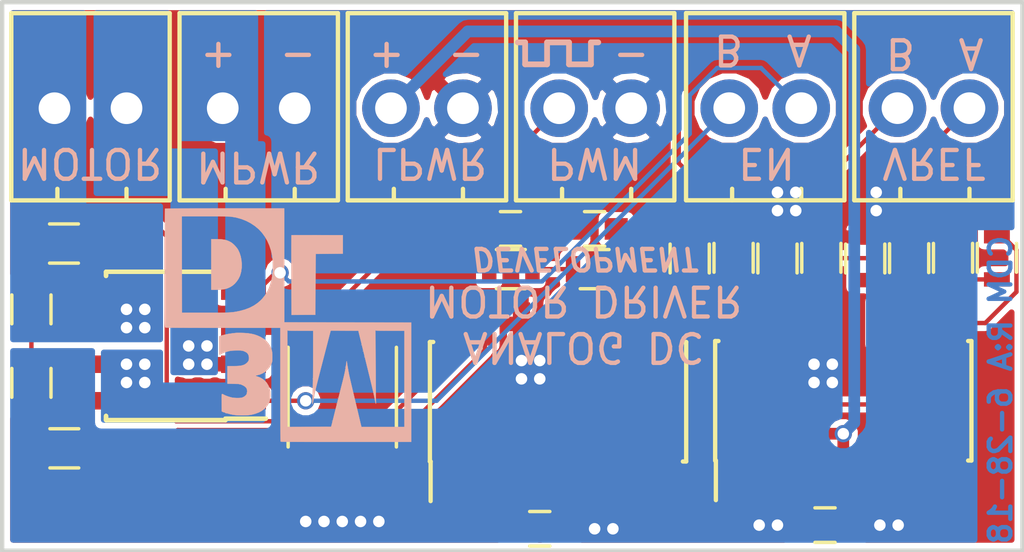
<source format=kicad_pcb>
(kicad_pcb (version 4) (host pcbnew 4.0.5+dfsg1-4)

  (general
    (links 112)
    (no_connects 0)
    (area 167.4986 91.999999 205.9314 112.8904)
    (thickness 1.6)
    (drawings 27)
    (tracks 142)
    (zones 0)
    (modules 68)
    (nets 28)
  )

  (page A4)
  (layers
    (0 F.Cu signal)
    (31 B.Cu signal)
    (32 B.Adhes user)
    (33 F.Adhes user)
    (34 B.Paste user)
    (35 F.Paste user)
    (36 B.SilkS user)
    (37 F.SilkS user)
    (38 B.Mask user)
    (39 F.Mask user)
    (40 Dwgs.User user)
    (41 Cmts.User user)
    (42 Eco1.User user)
    (43 Eco2.User user)
    (44 Edge.Cuts user)
    (45 Margin user)
    (46 B.CrtYd user)
    (47 F.CrtYd user)
    (48 B.Fab user hide)
    (49 F.Fab user hide)
  )

  (setup
    (last_trace_width 0.1524)
    (user_trace_width 0.4064)
    (trace_clearance 0.1524)
    (zone_clearance 0.2032)
    (zone_45_only no)
    (trace_min 0.1524)
    (segment_width 0.2)
    (edge_width 0.15)
    (via_size 0.6)
    (via_drill 0.4)
    (via_min_size 0.4)
    (via_min_drill 0.3)
    (uvia_size 0.3)
    (uvia_drill 0.1)
    (uvias_allowed no)
    (uvia_min_size 0)
    (uvia_min_drill 0)
    (pcb_text_width 0.3)
    (pcb_text_size 1.5 1.5)
    (mod_edge_width 0.15)
    (mod_text_size 1 1)
    (mod_text_width 0.15)
    (pad_size 2 2)
    (pad_drill 1.1)
    (pad_to_mask_clearance 0.0508)
    (aux_axis_origin 0 0)
    (visible_elements FFFFFF7F)
    (pcbplotparams
      (layerselection 0x00030_80000001)
      (usegerberextensions false)
      (excludeedgelayer true)
      (linewidth 0.100000)
      (plotframeref false)
      (viasonmask false)
      (mode 1)
      (useauxorigin false)
      (hpglpennumber 1)
      (hpglpenspeed 20)
      (hpglpendiameter 15)
      (hpglpenoverlay 2)
      (psnegative false)
      (psa4output false)
      (plotreference true)
      (plotvalue true)
      (plotinvisibletext false)
      (padsonsilk false)
      (subtractmaskfromsilk false)
      (outputformat 1)
      (mirror false)
      (drillshape 1)
      (scaleselection 1)
      (outputdirectory ""))
  )

  (net 0 "")
  (net 1 DRAIN_1)
  (net 2 DRAIN_2)
  (net 3 GND)
  (net 4 VAA)
  (net 5 VREF_DIR_B)
  (net 6 VREF_DIR_A)
  (net 7 EN_DIR_B)
  (net 8 EN_DIR_A)
  (net 9 VCC)
  (net 10 FEEDBACK)
  (net 11 PGATE_2)
  (net 12 PGATE_1)
  (net 13 "Net-(R1-Pad1)")
  (net 14 "Net-(R2-Pad1)")
  (net 15 "Net-(R3-Pad1)")
  (net 16 "Net-(R4-Pad1)")
  (net 17 "Net-(R7-Pad1)")
  (net 18 "Net-(R8-Pad1)")
  (net 19 "Net-(R9-Pad2)")
  (net 20 "Net-(R10-Pad2)")
  (net 21 "Net-(U1-Pad1)")
  (net 22 "Net-(U1-Pad7)")
  (net 23 "Net-(U2-Pad1)")
  (net 24 "Net-(U2-Pad2)")
  (net 25 TRIANGLE)
  (net 26 "Net-(C3-Pad1)")
  (net 27 PWM)

  (net_class Default "This is the default net class."
    (clearance 0.1524)
    (trace_width 0.1524)
    (via_dia 0.6)
    (via_drill 0.4)
    (uvia_dia 0.3)
    (uvia_drill 0.1)
    (add_net DRAIN_1)
    (add_net DRAIN_2)
    (add_net EN_DIR_A)
    (add_net EN_DIR_B)
    (add_net FEEDBACK)
    (add_net GND)
    (add_net "Net-(C3-Pad1)")
    (add_net "Net-(R1-Pad1)")
    (add_net "Net-(R10-Pad2)")
    (add_net "Net-(R2-Pad1)")
    (add_net "Net-(R3-Pad1)")
    (add_net "Net-(R4-Pad1)")
    (add_net "Net-(R7-Pad1)")
    (add_net "Net-(R8-Pad1)")
    (add_net "Net-(R9-Pad2)")
    (add_net "Net-(U1-Pad1)")
    (add_net "Net-(U1-Pad7)")
    (add_net "Net-(U2-Pad1)")
    (add_net "Net-(U2-Pad2)")
    (add_net PGATE_1)
    (add_net PGATE_2)
    (add_net PWM)
    (add_net TRIANGLE)
    (add_net VAA)
    (add_net VCC)
    (add_net VREF_DIR_A)
    (add_net VREF_DIR_B)
  )

  (module "MOD:GND VIA" (layer F.Cu) (tedit 5B1AB221) (tstamp 5B1AB587)
    (at 181.991 108.839)
    (fp_text reference "" (at 0 0) (layer F.SilkS)
      (effects (font (thickness 0.15)))
    )
    (fp_text value "" (at 0 0) (layer F.SilkS)
      (effects (font (thickness 0.15)))
    )
    (pad 1 thru_hole circle (at 0 1.27) (size 0.6 0.6) (drill 0.4) (layers *.Cu)
      (net 3 GND) (zone_connect 2))
  )

  (module "MOD:GND VIA" (layer F.Cu) (tedit 5B1AB221) (tstamp 5B1AB583)
    (at 181.356 108.839)
    (fp_text reference "" (at 0 0) (layer F.SilkS)
      (effects (font (thickness 0.15)))
    )
    (fp_text value "" (at 0 0) (layer F.SilkS)
      (effects (font (thickness 0.15)))
    )
    (pad 1 thru_hole circle (at 0 1.27) (size 0.6 0.6) (drill 0.4) (layers *.Cu)
      (net 3 GND) (zone_connect 2))
  )

  (module "MOD:GND VIA" (layer F.Cu) (tedit 5B1AB221) (tstamp 5B1AB57F)
    (at 180.721 108.839)
    (fp_text reference "" (at 0 0) (layer F.SilkS)
      (effects (font (thickness 0.15)))
    )
    (fp_text value "" (at 0 0) (layer F.SilkS)
      (effects (font (thickness 0.15)))
    )
    (pad 1 thru_hole circle (at 0 1.27) (size 0.6 0.6) (drill 0.4) (layers *.Cu)
      (net 3 GND) (zone_connect 2))
  )

  (module "MOD:GND VIA" (layer F.Cu) (tedit 5B1AB221) (tstamp 5B1AB57B)
    (at 180.086 108.839)
    (fp_text reference "" (at 0 0) (layer F.SilkS)
      (effects (font (thickness 0.15)))
    )
    (fp_text value "" (at 0 0) (layer F.SilkS)
      (effects (font (thickness 0.15)))
    )
    (pad 1 thru_hole circle (at 0 1.27) (size 0.6 0.6) (drill 0.4) (layers *.Cu)
      (net 3 GND) (zone_connect 2))
  )

  (module "MOD:GND VIA" (layer F.Cu) (tedit 5B1AB221) (tstamp 5B1AB577)
    (at 179.451 108.839)
    (fp_text reference "" (at 0 0) (layer F.SilkS)
      (effects (font (thickness 0.15)))
    )
    (fp_text value "" (at 0 0) (layer F.SilkS)
      (effects (font (thickness 0.15)))
    )
    (pad 1 thru_hole circle (at 0 1.27) (size 0.6 0.6) (drill 0.4) (layers *.Cu)
      (net 3 GND) (zone_connect 2))
  )

  (module "MOD:GND VIA" (layer F.Cu) (tedit 5B1AB221) (tstamp 5B1AB570)
    (at 200.025 108.966)
    (fp_text reference "" (at 0 0) (layer F.SilkS)
      (effects (font (thickness 0.15)))
    )
    (fp_text value "" (at 0 0) (layer F.SilkS)
      (effects (font (thickness 0.15)))
    )
    (pad 1 thru_hole circle (at 0 1.27) (size 0.6 0.6) (drill 0.4) (layers *.Cu)
      (net 3 GND) (zone_connect 2))
  )

  (module "MOD:GND VIA" (layer F.Cu) (tedit 5B1AB221) (tstamp 5B1AB56C)
    (at 199.39 108.966)
    (fp_text reference "" (at 0 0) (layer F.SilkS)
      (effects (font (thickness 0.15)))
    )
    (fp_text value "" (at 0 0) (layer F.SilkS)
      (effects (font (thickness 0.15)))
    )
    (pad 1 thru_hole circle (at 0 1.27) (size 0.6 0.6) (drill 0.4) (layers *.Cu)
      (net 3 GND) (zone_connect 2))
  )

  (module "MOD:GND VIA" (layer F.Cu) (tedit 5B1AB221) (tstamp 5B1AB309)
    (at 195.199 108.966)
    (fp_text reference "" (at 0 0) (layer F.SilkS)
      (effects (font (thickness 0.15)))
    )
    (fp_text value "" (at 0 0) (layer F.SilkS)
      (effects (font (thickness 0.15)))
    )
    (pad 1 thru_hole circle (at 0 1.27) (size 0.6 0.6) (drill 0.4) (layers *.Cu)
      (net 3 GND) (zone_connect 2))
  )

  (module "MOD:GND VIA" (layer F.Cu) (tedit 5B1AB221) (tstamp 5B1AB305)
    (at 195.834 108.966)
    (fp_text reference "" (at 0 0) (layer F.SilkS)
      (effects (font (thickness 0.15)))
    )
    (fp_text value "" (at 0 0) (layer F.SilkS)
      (effects (font (thickness 0.15)))
    )
    (pad 1 thru_hole circle (at 0 1.27) (size 0.6 0.6) (drill 0.4) (layers *.Cu)
      (net 3 GND) (zone_connect 2))
  )

  (module "MOD:GND VIA" (layer F.Cu) (tedit 5B1AB221) (tstamp 5B1AB301)
    (at 190.119 109.093)
    (fp_text reference "" (at 0 0) (layer F.SilkS)
      (effects (font (thickness 0.15)))
    )
    (fp_text value "" (at 0 0) (layer F.SilkS)
      (effects (font (thickness 0.15)))
    )
    (pad 1 thru_hole circle (at 0 1.27) (size 0.6 0.6) (drill 0.4) (layers *.Cu)
      (net 3 GND) (zone_connect 2))
  )

  (module "MOD:GND VIA" (layer F.Cu) (tedit 5B1AB221) (tstamp 5B1AB2EB)
    (at 189.484 109.093)
    (fp_text reference "" (at 0 0) (layer F.SilkS)
      (effects (font (thickness 0.15)))
    )
    (fp_text value "" (at 0 0) (layer F.SilkS)
      (effects (font (thickness 0.15)))
    )
    (pad 1 thru_hole circle (at 0 1.27) (size 0.6 0.6) (drill 0.4) (layers *.Cu)
      (net 3 GND) (zone_connect 2))
  )

  (module "MOD:GND VIA" (layer F.Cu) (tedit 5B1AB221) (tstamp 5B1AB2BB)
    (at 199.263 98.044)
    (fp_text reference "" (at 0 0) (layer F.SilkS)
      (effects (font (thickness 0.15)))
    )
    (fp_text value "" (at 0 0) (layer F.SilkS)
      (effects (font (thickness 0.15)))
    )
    (pad 1 thru_hole circle (at 0 1.27) (size 0.6 0.6) (drill 0.4) (layers *.Cu)
      (net 3 GND) (zone_connect 2))
  )

  (module "MOD:GND VIA" (layer F.Cu) (tedit 5B1AB221) (tstamp 5B1AB2B3)
    (at 199.263 97.409)
    (fp_text reference "" (at 0 0) (layer F.SilkS)
      (effects (font (thickness 0.15)))
    )
    (fp_text value "" (at 0 0) (layer F.SilkS)
      (effects (font (thickness 0.15)))
    )
    (pad 1 thru_hole circle (at 0 1.27) (size 0.6 0.6) (drill 0.4) (layers *.Cu)
      (net 3 GND) (zone_connect 2))
  )

  (module "MOD:GND VIA" (layer F.Cu) (tedit 5B1AB221) (tstamp 5B1AB2AF)
    (at 196.469 98.044)
    (fp_text reference "" (at 0 0) (layer F.SilkS)
      (effects (font (thickness 0.15)))
    )
    (fp_text value "" (at 0 0) (layer F.SilkS)
      (effects (font (thickness 0.15)))
    )
    (pad 1 thru_hole circle (at 0 1.27) (size 0.6 0.6) (drill 0.4) (layers *.Cu)
      (net 3 GND) (zone_connect 2))
  )

  (module "MOD:GND VIA" (layer F.Cu) (tedit 5B1AB221) (tstamp 5B1AB2AB)
    (at 196.469 97.409)
    (fp_text reference "" (at 0 0) (layer F.SilkS)
      (effects (font (thickness 0.15)))
    )
    (fp_text value "" (at 0 0) (layer F.SilkS)
      (effects (font (thickness 0.15)))
    )
    (pad 1 thru_hole circle (at 0 1.27) (size 0.6 0.6) (drill 0.4) (layers *.Cu)
      (net 3 GND) (zone_connect 2))
  )

  (module "MOD:GND VIA" (layer F.Cu) (tedit 5B1AB221) (tstamp 5B1AB2A7)
    (at 195.834 97.409)
    (fp_text reference "" (at 0 0) (layer F.SilkS)
      (effects (font (thickness 0.15)))
    )
    (fp_text value "" (at 0 0) (layer F.SilkS)
      (effects (font (thickness 0.15)))
    )
    (pad 1 thru_hole circle (at 0 1.27) (size 0.6 0.6) (drill 0.4) (layers *.Cu)
      (net 3 GND) (zone_connect 2))
  )

  (module "MOD:GND VIA" (layer F.Cu) (tedit 5B1AB221) (tstamp 5B1AB2A3)
    (at 195.834 98.044)
    (fp_text reference "" (at 0 0) (layer F.SilkS)
      (effects (font (thickness 0.15)))
    )
    (fp_text value "" (at 0 0) (layer F.SilkS)
      (effects (font (thickness 0.15)))
    )
    (pad 1 thru_hole circle (at 0 1.27) (size 0.6 0.6) (drill 0.4) (layers *.Cu)
      (net 3 GND) (zone_connect 2))
  )

  (module "MOD:GND VIA" (layer F.Cu) (tedit 5B1AB221) (tstamp 5B1AB24C)
    (at 197.104 103.378)
    (fp_text reference "" (at 0 0) (layer F.SilkS)
      (effects (font (thickness 0.15)))
    )
    (fp_text value "" (at 0 0) (layer F.SilkS)
      (effects (font (thickness 0.15)))
    )
    (pad 1 thru_hole circle (at 0 1.27) (size 0.6 0.6) (drill 0.4) (layers *.Cu)
      (net 3 GND) (zone_connect 2))
  )

  (module "MOD:GND VIA" (layer F.Cu) (tedit 5B1AB221) (tstamp 5B1AB248)
    (at 197.104 104.013)
    (fp_text reference "" (at 0 0) (layer F.SilkS)
      (effects (font (thickness 0.15)))
    )
    (fp_text value "" (at 0 0) (layer F.SilkS)
      (effects (font (thickness 0.15)))
    )
    (pad 1 thru_hole circle (at 0 1.27) (size 0.6 0.6) (drill 0.4) (layers *.Cu)
      (net 3 GND) (zone_connect 2))
  )

  (module "MOD:GND VIA" (layer F.Cu) (tedit 5B1AB221) (tstamp 5B1AB244)
    (at 197.739 104.013)
    (fp_text reference "" (at 0 0) (layer F.SilkS)
      (effects (font (thickness 0.15)))
    )
    (fp_text value "" (at 0 0) (layer F.SilkS)
      (effects (font (thickness 0.15)))
    )
    (pad 1 thru_hole circle (at 0 1.27) (size 0.6 0.6) (drill 0.4) (layers *.Cu)
      (net 3 GND) (zone_connect 2))
  )

  (module "MOD:GND VIA" (layer F.Cu) (tedit 5B1AB221) (tstamp 5B1AB23A)
    (at 197.739 103.378)
    (fp_text reference "" (at 0 0) (layer F.SilkS)
      (effects (font (thickness 0.15)))
    )
    (fp_text value "" (at 0 0) (layer F.SilkS)
      (effects (font (thickness 0.15)))
    )
    (pad 1 thru_hole circle (at 0 1.27) (size 0.6 0.6) (drill 0.4) (layers *.Cu)
      (net 3 GND) (zone_connect 2))
  )

  (module "MOD:GND VIA" (layer F.Cu) (tedit 5B1AB221) (tstamp 5B1AB235)
    (at 186.944 103.886)
    (fp_text reference "" (at 0 0) (layer F.SilkS)
      (effects (font (thickness 0.15)))
    )
    (fp_text value "" (at 0 0) (layer F.SilkS)
      (effects (font (thickness 0.15)))
    )
    (pad 1 thru_hole circle (at 0 1.27) (size 0.6 0.6) (drill 0.4) (layers *.Cu)
      (net 3 GND) (zone_connect 2))
  )

  (module "MOD:GND VIA" (layer F.Cu) (tedit 5B1AB221) (tstamp 5B1AB22A)
    (at 187.579 103.886)
    (fp_text reference "" (at 0 0) (layer F.SilkS)
      (effects (font (thickness 0.15)))
    )
    (fp_text value "" (at 0 0) (layer F.SilkS)
      (effects (font (thickness 0.15)))
    )
    (pad 1 thru_hole circle (at 0 1.27) (size 0.6 0.6) (drill 0.4) (layers *.Cu)
      (net 3 GND) (zone_connect 2))
  )

  (module "MOD:GND VIA" (layer F.Cu) (tedit 5B1AB221) (tstamp 5B1AB226)
    (at 187.579 103.251)
    (fp_text reference "" (at 0 0) (layer F.SilkS)
      (effects (font (thickness 0.15)))
    )
    (fp_text value "" (at 0 0) (layer F.SilkS)
      (effects (font (thickness 0.15)))
    )
    (pad 1 thru_hole circle (at 0 1.27) (size 0.6 0.6) (drill 0.4) (layers *.Cu)
      (net 3 GND) (zone_connect 2))
  )

  (module "MOD:GND VIA" (layer F.Cu) (tedit 5B1AB221) (tstamp 5B1AB21B)
    (at 186.944 103.251)
    (fp_text reference "" (at 0 0) (layer F.SilkS)
      (effects (font (thickness 0.15)))
    )
    (fp_text value "" (at 0 0) (layer F.SilkS)
      (effects (font (thickness 0.15)))
    )
    (pad 1 thru_hole circle (at 0 1.27) (size 0.6 0.6) (drill 0.4) (layers *.Cu)
      (net 3 GND) (zone_connect 2))
  )

  (module "MOD:GND VIA" (layer F.Cu) (tedit 5B1AB0C5) (tstamp 5B1AB0D6)
    (at 173.228 104.013)
    (fp_text reference "" (at 0 0) (layer F.SilkS)
      (effects (font (thickness 0.15)))
    )
    (fp_text value "" (at 0 0) (layer F.SilkS)
      (effects (font (thickness 0.15)))
    )
    (pad 1 thru_hole circle (at 0 1.27) (size 0.6 0.6) (drill 0.4) (layers *.Cu)
      (net 4 VAA) (zone_connect 2))
  )

  (module "MOD:GND VIA" (layer F.Cu) (tedit 5B1AB0C5) (tstamp 5B1AB0D2)
    (at 173.863 104.013)
    (fp_text reference "" (at 0 0) (layer F.SilkS)
      (effects (font (thickness 0.15)))
    )
    (fp_text value "" (at 0 0) (layer F.SilkS)
      (effects (font (thickness 0.15)))
    )
    (pad 1 thru_hole circle (at 0 1.27) (size 0.6 0.6) (drill 0.4) (layers *.Cu)
      (net 4 VAA) (zone_connect 2))
  )

  (module "MOD:GND VIA" (layer F.Cu) (tedit 5B1AB0C5) (tstamp 5B1AB0CE)
    (at 173.863 103.378)
    (fp_text reference "" (at 0 0) (layer F.SilkS)
      (effects (font (thickness 0.15)))
    )
    (fp_text value "" (at 0 0) (layer F.SilkS)
      (effects (font (thickness 0.15)))
    )
    (pad 1 thru_hole circle (at 0 1.27) (size 0.6 0.6) (drill 0.4) (layers *.Cu)
      (net 4 VAA) (zone_connect 2))
  )

  (module "MOD:GND VIA" (layer F.Cu) (tedit 5B1AB0C5) (tstamp 5B1AB0BD)
    (at 173.228 103.378)
    (fp_text reference "" (at 0 0) (layer F.SilkS)
      (effects (font (thickness 0.15)))
    )
    (fp_text value "" (at 0 0) (layer F.SilkS)
      (effects (font (thickness 0.15)))
    )
    (pad 1 thru_hole circle (at 0 1.27) (size 0.6 0.6) (drill 0.4) (layers *.Cu)
      (net 4 VAA) (zone_connect 2))
  )

  (module Housings_SOIC:SOIC-8_3.9x4.9mm_Pitch1.27mm (layer F.Cu) (tedit 5B197A7A) (tstamp 5B1AAE2E)
    (at 174.592 104.013 180)
    (descr "8-Lead Plastic Small Outline (SN) - Narrow, 3.90 mm Body [SOIC] (see Microchip Packaging Specification 00000049BS.pdf)")
    (tags "SOIC 1.27")
    (path /5B195735)
    (attr smd)
    (fp_text reference Q1 (at 0 -3.5 180) (layer F.SilkS) hide
      (effects (font (size 1 1) (thickness 0.15)))
    )
    (fp_text value DMHC3025LSD (at 0 3.5 180) (layer F.Fab)
      (effects (font (size 1 1) (thickness 0.15)))
    )
    (fp_text user %R (at 0 0 180) (layer F.Fab)
      (effects (font (size 1 1) (thickness 0.15)))
    )
    (fp_line (start -0.95 -2.45) (end 1.95 -2.45) (layer F.Fab) (width 0.1))
    (fp_line (start 1.95 -2.45) (end 1.95 2.45) (layer F.Fab) (width 0.1))
    (fp_line (start 1.95 2.45) (end -1.95 2.45) (layer F.Fab) (width 0.1))
    (fp_line (start -1.95 2.45) (end -1.95 -1.45) (layer F.Fab) (width 0.1))
    (fp_line (start -1.95 -1.45) (end -0.95 -2.45) (layer F.Fab) (width 0.1))
    (fp_line (start -3.73 -2.7) (end -3.73 2.7) (layer F.CrtYd) (width 0.05))
    (fp_line (start 3.73 -2.7) (end 3.73 2.7) (layer F.CrtYd) (width 0.05))
    (fp_line (start -3.73 -2.7) (end 3.73 -2.7) (layer F.CrtYd) (width 0.05))
    (fp_line (start -3.73 2.7) (end 3.73 2.7) (layer F.CrtYd) (width 0.05))
    (fp_line (start -2.075 -2.575) (end -2.075 -2.525) (layer F.SilkS) (width 0.15))
    (fp_line (start 2.075 -2.575) (end 2.075 -2.43) (layer F.SilkS) (width 0.15))
    (fp_line (start 2.075 2.575) (end 2.075 2.43) (layer F.SilkS) (width 0.15))
    (fp_line (start -2.075 2.575) (end -2.075 2.43) (layer F.SilkS) (width 0.15))
    (fp_line (start -2.075 -2.575) (end 2.075 -2.575) (layer F.SilkS) (width 0.15))
    (fp_line (start -2.075 2.575) (end 2.075 2.575) (layer F.SilkS) (width 0.15))
    (fp_line (start -2.075 -2.525) (end -3.475 -2.525) (layer F.SilkS) (width 0.15))
    (pad 1 smd rect (at -2.7 -1.905 180) (size 1.55 0.6) (layers F.Cu F.Paste F.Mask)
      (net 7 EN_DIR_B))
    (pad 2 smd rect (at -2.7 -0.635 180) (size 1.55 0.6) (layers F.Cu F.Paste F.Mask)
      (net 2 DRAIN_2))
    (pad 3 smd rect (at -2.7 0.635 180) (size 1.55 0.6) (layers F.Cu F.Paste F.Mask)
      (net 10 FEEDBACK))
    (pad 4 smd rect (at -2.7 1.905 180) (size 1.55 0.6) (layers F.Cu F.Paste F.Mask)
      (net 8 EN_DIR_A))
    (pad 5 smd rect (at 2.7 1.905 180) (size 1.55 0.6) (layers F.Cu F.Paste F.Mask)
      (net 11 PGATE_2))
    (pad 6 smd rect (at 2.7 0.635 180) (size 1.55 0.6) (layers F.Cu F.Paste F.Mask)
      (net 1 DRAIN_1))
    (pad 7 smd rect (at 2.7 -0.635 180) (size 1.55 0.6) (layers F.Cu F.Paste F.Mask)
      (net 4 VAA))
    (pad 8 smd rect (at 2.7 -1.905 180) (size 1.55 0.6) (layers F.Cu F.Paste F.Mask)
      (net 12 PGATE_1))
    (model ${KISYS3DMOD}/Housings_SOIC.3dshapes/SOIC-8_3.9x4.9mm_Pitch1.27mm.wrl
      (at (xyz 0 0 0))
      (scale (xyz 1 1 1))
      (rotate (xyz 0 0 0))
    )
  )

  (module Housings_SOIC:SOIC-8_3.9x4.9mm_Pitch1.27mm (layer F.Cu) (tedit 5B197A7A) (tstamp 5B1AAE12)
    (at 174.592 104.013 180)
    (descr "8-Lead Plastic Small Outline (SN) - Narrow, 3.90 mm Body [SOIC] (see Microchip Packaging Specification 00000049BS.pdf)")
    (tags "SOIC 1.27")
    (path /5B195735)
    (attr smd)
    (fp_text reference Q1 (at 0 -3.5 180) (layer F.SilkS) hide
      (effects (font (size 1 1) (thickness 0.15)))
    )
    (fp_text value DMHC3025LSD (at 0 3.5 180) (layer F.Fab)
      (effects (font (size 1 1) (thickness 0.15)))
    )
    (fp_text user %R (at 0 0 180) (layer F.Fab)
      (effects (font (size 1 1) (thickness 0.15)))
    )
    (fp_line (start -0.95 -2.45) (end 1.95 -2.45) (layer F.Fab) (width 0.1))
    (fp_line (start 1.95 -2.45) (end 1.95 2.45) (layer F.Fab) (width 0.1))
    (fp_line (start 1.95 2.45) (end -1.95 2.45) (layer F.Fab) (width 0.1))
    (fp_line (start -1.95 2.45) (end -1.95 -1.45) (layer F.Fab) (width 0.1))
    (fp_line (start -1.95 -1.45) (end -0.95 -2.45) (layer F.Fab) (width 0.1))
    (fp_line (start -3.73 -2.7) (end -3.73 2.7) (layer F.CrtYd) (width 0.05))
    (fp_line (start 3.73 -2.7) (end 3.73 2.7) (layer F.CrtYd) (width 0.05))
    (fp_line (start -3.73 -2.7) (end 3.73 -2.7) (layer F.CrtYd) (width 0.05))
    (fp_line (start -3.73 2.7) (end 3.73 2.7) (layer F.CrtYd) (width 0.05))
    (fp_line (start -2.075 -2.575) (end -2.075 -2.525) (layer F.SilkS) (width 0.15))
    (fp_line (start 2.075 -2.575) (end 2.075 -2.43) (layer F.SilkS) (width 0.15))
    (fp_line (start 2.075 2.575) (end 2.075 2.43) (layer F.SilkS) (width 0.15))
    (fp_line (start -2.075 2.575) (end -2.075 2.43) (layer F.SilkS) (width 0.15))
    (fp_line (start -2.075 -2.575) (end 2.075 -2.575) (layer F.SilkS) (width 0.15))
    (fp_line (start -2.075 2.575) (end 2.075 2.575) (layer F.SilkS) (width 0.15))
    (fp_line (start -2.075 -2.525) (end -3.475 -2.525) (layer F.SilkS) (width 0.15))
    (pad 1 smd rect (at -2.7 -1.905 180) (size 1.55 0.6) (layers F.Cu F.Paste F.Mask)
      (net 7 EN_DIR_B))
    (pad 2 smd rect (at -2.7 -0.635 180) (size 1.55 0.6) (layers F.Cu F.Paste F.Mask)
      (net 2 DRAIN_2))
    (pad 3 smd rect (at -2.7 0.635 180) (size 1.55 0.6) (layers F.Cu F.Paste F.Mask)
      (net 10 FEEDBACK))
    (pad 4 smd rect (at -2.7 1.905 180) (size 1.55 0.6) (layers F.Cu F.Paste F.Mask)
      (net 8 EN_DIR_A))
    (pad 5 smd rect (at 2.7 1.905 180) (size 1.55 0.6) (layers F.Cu F.Paste F.Mask)
      (net 11 PGATE_2))
    (pad 6 smd rect (at 2.7 0.635 180) (size 1.55 0.6) (layers F.Cu F.Paste F.Mask)
      (net 1 DRAIN_1))
    (pad 7 smd rect (at 2.7 -0.635 180) (size 1.55 0.6) (layers F.Cu F.Paste F.Mask)
      (net 4 VAA))
    (pad 8 smd rect (at 2.7 -1.905 180) (size 1.55 0.6) (layers F.Cu F.Paste F.Mask)
      (net 12 PGATE_1))
    (model ${KISYS3DMOD}/Housings_SOIC.3dshapes/SOIC-8_3.9x4.9mm_Pitch1.27mm.wrl
      (at (xyz 0 0 0))
      (scale (xyz 1 1 1))
      (rotate (xyz 0 0 0))
    )
  )

  (module "MOD:GND VIA" (layer F.Cu) (tedit 5B1AADE9) (tstamp 5B1AAE0D)
    (at 173.228 101.473)
    (fp_text reference "" (at 0 0) (layer F.SilkS)
      (effects (font (thickness 0.15)))
    )
    (fp_text value "" (at 0 0) (layer F.SilkS)
      (effects (font (thickness 0.15)))
    )
    (pad 1 thru_hole circle (at 0 1.27) (size 0.6 0.6) (drill 0.4) (layers *.Cu)
      (net 1 DRAIN_1) (zone_connect 2))
  )

  (module "MOD:GND VIA" (layer F.Cu) (tedit 5B1AAE8C) (tstamp 5B1AAE07)
    (at 176.022 102.743)
    (fp_text reference "" (at 0 0) (layer F.SilkS)
      (effects (font (thickness 0.15)))
    )
    (fp_text value "" (at 0 0) (layer F.SilkS)
      (effects (font (thickness 0.15)))
    )
    (pad 1 thru_hole circle (at 0 1.27) (size 0.6 0.6) (drill 0.4) (layers *.Cu)
      (net 2 DRAIN_2) (zone_connect 2))
  )

  (module "MOD:GND VIA" (layer F.Cu) (tedit 5B1AAE93) (tstamp 5B1AAE03)
    (at 175.387 102.743)
    (fp_text reference "" (at 0 0) (layer F.SilkS)
      (effects (font (thickness 0.15)))
    )
    (fp_text value "" (at 0 0) (layer F.SilkS)
      (effects (font (thickness 0.15)))
    )
    (pad 1 thru_hole circle (at 0 1.27) (size 0.6 0.6) (drill 0.4) (layers *.Cu)
      (net 2 DRAIN_2) (zone_connect 2))
  )

  (module "MOD:GND VIA" (layer F.Cu) (tedit 5B1AAE9B) (tstamp 5B1AADFF)
    (at 175.387 103.378)
    (fp_text reference "" (at 0 0) (layer F.SilkS)
      (effects (font (thickness 0.15)))
    )
    (fp_text value "" (at 0 0) (layer F.SilkS)
      (effects (font (thickness 0.15)))
    )
    (pad 1 thru_hole circle (at 0 1.27) (size 0.6 0.6) (drill 0.4) (layers *.Cu)
      (net 2 DRAIN_2) (zone_connect 2))
  )

  (module "MOD:GND VIA" (layer F.Cu) (tedit 5B1AAE78) (tstamp 5B1AADFB)
    (at 176.022 103.378)
    (fp_text reference "" (at 0 0) (layer F.SilkS)
      (effects (font (thickness 0.15)))
    )
    (fp_text value "" (at 0 0) (layer F.SilkS)
      (effects (font (thickness 0.15)))
    )
    (pad 1 thru_hole circle (at 0 1.27) (size 0.6 0.6) (drill 0.4) (layers *.Cu)
      (net 2 DRAIN_2) (zone_connect 2))
  )

  (module "MOD:GND VIA" (layer F.Cu) (tedit 5B1AADE9) (tstamp 5B1AADF6)
    (at 173.863 101.473)
    (fp_text reference "" (at 0 0) (layer F.SilkS)
      (effects (font (thickness 0.15)))
    )
    (fp_text value "" (at 0 0) (layer F.SilkS)
      (effects (font (thickness 0.15)))
    )
    (pad 1 thru_hole circle (at 0 1.27) (size 0.6 0.6) (drill 0.4) (layers *.Cu)
      (net 1 DRAIN_1) (zone_connect 2))
  )

  (module "MOD:GND VIA" (layer F.Cu) (tedit 5B1AADE9) (tstamp 5B1AADF2)
    (at 173.863 102.108)
    (fp_text reference "" (at 0 0) (layer F.SilkS)
      (effects (font (thickness 0.15)))
    )
    (fp_text value "" (at 0 0) (layer F.SilkS)
      (effects (font (thickness 0.15)))
    )
    (pad 1 thru_hole circle (at 0 1.27) (size 0.6 0.6) (drill 0.4) (layers *.Cu)
      (net 1 DRAIN_1) (zone_connect 2))
  )

  (module Capacitors_SMD:C_0603 (layer F.Cu) (tedit 5B1A9C75) (tstamp 5B1A9C9C)
    (at 186.563 99.949 180)
    (descr "Capacitor SMD 0603, reflow soldering, AVX (see smccp.pdf)")
    (tags "capacitor 0603")
    (path /5B1A9D9B)
    (attr smd)
    (fp_text reference C3 (at 0 -1.5 180) (layer F.SilkS) hide
      (effects (font (size 1 1) (thickness 0.15)))
    )
    (fp_text value 10n (at 0 1.5 180) (layer F.Fab)
      (effects (font (size 1 1) (thickness 0.15)))
    )
    (fp_line (start 1.4 0.65) (end -1.4 0.65) (layer F.CrtYd) (width 0.05))
    (fp_line (start 1.4 0.65) (end 1.4 -0.65) (layer F.CrtYd) (width 0.05))
    (fp_line (start -1.4 -0.65) (end -1.4 0.65) (layer F.CrtYd) (width 0.05))
    (fp_line (start -1.4 -0.65) (end 1.4 -0.65) (layer F.CrtYd) (width 0.05))
    (fp_line (start 0.35 0.6) (end -0.35 0.6) (layer F.SilkS) (width 0.12))
    (fp_line (start -0.35 -0.6) (end 0.35 -0.6) (layer F.SilkS) (width 0.12))
    (fp_line (start -0.8 -0.4) (end 0.8 -0.4) (layer F.Fab) (width 0.1))
    (fp_line (start 0.8 -0.4) (end 0.8 0.4) (layer F.Fab) (width 0.1))
    (fp_line (start 0.8 0.4) (end -0.8 0.4) (layer F.Fab) (width 0.1))
    (fp_line (start -0.8 0.4) (end -0.8 -0.4) (layer F.Fab) (width 0.1))
    (fp_text user %R (at 0 0 180) (layer F.Fab)
      (effects (font (size 0.3 0.3) (thickness 0.075)))
    )
    (pad 2 smd rect (at 0.75 0 180) (size 0.8 0.75) (layers F.Cu F.Paste F.Mask)
      (net 3 GND))
    (pad 1 smd rect (at -0.75 0 180) (size 0.8 0.75) (layers F.Cu F.Paste F.Mask)
      (net 26 "Net-(C3-Pad1)"))
    (model Capacitors_SMD.3dshapes/C_0603.wrl
      (at (xyz 0 0 0))
      (scale (xyz 1 1 1))
      (rotate (xyz 0 0 0))
    )
  )

  (module MOD:100MIL_ST (layer F.Cu) (tedit 5B1AB452) (tstamp 5B1978A1)
    (at 175.07 92.458)
    (path /5B196FAB)
    (fp_text reference P2 (at 1.6 2.54) (layer F.SilkS) hide
      (effects (font (size 1 1) (thickness 0.15)))
    )
    (fp_text value PWR (at 1.6 5.08) (layer F.Fab)
      (effects (font (size 1 1) (thickness 0.15)))
    )
    (fp_line (start 4 6.5) (end 4 6.1) (layer F.SilkS) (width 0.15))
    (fp_line (start 0 0) (end 5.5 0) (layer F.SilkS) (width 0.15))
    (fp_line (start 5.5 0) (end 5.5 6.5) (layer F.SilkS) (width 0.15))
    (fp_line (start 0 0) (end 0 6.5) (layer F.SilkS) (width 0.15))
    (fp_line (start 0 6.5) (end 5.5 6.5) (layer F.SilkS) (width 0.15))
    (fp_line (start 1.6 6.5) (end 1.6 6.1) (layer F.SilkS) (width 0.15))
    (pad 1 thru_hole circle (at 1.5 3.3) (size 2 2) (drill 1.1) (layers *.Cu *.Mask)
      (net 4 VAA) (zone_connect 2))
    (pad 2 thru_hole circle (at 4 3.3) (size 2 2) (drill 1.1) (layers *.Cu *.Mask)
      (net 3 GND) (zone_connect 2))
  )

  (module MOD:100MIL_ST (layer F.Cu) (tedit 5B0CA95B) (tstamp 5B1978A7)
    (at 198.501 92.456)
    (path /5B19D848)
    (fp_text reference P3 (at 1.6 2.54) (layer F.SilkS) hide
      (effects (font (size 1 1) (thickness 0.15)))
    )
    (fp_text value VREF (at 1.6 5.08) (layer F.Fab)
      (effects (font (size 1 1) (thickness 0.15)))
    )
    (fp_line (start 4 6.5) (end 4 6.1) (layer F.SilkS) (width 0.15))
    (fp_line (start 0 0) (end 5.5 0) (layer F.SilkS) (width 0.15))
    (fp_line (start 5.5 0) (end 5.5 6.5) (layer F.SilkS) (width 0.15))
    (fp_line (start 0 0) (end 0 6.5) (layer F.SilkS) (width 0.15))
    (fp_line (start 0 6.5) (end 5.5 6.5) (layer F.SilkS) (width 0.15))
    (fp_line (start 1.6 6.5) (end 1.6 6.1) (layer F.SilkS) (width 0.15))
    (pad 1 thru_hole circle (at 1.5 3.3) (size 2 2) (drill 1.1) (layers *.Cu *.Mask)
      (net 5 VREF_DIR_B))
    (pad 2 thru_hole circle (at 4 3.3) (size 2 2) (drill 1.1) (layers *.Cu *.Mask)
      (net 6 VREF_DIR_A))
  )

  (module MOD:100MIL_ST (layer F.Cu) (tedit 5B0CA95B) (tstamp 5B1978AD)
    (at 192.659 92.456)
    (path /5B19E02B)
    (fp_text reference P4 (at 1.6 2.54) (layer F.SilkS) hide
      (effects (font (size 1 1) (thickness 0.15)))
    )
    (fp_text value DIR (at 1.6 5.08) (layer F.Fab)
      (effects (font (size 1 1) (thickness 0.15)))
    )
    (fp_line (start 4 6.5) (end 4 6.1) (layer F.SilkS) (width 0.15))
    (fp_line (start 0 0) (end 5.5 0) (layer F.SilkS) (width 0.15))
    (fp_line (start 5.5 0) (end 5.5 6.5) (layer F.SilkS) (width 0.15))
    (fp_line (start 0 0) (end 0 6.5) (layer F.SilkS) (width 0.15))
    (fp_line (start 0 6.5) (end 5.5 6.5) (layer F.SilkS) (width 0.15))
    (fp_line (start 1.6 6.5) (end 1.6 6.1) (layer F.SilkS) (width 0.15))
    (pad 1 thru_hole circle (at 1.5 3.3) (size 2 2) (drill 1.1) (layers *.Cu *.Mask)
      (net 7 EN_DIR_B))
    (pad 2 thru_hole circle (at 4 3.3) (size 2 2) (drill 1.1) (layers *.Cu *.Mask)
      (net 8 EN_DIR_A))
  )

  (module MOD:100MIL_ST (layer F.Cu) (tedit 5B0CA95B) (tstamp 5B1978B3)
    (at 180.912 92.458)
    (path /5B19D371)
    (fp_text reference P5 (at 1.6 2.54) (layer F.SilkS) hide
      (effects (font (size 1 1) (thickness 0.15)))
    )
    (fp_text value PWR (at 1.6 5.08) (layer F.Fab)
      (effects (font (size 1 1) (thickness 0.15)))
    )
    (fp_line (start 4 6.5) (end 4 6.1) (layer F.SilkS) (width 0.15))
    (fp_line (start 0 0) (end 5.5 0) (layer F.SilkS) (width 0.15))
    (fp_line (start 5.5 0) (end 5.5 6.5) (layer F.SilkS) (width 0.15))
    (fp_line (start 0 0) (end 0 6.5) (layer F.SilkS) (width 0.15))
    (fp_line (start 0 6.5) (end 5.5 6.5) (layer F.SilkS) (width 0.15))
    (fp_line (start 1.6 6.5) (end 1.6 6.1) (layer F.SilkS) (width 0.15))
    (pad 1 thru_hole circle (at 1.5 3.3) (size 2 2) (drill 1.1) (layers *.Cu *.Mask)
      (net 9 VCC))
    (pad 2 thru_hole circle (at 4 3.3) (size 2 2) (drill 1.1) (layers *.Cu *.Mask)
      (net 3 GND))
  )

  (module Housings_SOIC:SOIC-8_3.9x4.9mm_Pitch1.27mm (layer F.Cu) (tedit 5B197A7A) (tstamp 5B1978BF)
    (at 174.592 104.013 180)
    (descr "8-Lead Plastic Small Outline (SN) - Narrow, 3.90 mm Body [SOIC] (see Microchip Packaging Specification 00000049BS.pdf)")
    (tags "SOIC 1.27")
    (path /5B195735)
    (attr smd)
    (fp_text reference Q1 (at 0 -3.5 180) (layer F.SilkS) hide
      (effects (font (size 1 1) (thickness 0.15)))
    )
    (fp_text value DMHC3025LSD (at 0 3.5 180) (layer F.Fab)
      (effects (font (size 1 1) (thickness 0.15)))
    )
    (fp_text user %R (at 0 0 180) (layer F.Fab)
      (effects (font (size 1 1) (thickness 0.15)))
    )
    (fp_line (start -0.95 -2.45) (end 1.95 -2.45) (layer F.Fab) (width 0.1))
    (fp_line (start 1.95 -2.45) (end 1.95 2.45) (layer F.Fab) (width 0.1))
    (fp_line (start 1.95 2.45) (end -1.95 2.45) (layer F.Fab) (width 0.1))
    (fp_line (start -1.95 2.45) (end -1.95 -1.45) (layer F.Fab) (width 0.1))
    (fp_line (start -1.95 -1.45) (end -0.95 -2.45) (layer F.Fab) (width 0.1))
    (fp_line (start -3.73 -2.7) (end -3.73 2.7) (layer F.CrtYd) (width 0.05))
    (fp_line (start 3.73 -2.7) (end 3.73 2.7) (layer F.CrtYd) (width 0.05))
    (fp_line (start -3.73 -2.7) (end 3.73 -2.7) (layer F.CrtYd) (width 0.05))
    (fp_line (start -3.73 2.7) (end 3.73 2.7) (layer F.CrtYd) (width 0.05))
    (fp_line (start -2.075 -2.575) (end -2.075 -2.525) (layer F.SilkS) (width 0.15))
    (fp_line (start 2.075 -2.575) (end 2.075 -2.43) (layer F.SilkS) (width 0.15))
    (fp_line (start 2.075 2.575) (end 2.075 2.43) (layer F.SilkS) (width 0.15))
    (fp_line (start -2.075 2.575) (end -2.075 2.43) (layer F.SilkS) (width 0.15))
    (fp_line (start -2.075 -2.575) (end 2.075 -2.575) (layer F.SilkS) (width 0.15))
    (fp_line (start -2.075 2.575) (end 2.075 2.575) (layer F.SilkS) (width 0.15))
    (fp_line (start -2.075 -2.525) (end -3.475 -2.525) (layer F.SilkS) (width 0.15))
    (pad 1 smd rect (at -2.7 -1.905 180) (size 1.55 0.6) (layers F.Cu F.Paste F.Mask)
      (net 7 EN_DIR_B))
    (pad 2 smd rect (at -2.7 -0.635 180) (size 1.55 0.6) (layers F.Cu F.Paste F.Mask)
      (net 2 DRAIN_2))
    (pad 3 smd rect (at -2.7 0.635 180) (size 1.55 0.6) (layers F.Cu F.Paste F.Mask)
      (net 10 FEEDBACK))
    (pad 4 smd rect (at -2.7 1.905 180) (size 1.55 0.6) (layers F.Cu F.Paste F.Mask)
      (net 8 EN_DIR_A))
    (pad 5 smd rect (at 2.7 1.905 180) (size 1.55 0.6) (layers F.Cu F.Paste F.Mask)
      (net 11 PGATE_2))
    (pad 6 smd rect (at 2.7 0.635 180) (size 1.55 0.6) (layers F.Cu F.Paste F.Mask)
      (net 1 DRAIN_1))
    (pad 7 smd rect (at 2.7 -0.635 180) (size 1.55 0.6) (layers F.Cu F.Paste F.Mask)
      (net 4 VAA))
    (pad 8 smd rect (at 2.7 -1.905 180) (size 1.55 0.6) (layers F.Cu F.Paste F.Mask)
      (net 12 PGATE_1))
    (model ${KISYS3DMOD}/Housings_SOIC.3dshapes/SOIC-8_3.9x4.9mm_Pitch1.27mm.wrl
      (at (xyz 0 0 0))
      (scale (xyz 1 1 1))
      (rotate (xyz 0 0 0))
    )
  )

  (module Resistors_SMD:R_0603 (layer F.Cu) (tedit 5B197A6E) (tstamp 5B1978C5)
    (at 200.406 100.965 90)
    (descr "Resistor SMD 0603, reflow soldering, Vishay (see dcrcw.pdf)")
    (tags "resistor 0603")
    (path /5B19A199)
    (attr smd)
    (fp_text reference R1 (at 0 -1.45 90) (layer F.SilkS) hide
      (effects (font (size 1 1) (thickness 0.15)))
    )
    (fp_text value 10K (at 0 1.5 90) (layer F.Fab)
      (effects (font (size 1 1) (thickness 0.15)))
    )
    (fp_text user %R (at 0 0 90) (layer F.Fab)
      (effects (font (size 0.4 0.4) (thickness 0.075)))
    )
    (fp_line (start -0.8 0.4) (end -0.8 -0.4) (layer F.Fab) (width 0.1))
    (fp_line (start 0.8 0.4) (end -0.8 0.4) (layer F.Fab) (width 0.1))
    (fp_line (start 0.8 -0.4) (end 0.8 0.4) (layer F.Fab) (width 0.1))
    (fp_line (start -0.8 -0.4) (end 0.8 -0.4) (layer F.Fab) (width 0.1))
    (fp_line (start 0.5 0.68) (end -0.5 0.68) (layer F.SilkS) (width 0.12))
    (fp_line (start -0.5 -0.68) (end 0.5 -0.68) (layer F.SilkS) (width 0.12))
    (fp_line (start -1.25 -0.7) (end 1.25 -0.7) (layer F.CrtYd) (width 0.05))
    (fp_line (start -1.25 -0.7) (end -1.25 0.7) (layer F.CrtYd) (width 0.05))
    (fp_line (start 1.25 0.7) (end 1.25 -0.7) (layer F.CrtYd) (width 0.05))
    (fp_line (start 1.25 0.7) (end -1.25 0.7) (layer F.CrtYd) (width 0.05))
    (pad 1 smd rect (at -0.75 0 90) (size 0.5 0.9) (layers F.Cu F.Paste F.Mask)
      (net 13 "Net-(R1-Pad1)"))
    (pad 2 smd rect (at 0.75 0 90) (size 0.5 0.9) (layers F.Cu F.Paste F.Mask)
      (net 6 VREF_DIR_A))
    (model ${KISYS3DMOD}/Resistors_SMD.3dshapes/R_0603.wrl
      (at (xyz 0 0 0))
      (scale (xyz 1 1 1))
      (rotate (xyz 0 0 0))
    )
  )

  (module Resistors_SMD:R_0603 (layer F.Cu) (tedit 5B197A6B) (tstamp 5B1978CB)
    (at 201.93 100.953 90)
    (descr "Resistor SMD 0603, reflow soldering, Vishay (see dcrcw.pdf)")
    (tags "resistor 0603")
    (path /5B19A20A)
    (attr smd)
    (fp_text reference R2 (at 0 -1.45 90) (layer F.SilkS) hide
      (effects (font (size 1 1) (thickness 0.15)))
    )
    (fp_text value 10K (at -0.0381 1.5 90) (layer F.Fab)
      (effects (font (size 1 1) (thickness 0.15)))
    )
    (fp_text user %R (at 0 0 90) (layer F.Fab)
      (effects (font (size 0.4 0.4) (thickness 0.075)))
    )
    (fp_line (start -0.8 0.4) (end -0.8 -0.4) (layer F.Fab) (width 0.1))
    (fp_line (start 0.8 0.4) (end -0.8 0.4) (layer F.Fab) (width 0.1))
    (fp_line (start 0.8 -0.4) (end 0.8 0.4) (layer F.Fab) (width 0.1))
    (fp_line (start -0.8 -0.4) (end 0.8 -0.4) (layer F.Fab) (width 0.1))
    (fp_line (start 0.5 0.68) (end -0.5 0.68) (layer F.SilkS) (width 0.12))
    (fp_line (start -0.5 -0.68) (end 0.5 -0.68) (layer F.SilkS) (width 0.12))
    (fp_line (start -1.25 -0.7) (end 1.25 -0.7) (layer F.CrtYd) (width 0.05))
    (fp_line (start -1.25 -0.7) (end -1.25 0.7) (layer F.CrtYd) (width 0.05))
    (fp_line (start 1.25 0.7) (end 1.25 -0.7) (layer F.CrtYd) (width 0.05))
    (fp_line (start 1.25 0.7) (end -1.25 0.7) (layer F.CrtYd) (width 0.05))
    (pad 1 smd rect (at -0.75 0 90) (size 0.5 0.9) (layers F.Cu F.Paste F.Mask)
      (net 14 "Net-(R2-Pad1)"))
    (pad 2 smd rect (at 0.75 0 90) (size 0.5 0.9) (layers F.Cu F.Paste F.Mask)
      (net 10 FEEDBACK))
    (model ${KISYS3DMOD}/Resistors_SMD.3dshapes/R_0603.wrl
      (at (xyz 0 0 0))
      (scale (xyz 1 1 1))
      (rotate (xyz 0 0 0))
    )
  )

  (module Resistors_SMD:R_0603 (layer F.Cu) (tedit 5B197A71) (tstamp 5B1978D1)
    (at 197.358 100.953 90)
    (descr "Resistor SMD 0603, reflow soldering, Vishay (see dcrcw.pdf)")
    (tags "resistor 0603")
    (path /5B19ABA8)
    (attr smd)
    (fp_text reference R3 (at 0 -1.45 90) (layer F.SilkS) hide
      (effects (font (size 1 1) (thickness 0.15)))
    )
    (fp_text value 10K (at 0 1.5 90) (layer F.Fab)
      (effects (font (size 1 1) (thickness 0.15)))
    )
    (fp_text user %R (at 0 0 90) (layer F.Fab)
      (effects (font (size 0.4 0.4) (thickness 0.075)))
    )
    (fp_line (start -0.8 0.4) (end -0.8 -0.4) (layer F.Fab) (width 0.1))
    (fp_line (start 0.8 0.4) (end -0.8 0.4) (layer F.Fab) (width 0.1))
    (fp_line (start 0.8 -0.4) (end 0.8 0.4) (layer F.Fab) (width 0.1))
    (fp_line (start -0.8 -0.4) (end 0.8 -0.4) (layer F.Fab) (width 0.1))
    (fp_line (start 0.5 0.68) (end -0.5 0.68) (layer F.SilkS) (width 0.12))
    (fp_line (start -0.5 -0.68) (end 0.5 -0.68) (layer F.SilkS) (width 0.12))
    (fp_line (start -1.25 -0.7) (end 1.25 -0.7) (layer F.CrtYd) (width 0.05))
    (fp_line (start -1.25 -0.7) (end -1.25 0.7) (layer F.CrtYd) (width 0.05))
    (fp_line (start 1.25 0.7) (end 1.25 -0.7) (layer F.CrtYd) (width 0.05))
    (fp_line (start 1.25 0.7) (end -1.25 0.7) (layer F.CrtYd) (width 0.05))
    (pad 1 smd rect (at -0.75 0 90) (size 0.5 0.9) (layers F.Cu F.Paste F.Mask)
      (net 15 "Net-(R3-Pad1)"))
    (pad 2 smd rect (at 0.75 0 90) (size 0.5 0.9) (layers F.Cu F.Paste F.Mask)
      (net 5 VREF_DIR_B))
    (model ${KISYS3DMOD}/Resistors_SMD.3dshapes/R_0603.wrl
      (at (xyz 0 0 0))
      (scale (xyz 1 1 1))
      (rotate (xyz 0 0 0))
    )
  )

  (module Resistors_SMD:R_0603 (layer F.Cu) (tedit 5B197A5F) (tstamp 5B1978D7)
    (at 194.31 100.953 90)
    (descr "Resistor SMD 0603, reflow soldering, Vishay (see dcrcw.pdf)")
    (tags "resistor 0603")
    (path /5B19ABAE)
    (attr smd)
    (fp_text reference R4 (at 0 -1.45 90) (layer F.SilkS) hide
      (effects (font (size 1 1) (thickness 0.15)))
    )
    (fp_text value 10K (at 0 1.5 90) (layer F.Fab)
      (effects (font (size 1 1) (thickness 0.15)))
    )
    (fp_text user %R (at 0 0 90) (layer F.Fab)
      (effects (font (size 0.4 0.4) (thickness 0.075)))
    )
    (fp_line (start -0.8 0.4) (end -0.8 -0.4) (layer F.Fab) (width 0.1))
    (fp_line (start 0.8 0.4) (end -0.8 0.4) (layer F.Fab) (width 0.1))
    (fp_line (start 0.8 -0.4) (end 0.8 0.4) (layer F.Fab) (width 0.1))
    (fp_line (start -0.8 -0.4) (end 0.8 -0.4) (layer F.Fab) (width 0.1))
    (fp_line (start 0.5 0.68) (end -0.5 0.68) (layer F.SilkS) (width 0.12))
    (fp_line (start -0.5 -0.68) (end 0.5 -0.68) (layer F.SilkS) (width 0.12))
    (fp_line (start -1.25 -0.7) (end 1.25 -0.7) (layer F.CrtYd) (width 0.05))
    (fp_line (start -1.25 -0.7) (end -1.25 0.7) (layer F.CrtYd) (width 0.05))
    (fp_line (start 1.25 0.7) (end 1.25 -0.7) (layer F.CrtYd) (width 0.05))
    (fp_line (start 1.25 0.7) (end -1.25 0.7) (layer F.CrtYd) (width 0.05))
    (pad 1 smd rect (at -0.75 0 90) (size 0.5 0.9) (layers F.Cu F.Paste F.Mask)
      (net 16 "Net-(R4-Pad1)"))
    (pad 2 smd rect (at 0.75 0 90) (size 0.5 0.9) (layers F.Cu F.Paste F.Mask)
      (net 10 FEEDBACK))
    (model ${KISYS3DMOD}/Resistors_SMD.3dshapes/R_0603.wrl
      (at (xyz 0 0 0))
      (scale (xyz 1 1 1))
      (rotate (xyz 0 0 0))
    )
  )

  (module Resistors_SMD:R_0603 (layer F.Cu) (tedit 5B197A73) (tstamp 5B1978DD)
    (at 198.882 100.977 270)
    (descr "Resistor SMD 0603, reflow soldering, Vishay (see dcrcw.pdf)")
    (tags "resistor 0603")
    (path /5B19A642)
    (attr smd)
    (fp_text reference R5 (at 0 -1.45 270) (layer F.SilkS) hide
      (effects (font (size 1 1) (thickness 0.15)))
    )
    (fp_text value 10K (at 0 1.5 270) (layer F.Fab)
      (effects (font (size 1 1) (thickness 0.15)))
    )
    (fp_text user %R (at 0 0 270) (layer F.Fab)
      (effects (font (size 0.4 0.4) (thickness 0.075)))
    )
    (fp_line (start -0.8 0.4) (end -0.8 -0.4) (layer F.Fab) (width 0.1))
    (fp_line (start 0.8 0.4) (end -0.8 0.4) (layer F.Fab) (width 0.1))
    (fp_line (start 0.8 -0.4) (end 0.8 0.4) (layer F.Fab) (width 0.1))
    (fp_line (start -0.8 -0.4) (end 0.8 -0.4) (layer F.Fab) (width 0.1))
    (fp_line (start 0.5 0.68) (end -0.5 0.68) (layer F.SilkS) (width 0.12))
    (fp_line (start -0.5 -0.68) (end 0.5 -0.68) (layer F.SilkS) (width 0.12))
    (fp_line (start -1.25 -0.7) (end 1.25 -0.7) (layer F.CrtYd) (width 0.05))
    (fp_line (start -1.25 -0.7) (end -1.25 0.7) (layer F.CrtYd) (width 0.05))
    (fp_line (start 1.25 0.7) (end 1.25 -0.7) (layer F.CrtYd) (width 0.05))
    (fp_line (start 1.25 0.7) (end -1.25 0.7) (layer F.CrtYd) (width 0.05))
    (pad 1 smd rect (at -0.75 0 270) (size 0.5 0.9) (layers F.Cu F.Paste F.Mask)
      (net 3 GND))
    (pad 2 smd rect (at 0.75 0 270) (size 0.5 0.9) (layers F.Cu F.Paste F.Mask)
      (net 13 "Net-(R1-Pad1)"))
    (model ${KISYS3DMOD}/Resistors_SMD.3dshapes/R_0603.wrl
      (at (xyz 0 0 0))
      (scale (xyz 1 1 1))
      (rotate (xyz 0 0 0))
    )
  )

  (module Resistors_SMD:R_0603 (layer F.Cu) (tedit 5B197A62) (tstamp 5B1978E3)
    (at 195.834 100.977 270)
    (descr "Resistor SMD 0603, reflow soldering, Vishay (see dcrcw.pdf)")
    (tags "resistor 0603")
    (path /5B19ABB7)
    (attr smd)
    (fp_text reference R6 (at 0 -1.45 270) (layer F.SilkS) hide
      (effects (font (size 1 1) (thickness 0.15)))
    )
    (fp_text value 10K (at 0 1.5 270) (layer F.Fab)
      (effects (font (size 1 1) (thickness 0.15)))
    )
    (fp_text user %R (at 0 0 270) (layer F.Fab)
      (effects (font (size 0.4 0.4) (thickness 0.075)))
    )
    (fp_line (start -0.8 0.4) (end -0.8 -0.4) (layer F.Fab) (width 0.1))
    (fp_line (start 0.8 0.4) (end -0.8 0.4) (layer F.Fab) (width 0.1))
    (fp_line (start 0.8 -0.4) (end 0.8 0.4) (layer F.Fab) (width 0.1))
    (fp_line (start -0.8 -0.4) (end 0.8 -0.4) (layer F.Fab) (width 0.1))
    (fp_line (start 0.5 0.68) (end -0.5 0.68) (layer F.SilkS) (width 0.12))
    (fp_line (start -0.5 -0.68) (end 0.5 -0.68) (layer F.SilkS) (width 0.12))
    (fp_line (start -1.25 -0.7) (end 1.25 -0.7) (layer F.CrtYd) (width 0.05))
    (fp_line (start -1.25 -0.7) (end -1.25 0.7) (layer F.CrtYd) (width 0.05))
    (fp_line (start 1.25 0.7) (end 1.25 -0.7) (layer F.CrtYd) (width 0.05))
    (fp_line (start 1.25 0.7) (end -1.25 0.7) (layer F.CrtYd) (width 0.05))
    (pad 1 smd rect (at -0.75 0 270) (size 0.5 0.9) (layers F.Cu F.Paste F.Mask)
      (net 3 GND))
    (pad 2 smd rect (at 0.75 0 270) (size 0.5 0.9) (layers F.Cu F.Paste F.Mask)
      (net 15 "Net-(R3-Pad1)"))
    (model ${KISYS3DMOD}/Resistors_SMD.3dshapes/R_0603.wrl
      (at (xyz 0 0 0))
      (scale (xyz 1 1 1))
      (rotate (xyz 0 0 0))
    )
  )

  (module Resistors_SMD:R_0603 (layer F.Cu) (tedit 5B197A5A) (tstamp 5B1978E9)
    (at 203.454 100.953 270)
    (descr "Resistor SMD 0603, reflow soldering, Vishay (see dcrcw.pdf)")
    (tags "resistor 0603")
    (path /5B199CA5)
    (attr smd)
    (fp_text reference R7 (at 0 -1.45 270) (layer F.SilkS) hide
      (effects (font (size 1 1) (thickness 0.15)))
    )
    (fp_text value 10K (at 0 1.5 270) (layer F.Fab)
      (effects (font (size 1 1) (thickness 0.15)))
    )
    (fp_text user %R (at 0 0 270) (layer F.Fab)
      (effects (font (size 0.4 0.4) (thickness 0.075)))
    )
    (fp_line (start -0.8 0.4) (end -0.8 -0.4) (layer F.Fab) (width 0.1))
    (fp_line (start 0.8 0.4) (end -0.8 0.4) (layer F.Fab) (width 0.1))
    (fp_line (start 0.8 -0.4) (end 0.8 0.4) (layer F.Fab) (width 0.1))
    (fp_line (start -0.8 -0.4) (end 0.8 -0.4) (layer F.Fab) (width 0.1))
    (fp_line (start 0.5 0.68) (end -0.5 0.68) (layer F.SilkS) (width 0.12))
    (fp_line (start -0.5 -0.68) (end 0.5 -0.68) (layer F.SilkS) (width 0.12))
    (fp_line (start -1.25 -0.7) (end 1.25 -0.7) (layer F.CrtYd) (width 0.05))
    (fp_line (start -1.25 -0.7) (end -1.25 0.7) (layer F.CrtYd) (width 0.05))
    (fp_line (start 1.25 0.7) (end 1.25 -0.7) (layer F.CrtYd) (width 0.05))
    (fp_line (start 1.25 0.7) (end -1.25 0.7) (layer F.CrtYd) (width 0.05))
    (pad 1 smd rect (at -0.75 0 270) (size 0.5 0.9) (layers F.Cu F.Paste F.Mask)
      (net 17 "Net-(R7-Pad1)"))
    (pad 2 smd rect (at 0.75 0 270) (size 0.5 0.9) (layers F.Cu F.Paste F.Mask)
      (net 14 "Net-(R2-Pad1)"))
    (model ${KISYS3DMOD}/Resistors_SMD.3dshapes/R_0603.wrl
      (at (xyz 0 0 0))
      (scale (xyz 1 1 1))
      (rotate (xyz 0 0 0))
    )
  )

  (module Resistors_SMD:R_0603 (layer F.Cu) (tedit 5B197A56) (tstamp 5B1978EF)
    (at 192.786 100.977 270)
    (descr "Resistor SMD 0603, reflow soldering, Vishay (see dcrcw.pdf)")
    (tags "resistor 0603")
    (path /5B19AB9D)
    (attr smd)
    (fp_text reference R8 (at 0 -1.45 270) (layer F.SilkS) hide
      (effects (font (size 1 1) (thickness 0.15)))
    )
    (fp_text value 10K (at 0 1.5 270) (layer F.Fab)
      (effects (font (size 1 1) (thickness 0.15)))
    )
    (fp_text user %R (at 0 0 270) (layer F.Fab)
      (effects (font (size 0.4 0.4) (thickness 0.075)))
    )
    (fp_line (start -0.8 0.4) (end -0.8 -0.4) (layer F.Fab) (width 0.1))
    (fp_line (start 0.8 0.4) (end -0.8 0.4) (layer F.Fab) (width 0.1))
    (fp_line (start 0.8 -0.4) (end 0.8 0.4) (layer F.Fab) (width 0.1))
    (fp_line (start -0.8 -0.4) (end 0.8 -0.4) (layer F.Fab) (width 0.1))
    (fp_line (start 0.5 0.68) (end -0.5 0.68) (layer F.SilkS) (width 0.12))
    (fp_line (start -0.5 -0.68) (end 0.5 -0.68) (layer F.SilkS) (width 0.12))
    (fp_line (start -1.25 -0.7) (end 1.25 -0.7) (layer F.CrtYd) (width 0.05))
    (fp_line (start -1.25 -0.7) (end -1.25 0.7) (layer F.CrtYd) (width 0.05))
    (fp_line (start 1.25 0.7) (end 1.25 -0.7) (layer F.CrtYd) (width 0.05))
    (fp_line (start 1.25 0.7) (end -1.25 0.7) (layer F.CrtYd) (width 0.05))
    (pad 1 smd rect (at -0.75 0 270) (size 0.5 0.9) (layers F.Cu F.Paste F.Mask)
      (net 18 "Net-(R8-Pad1)"))
    (pad 2 smd rect (at 0.75 0 270) (size 0.5 0.9) (layers F.Cu F.Paste F.Mask)
      (net 16 "Net-(R4-Pad1)"))
    (model ${KISYS3DMOD}/Resistors_SMD.3dshapes/R_0603.wrl
      (at (xyz 0 0 0))
      (scale (xyz 1 1 1))
      (rotate (xyz 0 0 0))
    )
  )

  (module Resistors_SMD:R_0603 (layer F.Cu) (tedit 5B197A65) (tstamp 5B1978F5)
    (at 171.069 107.569 180)
    (descr "Resistor SMD 0603, reflow soldering, Vishay (see dcrcw.pdf)")
    (tags "resistor 0603")
    (path /5B199031)
    (attr smd)
    (fp_text reference R9 (at 0 -1.45 180) (layer F.SilkS) hide
      (effects (font (size 1 1) (thickness 0.15)))
    )
    (fp_text value 1K (at 0 1.5 180) (layer F.Fab)
      (effects (font (size 1 1) (thickness 0.15)))
    )
    (fp_text user %R (at 0 0 180) (layer F.Fab)
      (effects (font (size 0.4 0.4) (thickness 0.075)))
    )
    (fp_line (start -0.8 0.4) (end -0.8 -0.4) (layer F.Fab) (width 0.1))
    (fp_line (start 0.8 0.4) (end -0.8 0.4) (layer F.Fab) (width 0.1))
    (fp_line (start 0.8 -0.4) (end 0.8 0.4) (layer F.Fab) (width 0.1))
    (fp_line (start -0.8 -0.4) (end 0.8 -0.4) (layer F.Fab) (width 0.1))
    (fp_line (start 0.5 0.68) (end -0.5 0.68) (layer F.SilkS) (width 0.12))
    (fp_line (start -0.5 -0.68) (end 0.5 -0.68) (layer F.SilkS) (width 0.12))
    (fp_line (start -1.25 -0.7) (end 1.25 -0.7) (layer F.CrtYd) (width 0.05))
    (fp_line (start -1.25 -0.7) (end -1.25 0.7) (layer F.CrtYd) (width 0.05))
    (fp_line (start 1.25 0.7) (end 1.25 -0.7) (layer F.CrtYd) (width 0.05))
    (fp_line (start 1.25 0.7) (end -1.25 0.7) (layer F.CrtYd) (width 0.05))
    (pad 1 smd rect (at -0.75 0 180) (size 0.5 0.9) (layers F.Cu F.Paste F.Mask)
      (net 12 PGATE_1))
    (pad 2 smd rect (at 0.75 0 180) (size 0.5 0.9) (layers F.Cu F.Paste F.Mask)
      (net 19 "Net-(R9-Pad2)"))
    (model ${KISYS3DMOD}/Resistors_SMD.3dshapes/R_0603.wrl
      (at (xyz 0 0 0))
      (scale (xyz 1 1 1))
      (rotate (xyz 0 0 0))
    )
  )

  (module Resistors_SMD:R_0603 (layer F.Cu) (tedit 5B197A5D) (tstamp 5B1978FB)
    (at 171.057 100.457 180)
    (descr "Resistor SMD 0603, reflow soldering, Vishay (see dcrcw.pdf)")
    (tags "resistor 0603")
    (path /5B1993EB)
    (attr smd)
    (fp_text reference R10 (at 0 -1.45 180) (layer F.SilkS) hide
      (effects (font (size 1 1) (thickness 0.15)))
    )
    (fp_text value 1K (at 0 1.5 180) (layer F.Fab)
      (effects (font (size 1 1) (thickness 0.15)))
    )
    (fp_text user %R (at 0 0 180) (layer F.Fab)
      (effects (font (size 0.4 0.4) (thickness 0.075)))
    )
    (fp_line (start -0.8 0.4) (end -0.8 -0.4) (layer F.Fab) (width 0.1))
    (fp_line (start 0.8 0.4) (end -0.8 0.4) (layer F.Fab) (width 0.1))
    (fp_line (start 0.8 -0.4) (end 0.8 0.4) (layer F.Fab) (width 0.1))
    (fp_line (start -0.8 -0.4) (end 0.8 -0.4) (layer F.Fab) (width 0.1))
    (fp_line (start 0.5 0.68) (end -0.5 0.68) (layer F.SilkS) (width 0.12))
    (fp_line (start -0.5 -0.68) (end 0.5 -0.68) (layer F.SilkS) (width 0.12))
    (fp_line (start -1.25 -0.7) (end 1.25 -0.7) (layer F.CrtYd) (width 0.05))
    (fp_line (start -1.25 -0.7) (end -1.25 0.7) (layer F.CrtYd) (width 0.05))
    (fp_line (start 1.25 0.7) (end 1.25 -0.7) (layer F.CrtYd) (width 0.05))
    (fp_line (start 1.25 0.7) (end -1.25 0.7) (layer F.CrtYd) (width 0.05))
    (pad 1 smd rect (at -0.75 0 180) (size 0.5 0.9) (layers F.Cu F.Paste F.Mask)
      (net 11 PGATE_2))
    (pad 2 smd rect (at 0.75 0 180) (size 0.5 0.9) (layers F.Cu F.Paste F.Mask)
      (net 20 "Net-(R10-Pad2)"))
    (model ${KISYS3DMOD}/Resistors_SMD.3dshapes/R_0603.wrl
      (at (xyz 0 0 0))
      (scale (xyz 1 1 1))
      (rotate (xyz 0 0 0))
    )
  )

  (module Resistors_SMD:R_0603 (layer F.Cu) (tedit 5B197A67) (tstamp 5B197901)
    (at 169.926 105.295 270)
    (descr "Resistor SMD 0603, reflow soldering, Vishay (see dcrcw.pdf)")
    (tags "resistor 0603")
    (path /5B1990BF)
    (attr smd)
    (fp_text reference R11 (at 0 -1.45 270) (layer F.SilkS) hide
      (effects (font (size 1 1) (thickness 0.15)))
    )
    (fp_text value 10K (at 0 1.5 270) (layer F.Fab)
      (effects (font (size 1 1) (thickness 0.15)))
    )
    (fp_text user %R (at 0 0 270) (layer F.Fab)
      (effects (font (size 0.4 0.4) (thickness 0.075)))
    )
    (fp_line (start -0.8 0.4) (end -0.8 -0.4) (layer F.Fab) (width 0.1))
    (fp_line (start 0.8 0.4) (end -0.8 0.4) (layer F.Fab) (width 0.1))
    (fp_line (start 0.8 -0.4) (end 0.8 0.4) (layer F.Fab) (width 0.1))
    (fp_line (start -0.8 -0.4) (end 0.8 -0.4) (layer F.Fab) (width 0.1))
    (fp_line (start 0.5 0.68) (end -0.5 0.68) (layer F.SilkS) (width 0.12))
    (fp_line (start -0.5 -0.68) (end 0.5 -0.68) (layer F.SilkS) (width 0.12))
    (fp_line (start -1.25 -0.7) (end 1.25 -0.7) (layer F.CrtYd) (width 0.05))
    (fp_line (start -1.25 -0.7) (end -1.25 0.7) (layer F.CrtYd) (width 0.05))
    (fp_line (start 1.25 0.7) (end 1.25 -0.7) (layer F.CrtYd) (width 0.05))
    (fp_line (start 1.25 0.7) (end -1.25 0.7) (layer F.CrtYd) (width 0.05))
    (pad 1 smd rect (at -0.75 0 270) (size 0.5 0.9) (layers F.Cu F.Paste F.Mask)
      (net 4 VAA))
    (pad 2 smd rect (at 0.75 0 270) (size 0.5 0.9) (layers F.Cu F.Paste F.Mask)
      (net 12 PGATE_1))
    (model ${KISYS3DMOD}/Resistors_SMD.3dshapes/R_0603.wrl
      (at (xyz 0 0 0))
      (scale (xyz 1 1 1))
      (rotate (xyz 0 0 0))
    )
  )

  (module Resistors_SMD:R_0603 (layer F.Cu) (tedit 5B197A53) (tstamp 5B197907)
    (at 169.926 102.743 90)
    (descr "Resistor SMD 0603, reflow soldering, Vishay (see dcrcw.pdf)")
    (tags "resistor 0603")
    (path /5B1993F1)
    (attr smd)
    (fp_text reference R12 (at 0 -1.45 90) (layer F.SilkS) hide
      (effects (font (size 1 1) (thickness 0.15)))
    )
    (fp_text value 10K (at 0 1.5 90) (layer F.Fab)
      (effects (font (size 1 1) (thickness 0.15)))
    )
    (fp_text user %R (at 0 0 90) (layer F.Fab)
      (effects (font (size 0.4 0.4) (thickness 0.075)))
    )
    (fp_line (start -0.8 0.4) (end -0.8 -0.4) (layer F.Fab) (width 0.1))
    (fp_line (start 0.8 0.4) (end -0.8 0.4) (layer F.Fab) (width 0.1))
    (fp_line (start 0.8 -0.4) (end 0.8 0.4) (layer F.Fab) (width 0.1))
    (fp_line (start -0.8 -0.4) (end 0.8 -0.4) (layer F.Fab) (width 0.1))
    (fp_line (start 0.5 0.68) (end -0.5 0.68) (layer F.SilkS) (width 0.12))
    (fp_line (start -0.5 -0.68) (end 0.5 -0.68) (layer F.SilkS) (width 0.12))
    (fp_line (start -1.25 -0.7) (end 1.25 -0.7) (layer F.CrtYd) (width 0.05))
    (fp_line (start -1.25 -0.7) (end -1.25 0.7) (layer F.CrtYd) (width 0.05))
    (fp_line (start 1.25 0.7) (end 1.25 -0.7) (layer F.CrtYd) (width 0.05))
    (fp_line (start 1.25 0.7) (end -1.25 0.7) (layer F.CrtYd) (width 0.05))
    (pad 1 smd rect (at -0.75 0 90) (size 0.5 0.9) (layers F.Cu F.Paste F.Mask)
      (net 4 VAA))
    (pad 2 smd rect (at 0.75 0 90) (size 0.5 0.9) (layers F.Cu F.Paste F.Mask)
      (net 11 PGATE_2))
    (model ${KISYS3DMOD}/Resistors_SMD.3dshapes/R_0603.wrl
      (at (xyz 0 0 0))
      (scale (xyz 1 1 1))
      (rotate (xyz 0 0 0))
    )
  )

  (module Resistors_SMD:R_1812 (layer F.Cu) (tedit 5B1AB36B) (tstamp 5B19790D)
    (at 180.721 105.791 270)
    (descr "Resistor SMD 1812, flow soldering, Panasonic (see ERJ12)")
    (tags "resistor 1812")
    (path /5B195BD4)
    (attr smd)
    (fp_text reference R13 (at 0 -2.72 270) (layer F.SilkS) hide
      (effects (font (size 1 1) (thickness 0.15)))
    )
    (fp_text value R (at 0 2.85 270) (layer F.Fab)
      (effects (font (size 1 1) (thickness 0.15)))
    )
    (fp_text user %R (at 0 0 270) (layer F.Fab)
      (effects (font (size 1 1) (thickness 0.15)))
    )
    (fp_line (start -2.25 1.6) (end -2.25 -1.6) (layer F.Fab) (width 0.1))
    (fp_line (start 2.25 1.6) (end -2.25 1.6) (layer F.Fab) (width 0.1))
    (fp_line (start 2.25 -1.6) (end 2.25 1.6) (layer F.Fab) (width 0.1))
    (fp_line (start -2.25 -1.6) (end 2.25 -1.6) (layer F.Fab) (width 0.1))
    (fp_line (start -1.73 1.88) (end 1.73 1.88) (layer F.SilkS) (width 0.12))
    (fp_line (start -1.73 -1.88) (end 1.73 -1.88) (layer F.SilkS) (width 0.12))
    (fp_line (start -3.49 -2) (end 3.49 -2) (layer F.CrtYd) (width 0.05))
    (fp_line (start -3.49 -2) (end -3.49 2) (layer F.CrtYd) (width 0.05))
    (fp_line (start 3.49 2) (end 3.49 -2) (layer F.CrtYd) (width 0.05))
    (fp_line (start 3.49 2) (end -3.49 2) (layer F.CrtYd) (width 0.05))
    (pad 1 smd rect (at -2.44 0 270) (size 1.6 3.5) (layers F.Cu F.Paste F.Mask)
      (net 10 FEEDBACK) (zone_connect 2))
    (pad 2 smd rect (at 2.44 0 270) (size 1.6 3.5) (layers F.Cu F.Paste F.Mask)
      (net 3 GND) (zone_connect 2))
    (model ${KISYS3DMOD}/Resistors_SMD.3dshapes/R_1812.wrl
      (at (xyz 0 0 0))
      (scale (xyz 1 1 1))
      (rotate (xyz 0 0 0))
    )
  )

  (module Housings_SOIC:SOIC-14_3.9x8.7mm_Pitch1.27mm (layer F.Cu) (tedit 5B197A7E) (tstamp 5B19791F)
    (at 198.12 105.918 90)
    (descr "14-Lead Plastic Small Outline (SL) - Narrow, 3.90 mm Body [SOIC] (see Microchip Packaging Specification 00000049BS.pdf)")
    (tags "SOIC 1.27")
    (path /5B194488)
    (attr smd)
    (fp_text reference U1 (at 0 -5.375 90) (layer F.SilkS) hide
      (effects (font (size 1 1) (thickness 0.15)))
    )
    (fp_text value LM324 (at 0 5.375 90) (layer F.Fab)
      (effects (font (size 1 1) (thickness 0.15)))
    )
    (fp_text user %R (at 0 0 90) (layer F.Fab)
      (effects (font (size 0.9 0.9) (thickness 0.135)))
    )
    (fp_line (start -0.95 -4.35) (end 1.95 -4.35) (layer F.Fab) (width 0.15))
    (fp_line (start 1.95 -4.35) (end 1.95 4.35) (layer F.Fab) (width 0.15))
    (fp_line (start 1.95 4.35) (end -1.95 4.35) (layer F.Fab) (width 0.15))
    (fp_line (start -1.95 4.35) (end -1.95 -3.35) (layer F.Fab) (width 0.15))
    (fp_line (start -1.95 -3.35) (end -0.95 -4.35) (layer F.Fab) (width 0.15))
    (fp_line (start -3.7 -4.65) (end -3.7 4.65) (layer F.CrtYd) (width 0.05))
    (fp_line (start 3.7 -4.65) (end 3.7 4.65) (layer F.CrtYd) (width 0.05))
    (fp_line (start -3.7 -4.65) (end 3.7 -4.65) (layer F.CrtYd) (width 0.05))
    (fp_line (start -3.7 4.65) (end 3.7 4.65) (layer F.CrtYd) (width 0.05))
    (fp_line (start -2.075 -4.45) (end -2.075 -4.425) (layer F.SilkS) (width 0.15))
    (fp_line (start 2.075 -4.45) (end 2.075 -4.335) (layer F.SilkS) (width 0.15))
    (fp_line (start 2.075 4.45) (end 2.075 4.335) (layer F.SilkS) (width 0.15))
    (fp_line (start -2.075 4.45) (end -2.075 4.335) (layer F.SilkS) (width 0.15))
    (fp_line (start -2.075 -4.45) (end 2.075 -4.45) (layer F.SilkS) (width 0.15))
    (fp_line (start -2.075 4.45) (end 2.075 4.45) (layer F.SilkS) (width 0.15))
    (fp_line (start -2.075 -4.425) (end -3.45 -4.425) (layer F.SilkS) (width 0.15))
    (pad 1 smd rect (at -2.7 -3.81 90) (size 1.5 0.6) (layers F.Cu F.Paste F.Mask)
      (net 21 "Net-(U1-Pad1)"))
    (pad 2 smd rect (at -2.7 -2.54 90) (size 1.5 0.6) (layers F.Cu F.Paste F.Mask)
      (net 3 GND))
    (pad 3 smd rect (at -2.7 -1.27 90) (size 1.5 0.6) (layers F.Cu F.Paste F.Mask)
      (net 3 GND))
    (pad 4 smd rect (at -2.7 0 90) (size 1.5 0.6) (layers F.Cu F.Paste F.Mask)
      (net 9 VCC))
    (pad 5 smd rect (at -2.7 1.27 90) (size 1.5 0.6) (layers F.Cu F.Paste F.Mask)
      (net 3 GND))
    (pad 6 smd rect (at -2.7 2.54 90) (size 1.5 0.6) (layers F.Cu F.Paste F.Mask)
      (net 3 GND))
    (pad 7 smd rect (at -2.7 3.81 90) (size 1.5 0.6) (layers F.Cu F.Paste F.Mask)
      (net 22 "Net-(U1-Pad7)"))
    (pad 8 smd rect (at 2.7 3.81 90) (size 1.5 0.6) (layers F.Cu F.Paste F.Mask)
      (net 17 "Net-(R7-Pad1)"))
    (pad 9 smd rect (at 2.7 2.54 90) (size 1.5 0.6) (layers F.Cu F.Paste F.Mask)
      (net 14 "Net-(R2-Pad1)"))
    (pad 10 smd rect (at 2.7 1.27 90) (size 1.5 0.6) (layers F.Cu F.Paste F.Mask)
      (net 13 "Net-(R1-Pad1)"))
    (pad 11 smd rect (at 2.7 0 90) (size 1.5 0.6) (layers F.Cu F.Paste F.Mask)
      (net 3 GND))
    (pad 12 smd rect (at 2.7 -1.27 90) (size 1.5 0.6) (layers F.Cu F.Paste F.Mask)
      (net 15 "Net-(R3-Pad1)"))
    (pad 13 smd rect (at 2.7 -2.54 90) (size 1.5 0.6) (layers F.Cu F.Paste F.Mask)
      (net 16 "Net-(R4-Pad1)"))
    (pad 14 smd rect (at 2.7 -3.81 90) (size 1.5 0.6) (layers F.Cu F.Paste F.Mask)
      (net 18 "Net-(R8-Pad1)"))
    (model ${KISYS3DMOD}/Housings_SOIC.3dshapes/SOIC-14_3.9x8.7mm_Pitch1.27mm.wrl
      (at (xyz 0 0 0))
      (scale (xyz 1 1 1))
      (rotate (xyz 0 0 0))
    )
  )

  (module Housings_SOIC:SOIC-14_3.9x8.7mm_Pitch1.27mm (layer F.Cu) (tedit 5B197A81) (tstamp 5B197931)
    (at 188.214 105.951 90)
    (descr "14-Lead Plastic Small Outline (SL) - Narrow, 3.90 mm Body [SOIC] (see Microchip Packaging Specification 00000049BS.pdf)")
    (tags "SOIC 1.27")
    (path /5B194AF4)
    (attr smd)
    (fp_text reference U2 (at 0 -5.375 90) (layer F.SilkS) hide
      (effects (font (size 1 1) (thickness 0.15)))
    )
    (fp_text value LM339 (at 0 5.375 90) (layer F.Fab)
      (effects (font (size 1 1) (thickness 0.15)))
    )
    (fp_text user %R (at 0 0 90) (layer F.Fab)
      (effects (font (size 0.9 0.9) (thickness 0.135)))
    )
    (fp_line (start -0.95 -4.35) (end 1.95 -4.35) (layer F.Fab) (width 0.15))
    (fp_line (start 1.95 -4.35) (end 1.95 4.35) (layer F.Fab) (width 0.15))
    (fp_line (start 1.95 4.35) (end -1.95 4.35) (layer F.Fab) (width 0.15))
    (fp_line (start -1.95 4.35) (end -1.95 -3.35) (layer F.Fab) (width 0.15))
    (fp_line (start -1.95 -3.35) (end -0.95 -4.35) (layer F.Fab) (width 0.15))
    (fp_line (start -3.7 -4.65) (end -3.7 4.65) (layer F.CrtYd) (width 0.05))
    (fp_line (start 3.7 -4.65) (end 3.7 4.65) (layer F.CrtYd) (width 0.05))
    (fp_line (start -3.7 -4.65) (end 3.7 -4.65) (layer F.CrtYd) (width 0.05))
    (fp_line (start -3.7 4.65) (end 3.7 4.65) (layer F.CrtYd) (width 0.05))
    (fp_line (start -2.075 -4.45) (end -2.075 -4.425) (layer F.SilkS) (width 0.15))
    (fp_line (start 2.075 -4.45) (end 2.075 -4.335) (layer F.SilkS) (width 0.15))
    (fp_line (start 2.075 4.45) (end 2.075 4.335) (layer F.SilkS) (width 0.15))
    (fp_line (start -2.075 4.45) (end -2.075 4.335) (layer F.SilkS) (width 0.15))
    (fp_line (start -2.075 -4.45) (end 2.075 -4.45) (layer F.SilkS) (width 0.15))
    (fp_line (start -2.075 4.45) (end 2.075 4.45) (layer F.SilkS) (width 0.15))
    (fp_line (start -2.075 -4.425) (end -3.45 -4.425) (layer F.SilkS) (width 0.15))
    (pad 1 smd rect (at -2.7 -3.81 90) (size 1.5 0.6) (layers F.Cu F.Paste F.Mask)
      (net 23 "Net-(U2-Pad1)"))
    (pad 2 smd rect (at -2.7 -2.54 90) (size 1.5 0.6) (layers F.Cu F.Paste F.Mask)
      (net 24 "Net-(U2-Pad2)"))
    (pad 3 smd rect (at -2.7 -1.27 90) (size 1.5 0.6) (layers F.Cu F.Paste F.Mask)
      (net 9 VCC))
    (pad 4 smd rect (at -2.7 0 90) (size 1.5 0.6) (layers F.Cu F.Paste F.Mask)
      (net 3 GND))
    (pad 5 smd rect (at -2.7 1.27 90) (size 1.5 0.6) (layers F.Cu F.Paste F.Mask)
      (net 3 GND))
    (pad 6 smd rect (at -2.7 2.54 90) (size 1.5 0.6) (layers F.Cu F.Paste F.Mask)
      (net 3 GND))
    (pad 7 smd rect (at -2.7 3.81 90) (size 1.5 0.6) (layers F.Cu F.Paste F.Mask)
      (net 3 GND))
    (pad 8 smd rect (at 2.7 3.81 90) (size 1.5 0.6) (layers F.Cu F.Paste F.Mask)
      (net 18 "Net-(R8-Pad1)"))
    (pad 9 smd rect (at 2.7 2.54 90) (size 1.5 0.6) (layers F.Cu F.Paste F.Mask)
      (net 25 TRIANGLE))
    (pad 10 smd rect (at 2.7 1.27 90) (size 1.5 0.6) (layers F.Cu F.Paste F.Mask)
      (net 17 "Net-(R7-Pad1)"))
    (pad 11 smd rect (at 2.7 0 90) (size 1.5 0.6) (layers F.Cu F.Paste F.Mask)
      (net 25 TRIANGLE))
    (pad 12 smd rect (at 2.7 -1.27 90) (size 1.5 0.6) (layers F.Cu F.Paste F.Mask)
      (net 3 GND))
    (pad 13 smd rect (at 2.7 -2.54 90) (size 1.5 0.6) (layers F.Cu F.Paste F.Mask)
      (net 19 "Net-(R9-Pad2)"))
    (pad 14 smd rect (at 2.7 -3.81 90) (size 1.5 0.6) (layers F.Cu F.Paste F.Mask)
      (net 20 "Net-(R10-Pad2)"))
    (model ${KISYS3DMOD}/Housings_SOIC.3dshapes/SOIC-14_3.9x8.7mm_Pitch1.27mm.wrl
      (at (xyz 0 0 0))
      (scale (xyz 1 1 1))
      (rotate (xyz 0 0 0))
    )
  )

  (module MOD:100MIL_ST (layer F.Cu) (tedit 5B1AB434) (tstamp 5B1979CD)
    (at 169.228 92.458)
    (path /5B195E5C)
    (fp_text reference P1 (at 1.6 2.54) (layer F.SilkS) hide
      (effects (font (size 1 1) (thickness 0.15)))
    )
    (fp_text value MOTOR (at 1.6 5.08) (layer F.Fab)
      (effects (font (size 1 1) (thickness 0.15)))
    )
    (fp_line (start 4 6.5) (end 4 6.1) (layer F.SilkS) (width 0.15))
    (fp_line (start 0 0) (end 5.5 0) (layer F.SilkS) (width 0.15))
    (fp_line (start 5.5 0) (end 5.5 6.5) (layer F.SilkS) (width 0.15))
    (fp_line (start 0 0) (end 0 6.5) (layer F.SilkS) (width 0.15))
    (fp_line (start 0 6.5) (end 5.5 6.5) (layer F.SilkS) (width 0.15))
    (fp_line (start 1.6 6.5) (end 1.6 6.1) (layer F.SilkS) (width 0.15))
    (pad 1 thru_hole circle (at 1.5 3.3) (size 2 2) (drill 1.1) (layers *.Cu *.Mask)
      (net 1 DRAIN_1) (zone_connect 2))
    (pad 2 thru_hole circle (at 4 3.3) (size 2 2) (drill 1.1) (layers *.Cu *.Mask)
      (net 2 DRAIN_2) (zone_connect 2))
  )

  (module Capacitors_SMD:C_0603 (layer F.Cu) (tedit 5B197EB0) (tstamp 5B19801D)
    (at 197.485 110.236 180)
    (descr "Capacitor SMD 0603, reflow soldering, AVX (see smccp.pdf)")
    (tags "capacitor 0603")
    (path /5B198528)
    (attr smd)
    (fp_text reference C1 (at 0 -1.5 180) (layer F.SilkS) hide
      (effects (font (size 1 1) (thickness 0.15)))
    )
    (fp_text value 0.1uF (at 0 1.5 180) (layer F.Fab)
      (effects (font (size 1 1) (thickness 0.15)))
    )
    (fp_line (start 1.4 0.65) (end -1.4 0.65) (layer F.CrtYd) (width 0.05))
    (fp_line (start 1.4 0.65) (end 1.4 -0.65) (layer F.CrtYd) (width 0.05))
    (fp_line (start -1.4 -0.65) (end -1.4 0.65) (layer F.CrtYd) (width 0.05))
    (fp_line (start -1.4 -0.65) (end 1.4 -0.65) (layer F.CrtYd) (width 0.05))
    (fp_line (start 0.35 0.6) (end -0.35 0.6) (layer F.SilkS) (width 0.12))
    (fp_line (start -0.35 -0.6) (end 0.35 -0.6) (layer F.SilkS) (width 0.12))
    (fp_line (start -0.8 -0.4) (end 0.8 -0.4) (layer F.Fab) (width 0.1))
    (fp_line (start 0.8 -0.4) (end 0.8 0.4) (layer F.Fab) (width 0.1))
    (fp_line (start 0.8 0.4) (end -0.8 0.4) (layer F.Fab) (width 0.1))
    (fp_line (start -0.8 0.4) (end -0.8 -0.4) (layer F.Fab) (width 0.1))
    (fp_text user %R (at 0 0 180) (layer F.Fab)
      (effects (font (size 0.3 0.3) (thickness 0.075)))
    )
    (pad 2 smd rect (at 0.75 0 180) (size 0.8 0.75) (layers F.Cu F.Paste F.Mask)
      (net 3 GND))
    (pad 1 smd rect (at -0.75 0 180) (size 0.8 0.75) (layers F.Cu F.Paste F.Mask)
      (net 9 VCC))
    (model Capacitors_SMD.3dshapes/C_0603.wrl
      (at (xyz 0 0 0))
      (scale (xyz 1 1 1))
      (rotate (xyz 0 0 0))
    )
  )

  (module Capacitors_SMD:C_0603 (layer F.Cu) (tedit 5B197EF1) (tstamp 5B19803B)
    (at 187.579 110.363)
    (descr "Capacitor SMD 0603, reflow soldering, AVX (see smccp.pdf)")
    (tags "capacitor 0603")
    (path /5B198AA9)
    (attr smd)
    (fp_text reference C2 (at 0 -1.5) (layer F.SilkS) hide
      (effects (font (size 1 1) (thickness 0.15)))
    )
    (fp_text value 0.1uF (at 0 1.5) (layer F.Fab)
      (effects (font (size 1 1) (thickness 0.15)))
    )
    (fp_line (start 1.4 0.65) (end -1.4 0.65) (layer F.CrtYd) (width 0.05))
    (fp_line (start 1.4 0.65) (end 1.4 -0.65) (layer F.CrtYd) (width 0.05))
    (fp_line (start -1.4 -0.65) (end -1.4 0.65) (layer F.CrtYd) (width 0.05))
    (fp_line (start -1.4 -0.65) (end 1.4 -0.65) (layer F.CrtYd) (width 0.05))
    (fp_line (start 0.35 0.6) (end -0.35 0.6) (layer F.SilkS) (width 0.12))
    (fp_line (start -0.35 -0.6) (end 0.35 -0.6) (layer F.SilkS) (width 0.12))
    (fp_line (start -0.8 -0.4) (end 0.8 -0.4) (layer F.Fab) (width 0.1))
    (fp_line (start 0.8 -0.4) (end 0.8 0.4) (layer F.Fab) (width 0.1))
    (fp_line (start 0.8 0.4) (end -0.8 0.4) (layer F.Fab) (width 0.1))
    (fp_line (start -0.8 0.4) (end -0.8 -0.4) (layer F.Fab) (width 0.1))
    (fp_text user %R (at 0 0) (layer F.Fab)
      (effects (font (size 0.3 0.3) (thickness 0.075)))
    )
    (pad 2 smd rect (at 0.75 0) (size 0.8 0.75) (layers F.Cu F.Paste F.Mask)
      (net 3 GND))
    (pad 1 smd rect (at -0.75 0) (size 0.8 0.75) (layers F.Cu F.Paste F.Mask)
      (net 9 VCC))
    (model Capacitors_SMD.3dshapes/C_0603.wrl
      (at (xyz 0 0 0))
      (scale (xyz 1 1 1))
      (rotate (xyz 0 0 0))
    )
  )

  (module Capacitors_SMD:C_0603 (layer F.Cu) (tedit 5B1A9C79) (tstamp 5B1A9CA2)
    (at 189.484 99.949 180)
    (descr "Capacitor SMD 0603, reflow soldering, AVX (see smccp.pdf)")
    (tags "capacitor 0603")
    (path /5B1AA46F)
    (attr smd)
    (fp_text reference C4 (at 0 -1.5 180) (layer F.SilkS) hide
      (effects (font (size 1 1) (thickness 0.15)))
    )
    (fp_text value 10n (at 0 1.5 180) (layer F.Fab)
      (effects (font (size 1 1) (thickness 0.15)))
    )
    (fp_line (start 1.4 0.65) (end -1.4 0.65) (layer F.CrtYd) (width 0.05))
    (fp_line (start 1.4 0.65) (end 1.4 -0.65) (layer F.CrtYd) (width 0.05))
    (fp_line (start -1.4 -0.65) (end -1.4 0.65) (layer F.CrtYd) (width 0.05))
    (fp_line (start -1.4 -0.65) (end 1.4 -0.65) (layer F.CrtYd) (width 0.05))
    (fp_line (start 0.35 0.6) (end -0.35 0.6) (layer F.SilkS) (width 0.12))
    (fp_line (start -0.35 -0.6) (end 0.35 -0.6) (layer F.SilkS) (width 0.12))
    (fp_line (start -0.8 -0.4) (end 0.8 -0.4) (layer F.Fab) (width 0.1))
    (fp_line (start 0.8 -0.4) (end 0.8 0.4) (layer F.Fab) (width 0.1))
    (fp_line (start 0.8 0.4) (end -0.8 0.4) (layer F.Fab) (width 0.1))
    (fp_line (start -0.8 0.4) (end -0.8 -0.4) (layer F.Fab) (width 0.1))
    (fp_text user %R (at 0 0 180) (layer F.Fab)
      (effects (font (size 0.3 0.3) (thickness 0.075)))
    )
    (pad 2 smd rect (at 0.75 0 180) (size 0.8 0.75) (layers F.Cu F.Paste F.Mask)
      (net 3 GND))
    (pad 1 smd rect (at -0.75 0 180) (size 0.8 0.75) (layers F.Cu F.Paste F.Mask)
      (net 25 TRIANGLE))
    (model Capacitors_SMD.3dshapes/C_0603.wrl
      (at (xyz 0 0 0))
      (scale (xyz 1 1 1))
      (rotate (xyz 0 0 0))
    )
  )

  (module MOD:100MIL_ST (layer F.Cu) (tedit 5B0CA95B) (tstamp 5B1A9CA8)
    (at 186.754 92.458)
    (path /5B1AB024)
    (fp_text reference P6 (at 1.6 2.54) (layer F.SilkS) hide
      (effects (font (size 1 1) (thickness 0.15)))
    )
    (fp_text value PWM (at 1.6 5.08) (layer F.Fab)
      (effects (font (size 1 1) (thickness 0.15)))
    )
    (fp_line (start 4 6.5) (end 4 6.1) (layer F.SilkS) (width 0.15))
    (fp_line (start 0 0) (end 5.5 0) (layer F.SilkS) (width 0.15))
    (fp_line (start 5.5 0) (end 5.5 6.5) (layer F.SilkS) (width 0.15))
    (fp_line (start 0 0) (end 0 6.5) (layer F.SilkS) (width 0.15))
    (fp_line (start 0 6.5) (end 5.5 6.5) (layer F.SilkS) (width 0.15))
    (fp_line (start 1.6 6.5) (end 1.6 6.1) (layer F.SilkS) (width 0.15))
    (pad 1 thru_hole circle (at 1.5 3.3) (size 2 2) (drill 1.1) (layers *.Cu *.Mask)
      (net 27 PWM))
    (pad 2 thru_hole circle (at 4 3.3) (size 2 2) (drill 1.1) (layers *.Cu *.Mask)
      (net 3 GND))
  )

  (module Resistors_SMD:R_0603 (layer F.Cu) (tedit 5B1A9C83) (tstamp 5B1A9CAE)
    (at 186.575 101.346 180)
    (descr "Resistor SMD 0603, reflow soldering, Vishay (see dcrcw.pdf)")
    (tags "resistor 0603")
    (path /5B1A9F07)
    (attr smd)
    (fp_text reference R14 (at 0 -1.45 180) (layer F.SilkS) hide
      (effects (font (size 1 1) (thickness 0.15)))
    )
    (fp_text value 150 (at 0 1.5 180) (layer F.Fab)
      (effects (font (size 1 1) (thickness 0.15)))
    )
    (fp_text user %R (at 0 0 180) (layer F.Fab)
      (effects (font (size 0.4 0.4) (thickness 0.075)))
    )
    (fp_line (start -0.8 0.4) (end -0.8 -0.4) (layer F.Fab) (width 0.1))
    (fp_line (start 0.8 0.4) (end -0.8 0.4) (layer F.Fab) (width 0.1))
    (fp_line (start 0.8 -0.4) (end 0.8 0.4) (layer F.Fab) (width 0.1))
    (fp_line (start -0.8 -0.4) (end 0.8 -0.4) (layer F.Fab) (width 0.1))
    (fp_line (start 0.5 0.68) (end -0.5 0.68) (layer F.SilkS) (width 0.12))
    (fp_line (start -0.5 -0.68) (end 0.5 -0.68) (layer F.SilkS) (width 0.12))
    (fp_line (start -1.25 -0.7) (end 1.25 -0.7) (layer F.CrtYd) (width 0.05))
    (fp_line (start -1.25 -0.7) (end -1.25 0.7) (layer F.CrtYd) (width 0.05))
    (fp_line (start 1.25 0.7) (end 1.25 -0.7) (layer F.CrtYd) (width 0.05))
    (fp_line (start 1.25 0.7) (end -1.25 0.7) (layer F.CrtYd) (width 0.05))
    (pad 1 smd rect (at -0.75 0 180) (size 0.5 0.9) (layers F.Cu F.Paste F.Mask)
      (net 26 "Net-(C3-Pad1)"))
    (pad 2 smd rect (at 0.75 0 180) (size 0.5 0.9) (layers F.Cu F.Paste F.Mask)
      (net 27 PWM))
    (model ${KISYS3DMOD}/Resistors_SMD.3dshapes/R_0603.wrl
      (at (xyz 0 0 0))
      (scale (xyz 1 1 1))
      (rotate (xyz 0 0 0))
    )
  )

  (module Resistors_SMD:R_0603 (layer F.Cu) (tedit 5B1A9C87) (tstamp 5B1A9CB4)
    (at 189.484 101.346 180)
    (descr "Resistor SMD 0603, reflow soldering, Vishay (see dcrcw.pdf)")
    (tags "resistor 0603")
    (path /5B1AA475)
    (attr smd)
    (fp_text reference R15 (at 0 -1.45 180) (layer F.SilkS) hide
      (effects (font (size 1 1) (thickness 0.15)))
    )
    (fp_text value 150 (at 0 1.5 180) (layer F.Fab)
      (effects (font (size 1 1) (thickness 0.15)))
    )
    (fp_text user %R (at 0 0 180) (layer F.Fab)
      (effects (font (size 0.4 0.4) (thickness 0.075)))
    )
    (fp_line (start -0.8 0.4) (end -0.8 -0.4) (layer F.Fab) (width 0.1))
    (fp_line (start 0.8 0.4) (end -0.8 0.4) (layer F.Fab) (width 0.1))
    (fp_line (start 0.8 -0.4) (end 0.8 0.4) (layer F.Fab) (width 0.1))
    (fp_line (start -0.8 -0.4) (end 0.8 -0.4) (layer F.Fab) (width 0.1))
    (fp_line (start 0.5 0.68) (end -0.5 0.68) (layer F.SilkS) (width 0.12))
    (fp_line (start -0.5 -0.68) (end 0.5 -0.68) (layer F.SilkS) (width 0.12))
    (fp_line (start -1.25 -0.7) (end 1.25 -0.7) (layer F.CrtYd) (width 0.05))
    (fp_line (start -1.25 -0.7) (end -1.25 0.7) (layer F.CrtYd) (width 0.05))
    (fp_line (start 1.25 0.7) (end 1.25 -0.7) (layer F.CrtYd) (width 0.05))
    (fp_line (start 1.25 0.7) (end -1.25 0.7) (layer F.CrtYd) (width 0.05))
    (pad 1 smd rect (at -0.75 0 180) (size 0.5 0.9) (layers F.Cu F.Paste F.Mask)
      (net 25 TRIANGLE))
    (pad 2 smd rect (at 0.75 0 180) (size 0.5 0.9) (layers F.Cu F.Paste F.Mask)
      (net 26 "Net-(C3-Pad1)"))
    (model ${KISYS3DMOD}/Resistors_SMD.3dshapes/R_0603.wrl
      (at (xyz 0 0 0))
      (scale (xyz 1 1 1))
      (rotate (xyz 0 0 0))
    )
  )

  (module "MOD:GND VIA" (layer F.Cu) (tedit 5B1AADE9) (tstamp 5B1AADBF)
    (at 173.228 102.108)
    (fp_text reference "" (at 0 0) (layer F.SilkS)
      (effects (font (thickness 0.15)))
    )
    (fp_text value "" (at 0 0) (layer F.SilkS)
      (effects (font (thickness 0.15)))
    )
    (pad 1 thru_hole circle (at 0 1.27) (size 0.6 0.6) (drill 0.4) (layers *.Cu)
      (net 1 DRAIN_1) (zone_connect 2))
  )

  (module MOD:3MDL (layer B.Cu) (tedit 0) (tstamp 5B3A224F)
    (at 178.816 103.251)
    (fp_text reference G*** (at 0 0) (layer B.SilkS) hide
      (effects (font (thickness 0.3)) (justify mirror))
    )
    (fp_text value LOGO (at 0.75 0) (layer B.SilkS) hide
      (effects (font (thickness 0.3)) (justify mirror))
    )
    (fp_poly (pts (xy 4.29768 2.021864) (xy 4.297679 -0.050753) (xy 2.0955 -0.053316) (xy -0.10668 -0.05588)
      (xy -0.111812 -4.0132) (xy -2.177653 -4.0132) (xy -2.381079 -4.013167) (xy -2.579095 -4.01307)
      (xy -2.770742 -4.012914) (xy -2.955064 -4.0127) (xy -3.1311 -4.012431) (xy -3.297894 -4.012112)
      (xy -3.454487 -4.011745) (xy -3.599922 -4.011333) (xy -3.733239 -4.01088) (xy -3.853482 -4.010388)
      (xy -3.959691 -4.00986) (xy -4.050909 -4.009301) (xy -4.126178 -4.008712) (xy -4.18454 -4.008098)
      (xy -4.225036 -4.00746) (xy -4.246708 -4.006803) (xy -4.250267 -4.006426) (xy -4.250936 -3.99575)
      (xy -4.251586 -3.965714) (xy -4.252215 -3.917279) (xy -4.25282 -3.851405) (xy -4.253398 -3.769054)
      (xy -4.253566 -3.73888) (xy -3.667821 -3.73888) (xy -2.857531 -3.738851) (xy -2.687172 -3.738693)
      (xy -2.533017 -3.738236) (xy -2.395593 -3.737487) (xy -2.27543 -3.736453) (xy -2.173054 -3.735138)
      (xy -2.088995 -3.733552) (xy -2.023781 -3.731698) (xy -1.977941 -3.729586) (xy -1.9558 -3.72774)
      (xy -1.774831 -3.696428) (xy -1.599946 -3.647501) (xy -1.432953 -3.581793) (xy -1.275661 -3.500137)
      (xy -1.129875 -3.403366) (xy -0.997404 -3.292313) (xy -0.984666 -3.280172) (xy -0.875919 -3.161597)
      (xy -0.779074 -3.027822) (xy -0.695145 -2.880807) (xy -0.625146 -2.722508) (xy -0.570092 -2.554884)
      (xy -0.538014 -2.41808) (xy -0.519092 -2.292104) (xy -0.508064 -2.153195) (xy -0.504891 -2.00713)
      (xy -0.509538 -1.859684) (xy -0.521967 -1.716634) (xy -0.542141 -1.583756) (xy -0.543411 -1.577181)
      (xy -0.583523 -1.409782) (xy -0.635751 -1.257676) (xy -0.700881 -1.119287) (xy -0.779703 -0.993038)
      (xy -0.873005 -0.877354) (xy -0.915811 -0.832426) (xy -1.033109 -0.72895) (xy -1.164546 -0.639483)
      (xy -1.31037 -0.563903) (xy -1.47083 -0.502086) (xy -1.646175 -0.453908) (xy -1.700316 -0.442375)
      (xy -1.745581 -0.433438) (xy -1.787309 -0.425606) (xy -1.827132 -0.418804) (xy -1.866681 -0.412961)
      (xy -1.907587 -0.408004) (xy -1.951482 -0.40386) (xy -1.999996 -0.400457) (xy -2.054761 -0.397722)
      (xy -2.117409 -0.395582) (xy -2.189571 -0.393964) (xy -2.272878 -0.392797) (xy -2.368961 -0.392006)
      (xy -2.479452 -0.39152) (xy -2.605981 -0.391266) (xy -2.750181 -0.39117) (xy -2.84988 -0.39116)
      (xy -3.66268 -0.39116) (xy -3.665251 -2.06502) (xy -3.667821 -3.73888) (xy -4.253566 -3.73888)
      (xy -4.253944 -3.671184) (xy -4.254457 -3.558758) (xy -4.254933 -3.432735) (xy -4.255369 -3.294075)
      (xy -4.255762 -3.14374) (xy -4.256108 -2.98269) (xy -4.256404 -2.811885) (xy -4.256648 -2.632285)
      (xy -4.256836 -2.444852) (xy -4.256965 -2.250545) (xy -4.257031 -2.050325) (xy -4.25704 -1.943946)
      (xy -4.257028 -1.701542) (xy -4.256988 -1.478658) (xy -4.256913 -1.274494) (xy -4.256798 -1.088251)
      (xy -4.256638 -0.919128) (xy -4.256425 -0.766326) (xy -4.256154 -0.629045) (xy -4.255819 -0.506485)
      (xy -4.255415 -0.397846) (xy -4.254935 -0.302328) (xy -4.254373 -0.219132) (xy -4.253724 -0.147457)
      (xy -4.252981 -0.086505) (xy -4.252139 -0.035474) (xy -4.251191 0.006435) (xy -4.250132 0.040022)
      (xy -4.248956 0.066086) (xy -4.247656 0.085428) (xy -4.246228 0.098847) (xy -4.244665 0.107143)
      (xy -4.24296 0.111117) (xy -4.2418 0.11176) (xy -4.22828 0.117247) (xy -4.22656 0.12192)
      (xy -4.216408 0.123307) (xy -4.185979 0.124593) (xy -4.135319 0.125777) (xy -4.064469 0.126861)
      (xy -3.973475 0.127843) (xy -3.86238 0.128723) (xy -3.731228 0.129502) (xy -3.580063 0.130178)
      (xy -3.408927 0.130752) (xy -3.217866 0.131224) (xy -3.006923 0.131593) (xy -2.776141 0.131858)
      (xy -2.525565 0.132021) (xy -2.255237 0.13208) (xy -0.24384 0.13208) (xy -0.24384 0.221151)
      (xy 0 0.221151) (xy 0.02286 0.227277) (xy 0.037697 0.228596) (xy 0.070596 0.229825)
      (xy 0.119297 0.230931) (xy 0.18154 0.231883) (xy 0.255067 0.232649) (xy 0.337619 0.233197)
      (xy 0.426937 0.233497) (xy 0.4699 0.233542) (xy 0.89408 0.23368) (xy 0.893924 1.08966)
      (xy 0.893571 1.325077) (xy 0.892604 1.541891) (xy 0.891025 1.739815) (xy 0.88884 1.918563)
      (xy 0.88605 2.077847) (xy 0.88266 2.21738) (xy 0.878873 2.33172) (xy 0.874774 2.437952)
      (xy 0.871414 2.525651) (xy 0.868765 2.596593) (xy 0.866796 2.652552) (xy 0.86548 2.695301)
      (xy 0.864787 2.726615) (xy 0.864687 2.748267) (xy 0.865151 2.762031) (xy 0.86615 2.769682)
      (xy 0.867654 2.772993) (xy 0.869636 2.773739) (xy 0.87159 2.77368) (xy 0.875668 2.764152)
      (xy 0.882597 2.737489) (xy 0.891742 2.696578) (xy 0.902473 2.644304) (xy 0.914156 2.583553)
      (xy 0.918907 2.55778) (xy 0.927774 2.509954) (xy 0.936895 2.462758) (xy 0.946637 2.414681)
      (xy 0.957368 2.364208) (xy 0.969454 2.309827) (xy 0.983262 2.250025) (xy 0.99916 2.183288)
      (xy 1.017513 2.108103) (xy 1.03869 2.022958) (xy 1.063057 1.926339) (xy 1.090981 1.816733)
      (xy 1.122828 1.692627) (xy 1.158966 1.552508) (xy 1.199763 1.394862) (xy 1.217643 1.32588)
      (xy 1.246391 1.214975) (xy 1.275416 1.102925) (xy 1.303979 0.992591) (xy 1.331341 0.886833)
      (xy 1.356762 0.788512) (xy 1.379501 0.700488) (xy 1.39882 0.625621) (xy 1.413978 0.566772)
      (xy 1.417333 0.55372) (xy 1.434814 0.485918) (xy 1.45149 0.42168) (xy 1.4664 0.364674)
      (xy 1.478582 0.318569) (xy 1.487075 0.287035) (xy 1.489202 0.2794) (xy 1.503644 0.2286)
      (xy 2.463448 0.233076) (xy 2.500305 0.383238) (xy 2.512259 0.432009) (xy 2.528043 0.496499)
      (xy 2.546673 0.572687) (xy 2.567165 0.65655) (xy 2.588538 0.744066) (xy 2.609807 0.831213)
      (xy 2.61523 0.85344) (xy 2.637576 0.945) (xy 2.661421 1.042612) (xy 2.685523 1.141198)
      (xy 2.708639 1.235682) (xy 2.729529 1.320987) (xy 2.74695 1.392037) (xy 2.748169 1.397)
      (xy 2.788287 1.560507) (xy 2.823869 1.705745) (xy 2.85526 1.834171) (xy 2.882801 1.947241)
      (xy 2.906837 2.046413) (xy 2.927711 2.133143) (xy 2.945765 2.208888) (xy 2.961344 2.275104)
      (xy 2.97479 2.333249) (xy 2.986446 2.38478) (xy 2.996657 2.431152) (xy 3.005765 2.473823)
      (xy 3.014113 2.51425) (xy 3.022045 2.553889) (xy 3.028265 2.58572) (xy 3.039726 2.642869)
      (xy 3.050563 2.693236) (xy 3.059971 2.733345) (xy 3.067142 2.759722) (xy 3.070725 2.7686)
      (xy 3.074028 2.76354) (xy 3.075711 2.740981) (xy 3.075682 2.703691) (xy 3.074219 2.66192)
      (xy 3.073438 2.636312) (xy 3.072582 2.591832) (xy 3.071665 2.529927) (xy 3.0707 2.452046)
      (xy 3.0697 2.359638) (xy 3.068678 2.254148) (xy 3.067647 2.137027) (xy 3.066621 2.009721)
      (xy 3.065613 1.873678) (xy 3.064635 1.730347) (xy 3.063701 1.581174) (xy 3.062824 1.427609)
      (xy 3.062585 1.382893) (xy 3.056457 0.220705) (xy 3.080168 0.227054) (xy 3.094902 0.228341)
      (xy 3.127844 0.229547) (xy 3.176884 0.230643) (xy 3.239911 0.231604) (xy 3.314812 0.232402)
      (xy 3.399477 0.233009) (xy 3.491794 0.233398) (xy 3.58394 0.233542) (xy 4.064 0.23368)
      (xy 4.064 3.57632) (xy 2.571263 3.57632) (xy 2.560594 3.536698) (xy 2.555696 3.517284)
      (xy 2.546808 3.480795) (xy 2.534575 3.42994) (xy 2.519647 3.367427) (xy 2.502671 3.295966)
      (xy 2.484294 3.218265) (xy 2.473737 3.173478) (xy 2.454585 3.092239) (xy 2.43624 3.014632)
      (xy 2.4194 2.94359) (xy 2.404762 2.882048) (xy 2.393024 2.832938) (xy 2.384881 2.799195)
      (xy 2.382356 2.78892) (xy 2.374748 2.757804) (xy 2.363162 2.709643) (xy 2.348245 2.647179)
      (xy 2.330644 2.573157) (xy 2.311005 2.490317) (xy 2.289976 2.401402) (xy 2.268201 2.309156)
      (xy 2.246328 2.216319) (xy 2.225004 2.125635) (xy 2.204875 2.039847) (xy 2.186588 1.961695)
      (xy 2.170789 1.893924) (xy 2.158125 1.839275) (xy 2.149242 1.800491) (xy 2.147609 1.79324)
      (xy 2.140247 1.757959) (xy 2.131002 1.70999) (xy 2.120486 1.652902) (xy 2.109308 1.590266)
      (xy 2.098081 1.525651) (xy 2.087415 1.462626) (xy 2.077921 1.40476) (xy 2.07021 1.355624)
      (xy 2.064893 1.318787) (xy 2.062582 1.297817) (xy 2.062532 1.296247) (xy 2.058592 1.29111)
      (xy 2.057323 1.292091) (xy 2.054147 1.303617) (xy 2.049297 1.331214) (xy 2.043428 1.370765)
      (xy 2.037198 1.418154) (xy 2.03711 1.41886) (xy 2.02752 1.489066) (xy 2.015687 1.561496)
      (xy 2.000978 1.639175) (xy 1.982763 1.725129) (xy 1.960409 1.822383) (xy 1.933285 1.933964)
      (xy 1.911216 2.02184) (xy 1.894522 2.08762) (xy 1.873843 2.169074) (xy 1.8502 2.262186)
      (xy 1.824612 2.362936) (xy 1.798101 2.467308) (xy 1.771687 2.571281) (xy 1.747365 2.667)
      (xy 1.724211 2.758226) (xy 1.701893 2.846358) (xy 1.681076 2.92876) (xy 1.662424 3.002797)
      (xy 1.646599 3.065834) (xy 1.634266 3.115234) (xy 1.626089 3.148362) (xy 1.624558 3.15468)
      (xy 1.615134 3.193179) (xy 1.602033 3.245729) (xy 1.586665 3.306713) (xy 1.570446 3.370509)
      (xy 1.561972 3.4036) (xy 1.51892 3.57124) (xy 0 3.57645) (xy 0 0.221151)
      (xy -0.24384 0.221151) (xy -0.24384 2.09721) (xy -0.243809 2.295708) (xy -0.243717 2.48886)
      (xy -0.243567 2.675678) (xy -0.243362 2.855172) (xy -0.243106 3.026354) (xy -0.242801 3.188235)
      (xy -0.242451 3.339826) (xy -0.242059 3.480138) (xy -0.241627 3.608184) (xy -0.241159 3.722973)
      (xy -0.240658 3.823517) (xy -0.240127 3.908828) (xy -0.239569 3.977917) (xy -0.238987 4.029794)
      (xy -0.238385 4.063472) (xy -0.237764 4.077961) (xy -0.237673 4.07841) (xy -0.235703 4.080213)
      (xy -0.230714 4.081877) (xy -0.221931 4.083408) (xy -0.208582 4.084812) (xy -0.189891 4.086093)
      (xy -0.165085 4.087257) (xy -0.133389 4.08831) (xy -0.094029 4.089257) (xy -0.046231 4.090103)
      (xy 0.010779 4.090855) (xy 0.077775 4.091517) (xy 0.155532 4.092095) (xy 0.244824 4.092595)
      (xy 0.346425 4.093022) (xy 0.461109 4.093381) (xy 0.58965 4.093678) (xy 0.732823 4.093918)
      (xy 0.891402 4.094107) (xy 1.06616 4.094251) (xy 1.257873 4.094355) (xy 1.467314 4.094424)
      (xy 1.695257 4.094463) (xy 1.942477 4.094479) (xy 2.033087 4.09448) (xy 4.29768 4.09448)
      (xy 4.29768 2.021864)) (layer B.SilkS) (width 0.01))
    (fp_poly (pts (xy 0.97028 -0.32004) (xy 0.98044 -2.43332) (xy 1.92532 -2.44348) (xy 1.92532 -3.08356)
      (xy 1.035528 -3.086155) (xy 0.902888 -3.086494) (xy 0.776133 -3.086724) (xy 0.656726 -3.086849)
      (xy 0.546131 -3.086871) (xy 0.445808 -3.086792) (xy 0.357222 -3.086617) (xy 0.281836 -3.086347)
      (xy 0.221112 -3.085985) (xy 0.176513 -3.085533) (xy 0.149501 -3.084996) (xy 0.141448 -3.084462)
      (xy 0.140952 -3.073975) (xy 0.14051 -3.044339) (xy 0.140124 -2.996725) (xy 0.139794 -2.932303)
      (xy 0.139522 -2.852244) (xy 0.139309 -2.757719) (xy 0.139158 -2.6499) (xy 0.139069 -2.529956)
      (xy 0.139043 -2.399058) (xy 0.139083 -2.258378) (xy 0.139189 -2.109086) (xy 0.139364 -1.952352)
      (xy 0.139608 -1.789349) (xy 0.139772 -1.697453) (xy 0.142384 -0.314732) (xy 0.97028 -0.32004)) (layer B.SilkS) (width 0.01))
    (fp_poly (pts (xy -1.465313 3.170739) (xy -1.38111 3.166635) (xy -1.306953 3.159002) (xy -1.237761 3.147158)
      (xy -1.168455 3.130421) (xy -1.09728 3.109173) (xy -0.995119 3.070942) (xy -0.90726 3.025158)
      (xy -0.828128 2.9685) (xy -0.766082 2.911836) (xy -0.699065 2.835522) (xy -0.649261 2.756439)
      (xy -0.615301 2.671138) (xy -0.595815 2.576169) (xy -0.589433 2.468083) (xy -0.589431 2.467005)
      (xy -0.596845 2.347282) (xy -0.619963 2.238941) (xy -0.659515 2.139621) (xy -0.716234 2.046963)
      (xy -0.722357 2.038669) (xy -0.785524 1.969492) (xy -0.863826 1.908368) (xy -0.952726 1.858257)
      (xy -1.047687 1.82212) (xy -1.05918 1.818888) (xy -1.087009 1.809944) (xy -1.104448 1.801606)
      (xy -1.10744 1.798131) (xy -1.098522 1.791619) (xy -1.076392 1.785092) (xy -1.06934 1.783718)
      (xy -0.957627 1.754641) (xy -0.853962 1.708985) (xy -0.760346 1.648375) (xy -0.67878 1.574433)
      (xy -0.611265 1.488783) (xy -0.559803 1.393048) (xy -0.546785 1.359801) (xy -0.537529 1.33136)
      (xy -0.531088 1.303591) (xy -0.526963 1.271857) (xy -0.524656 1.231519) (xy -0.52367 1.177939)
      (xy -0.523514 1.143) (xy -0.525193 1.053604) (xy -0.53125 0.979269) (xy -0.542684 0.915022)
      (xy -0.560492 0.855887) (xy -0.585675 0.796889) (xy -0.597898 0.772483) (xy -0.658538 0.674974)
      (xy -0.733482 0.58975) (xy -0.824074 0.515547) (xy -0.93166 0.451101) (xy -0.94996 0.441896)
      (xy -1.049038 0.398336) (xy -1.150865 0.364404) (xy -1.259149 0.339325) (xy -1.377596 0.322325)
      (xy -1.509911 0.312631) (xy -1.57988 0.310336) (xy -1.639882 0.309322) (xy -1.69527 0.308912)
      (xy -1.74178 0.309099) (xy -1.775147 0.309873) (xy -1.78816 0.310732) (xy -1.814166 0.313732)
      (xy -1.853563 0.318249) (xy -1.899553 0.323503) (xy -1.92024 0.325861) (xy -2.028477 0.341544)
      (xy -2.14072 0.363762) (xy -2.246988 0.390428) (xy -2.28854 0.4028) (xy -2.36728 0.427605)
      (xy -2.36728 0.747203) (xy -2.367025 0.825462) (xy -2.366303 0.89678) (xy -2.365175 0.958733)
      (xy -2.363707 1.008895) (xy -2.361961 1.04484) (xy -2.360001 1.064144) (xy -2.358925 1.0668)
      (xy -2.346212 1.062283) (xy -2.321476 1.050524) (xy -2.294539 1.036454) (xy -2.254074 1.015789)
      (xy -2.21352 0.998193) (xy -2.167722 0.981793) (xy -2.111526 0.964715) (xy -2.05232 0.948423)
      (xy -2.012585 0.938519) (xy -1.975575 0.931288) (xy -1.936485 0.926225) (xy -1.890506 0.922824)
      (xy -1.832829 0.920579) (xy -1.775585 0.919285) (xy -1.717143 0.918686) (xy -1.665979 0.919085)
      (xy -1.625454 0.920382) (xy -1.598928 0.922474) (xy -1.58984 0.924886) (xy -1.57703 0.929814)
      (xy -1.569802 0.928266) (xy -1.552672 0.929505) (xy -1.523488 0.938813) (xy -1.487661 0.953867)
      (xy -1.450598 0.972347) (xy -1.417711 0.99193) (xy -1.4115 0.996208) (xy -1.374435 1.034842)
      (xy -1.34901 1.088829) (xy -1.336026 1.156333) (xy -1.334981 1.171528) (xy -1.336778 1.230557)
      (xy -1.350587 1.278491) (xy -1.379052 1.321615) (xy -1.412321 1.355224) (xy -1.45252 1.38707)
      (xy -1.496741 1.412417) (xy -1.547622 1.43187) (xy -1.607803 1.446034) (xy -1.679923 1.455514)
      (xy -1.766622 1.460914) (xy -1.870538 1.462839) (xy -1.88214 1.462864) (xy -2.0828 1.46304)
      (xy -2.0828 2.071242) (xy -1.9177 2.076508) (xy -1.858224 2.078331) (xy -1.802634 2.079902)
      (xy -1.755557 2.0811) (xy -1.721619 2.081803) (xy -1.710238 2.081935) (xy -1.682323 2.08439)
      (xy -1.663903 2.090332) (xy -1.661276 2.092774) (xy -1.648526 2.098622) (xy -1.64425 2.097008)
      (xy -1.627697 2.095723) (xy -1.611932 2.100435) (xy -1.589681 2.110444) (xy -1.558381 2.124495)
      (xy -1.542909 2.131434) (xy -1.492074 2.16021) (xy -1.450063 2.195597) (xy -1.419728 2.234198)
      (xy -1.403916 2.272617) (xy -1.403097 2.298088) (xy -1.401113 2.31798) (xy -1.396775 2.331111)
      (xy -1.393808 2.348908) (xy -1.398457 2.354219) (xy -1.404661 2.365504) (xy -1.404773 2.385308)
      (xy -1.409311 2.421328) (xy -1.430254 2.45905) (xy -1.464275 2.495329) (xy -1.508047 2.527019)
      (xy -1.558244 2.550974) (xy -1.589817 2.56027) (xy -1.638605 2.567311) (xy -1.700747 2.570616)
      (xy -1.769645 2.570294) (xy -1.838699 2.566453) (xy -1.901311 2.559201) (xy -1.926148 2.554747)
      (xy -1.995244 2.537636) (xy -2.068333 2.514733) (xy -2.138107 2.488614) (xy -2.197255 2.461855)
      (xy -2.2119 2.454051) (xy -2.232813 2.442139) (xy -2.249403 2.433597) (xy -2.262149 2.43026)
      (xy -2.271527 2.433963) (xy -2.278016 2.446541) (xy -2.282092 2.469829) (xy -2.284233 2.505662)
      (xy -2.284917 2.555876) (xy -2.284621 2.622304) (xy -2.283822 2.706783) (xy -2.283612 2.729632)
      (xy -2.28092 3.031023) (xy -2.2479 3.049465) (xy -2.226703 3.060285) (xy -2.215437 3.064046)
      (xy -2.214881 3.063563) (xy -2.206567 3.063486) (xy -2.186357 3.06917) (xy -2.1844 3.069843)
      (xy -2.163297 3.079678) (xy -2.153947 3.088939) (xy -2.15392 3.089316) (xy -2.146514 3.094233)
      (xy -2.139708 3.092709) (xy -2.12322 3.093938) (xy -2.118686 3.098274) (xy -2.107398 3.10539)
      (xy -2.103865 3.104341) (xy -2.089627 3.103718) (xy -2.065252 3.108688) (xy -2.061387 3.109812)
      (xy -2.033602 3.117959) (xy -2.012696 3.12366) (xy -2.01168 3.123909) (xy -1.992906 3.128504)
      (xy -1.963586 3.135747) (xy -1.95072 3.138938) (xy -1.877624 3.153545) (xy -1.792452 3.163776)
      (xy -1.692644 3.169852) (xy -1.575637 3.171991) (xy -1.56464 3.171999) (xy -1.465313 3.170739)) (layer B.SilkS) (width 0.01))
    (fp_poly (pts (xy -2.48158 -1.189033) (xy -2.378762 -1.19063) (xy -2.292082 -1.195507) (xy -2.217515 -1.204454)
      (xy -2.151032 -1.218263) (xy -2.088608 -1.237722) (xy -2.026213 -1.263622) (xy -1.97612 -1.288211)
      (xy -1.899708 -1.337359) (xy -1.826039 -1.40285) (xy -1.758397 -1.480712) (xy -1.700069 -1.566976)
      (xy -1.654341 -1.657671) (xy -1.640477 -1.693826) (xy -1.607315 -1.816518) (xy -1.589285 -1.947137)
      (xy -1.586071 -2.081756) (xy -1.597357 -2.216447) (xy -1.622826 -2.347283) (xy -1.662162 -2.470338)
      (xy -1.71156 -2.575517) (xy -1.746021 -2.628144) (xy -1.791461 -2.684786) (xy -1.842989 -2.740257)
      (xy -1.895713 -2.789372) (xy -1.944741 -2.826943) (xy -1.954575 -2.833162) (xy -2.022759 -2.87024)
      (xy -2.092057 -2.898985) (xy -2.166076 -2.920177) (xy -2.248423 -2.934601) (xy -2.342707 -2.943038)
      (xy -2.452533 -2.94627) (xy -2.4765 -2.946361) (xy -2.6416 -2.9464) (xy -2.6416 -1.18872)
      (xy -2.48158 -1.189033)) (layer B.SilkS) (width 0.01))
    (fp_poly (pts (xy -0.52832 -1.76276) (xy -0.5334 -1.76784) (xy -0.53848 -1.76276) (xy -0.5334 -1.75768)
      (xy -0.52832 -1.76276)) (layer B.SilkS) (width 0.01))
    (fp_poly (pts (xy 2.57048 0.72644) (xy 2.5654 0.72136) (xy 2.56032 0.72644) (xy 2.5654 0.73152)
      (xy 2.57048 0.72644)) (layer B.SilkS) (width 0.01))
    (fp_poly (pts (xy 2.62128 0.9398) (xy 2.6162 0.93472) (xy 2.61112 0.9398) (xy 2.6162 0.94488)
      (xy 2.62128 0.9398)) (layer B.SilkS) (width 0.01))
    (fp_poly (pts (xy 2.67208 1.143) (xy 2.667 1.13792) (xy 2.66192 1.143) (xy 2.667 1.14808)
      (xy 2.67208 1.143)) (layer B.SilkS) (width 0.01))
    (fp_poly (pts (xy 2.01168 1.4986) (xy 2.0066 1.49352) (xy 2.00152 1.4986) (xy 2.0066 1.50368)
      (xy 2.01168 1.4986)) (layer B.SilkS) (width 0.01))
    (fp_poly (pts (xy 0.88392 1.905) (xy 0.87884 1.89992) (xy 0.87376 1.905) (xy 0.87884 1.91008)
      (xy 0.88392 1.905)) (layer B.SilkS) (width 0.01))
    (fp_poly (pts (xy 1.75768 2.5654) (xy 1.7526 2.56032) (xy 1.74752 2.5654) (xy 1.7526 2.57048)
      (xy 1.75768 2.5654)) (layer B.SilkS) (width 0.01))
    (fp_poly (pts (xy 1.70688 2.7686) (xy 1.7018 2.76352) (xy 1.69672 2.7686) (xy 1.7018 2.77368)
      (xy 1.70688 2.7686)) (layer B.SilkS) (width 0.01))
    (fp_poly (pts (xy 1.55448 3.36804) (xy 1.5494 3.36296) (xy 1.54432 3.36804) (xy 1.5494 3.37312)
      (xy 1.55448 3.36804)) (layer B.SilkS) (width 0.01))
  )

  (gr_line (start 187.071 93.471999) (end 186.817 93.472) (layer B.SilkS) (width 0.2))
  (gr_line (start 187.071 94.234) (end 187.071 93.471999) (layer B.SilkS) (width 0.2))
  (gr_line (start 187.833 94.234) (end 187.071 94.234) (layer B.SilkS) (width 0.2))
  (gr_line (start 187.833 93.472) (end 187.833 94.234) (layer B.SilkS) (width 0.2))
  (gr_line (start 188.595 93.472) (end 187.833 93.472) (layer B.SilkS) (width 0.2))
  (gr_line (start 188.595 94.234) (end 188.595 93.472) (layer B.SilkS) (width 0.2))
  (gr_line (start 189.357 94.234) (end 188.595 94.234) (layer B.SilkS) (width 0.2))
  (gr_line (start 189.357001 93.472) (end 189.357 94.234) (layer B.SilkS) (width 0.2))
  (gr_line (start 189.611 93.472) (end 189.357001 93.472) (layer B.SilkS) (width 0.2))
  (gr_text "CDM R:A 6-28-18" (at 203.581 105.537 90) (layer B.Cu)
    (effects (font (size 0.75 0.75) (thickness 0.15)) (justify mirror))
  )
  (gr_text "B  A" (at 201.295 93.853 180) (layer B.SilkS) (tstamp 5B351FFB)
    (effects (font (size 1 1) (thickness 0.15)) (justify mirror))
  )
  (gr_text "B  A" (at 195.326 93.726 180) (layer B.SilkS) (tstamp 5B351FE5)
    (effects (font (size 1 1) (thickness 0.15)) (justify mirror))
  )
  (gr_text - (at 190.754 93.98 180) (layer B.SilkS) (tstamp 5B351F98)
    (effects (font (size 1 1) (thickness 0.15)) (justify mirror))
  )
  (gr_text "+  -" (at 183.642 93.98 180) (layer B.SilkS) (tstamp 5B351F95)
    (effects (font (size 1 1) (thickness 0.15)) (justify mirror))
  )
  (gr_text "+  -" (at 177.8 93.98 180) (layer B.SilkS) (tstamp 5B351F7C)
    (effects (font (size 1 1) (thickness 0.15)) (justify mirror))
  )
  (gr_text VREF (at 201.295 97.663 180) (layer B.SilkS) (tstamp 5B351F4E)
    (effects (font (size 1 1) (thickness 0.15)) (justify mirror))
  )
  (gr_text EN (at 195.453 97.663 180) (layer B.SilkS) (tstamp 5B351F42)
    (effects (font (size 1 1) (thickness 0.15)) (justify mirror))
  )
  (gr_text PWM (at 189.484 97.663 180) (layer B.SilkS) (tstamp 5B351F3A)
    (effects (font (size 1 1) (thickness 0.15)) (justify mirror))
  )
  (gr_text LPWR (at 183.769 97.663 180) (layer B.SilkS) (tstamp 5B351F0D)
    (effects (font (size 1 1) (thickness 0.15)) (justify mirror))
  )
  (gr_text MPWR (at 177.8 97.79 180) (layer B.SilkS) (tstamp 5B351F05)
    (effects (font (size 1 1) (thickness 0.15)) (justify mirror))
  )
  (gr_text MOTOR (at 171.958 97.663 180) (layer B.SilkS) (tstamp 5B351EE1)
    (effects (font (size 1 1) (thickness 0.15)) (justify mirror))
  )
  (gr_text DEVELOPMENT (at 189.103 100.9824 180) (layer B.SilkS)
    (effects (font (size 0.75 0.75) (thickness 0.15) italic) (justify mirror))
  )
  (gr_text "ANALOG DC\nMOTOR DRIVER" (at 189.103 103.251 180) (layer B.SilkS)
    (effects (font (size 1 1) (thickness 0.15)) (justify mirror))
  )
  (gr_line (start 204.343 111.125) (end 168.91 111.125) (layer Edge.Cuts) (width 0.15))
  (gr_line (start 168.91 92.075) (end 168.91 111.125) (layer Edge.Cuts) (width 0.15))
  (gr_line (start 204.343 92.075) (end 168.91 92.075) (layer Edge.Cuts) (width 0.15))
  (gr_line (start 204.343 92.075) (end 204.343 111.125) (layer Edge.Cuts) (width 0.15))

  (segment (start 169.926 104.545) (end 171.789 104.545) (width 0.1524) (layer F.Cu) (net 4))
  (segment (start 171.789 104.545) (end 171.892 104.648) (width 0.1524) (layer F.Cu) (net 4))
  (segment (start 169.926 103.493) (end 169.926 104.545) (width 0.1524) (layer F.Cu) (net 4))
  (segment (start 200.001 95.756) (end 197.358 98.399) (width 0.1524) (layer F.Cu) (net 5))
  (segment (start 197.358 98.399) (end 197.358 100.203) (width 0.1524) (layer F.Cu) (net 5))
  (segment (start 200.406 100.215) (end 200.406 97.851) (width 0.1524) (layer F.Cu) (net 6))
  (segment (start 200.406 97.851) (end 202.501 95.756) (width 0.1524) (layer F.Cu) (net 6))
  (segment (start 179.451 105.918) (end 177.292 105.918) (width 0.1524) (layer F.Cu) (net 7))
  (segment (start 194.159 95.756) (end 183.997 105.918) (width 0.1524) (layer B.Cu) (net 7))
  (segment (start 183.997 105.918) (end 179.451 105.918) (width 0.1524) (layer B.Cu) (net 7))
  (via (at 179.451 105.918) (size 0.6) (drill 0.4) (layers F.Cu B.Cu) (net 7))
  (segment (start 192.786 96.647) (end 187.706 101.727) (width 0.1524) (layer B.Cu) (net 8))
  (segment (start 178.562 101.473) (end 178.861999 101.772999) (width 0.1524) (layer B.Cu) (net 8))
  (segment (start 178.861999 101.772999) (end 187.660001 101.772999) (width 0.1524) (layer B.Cu) (net 8))
  (segment (start 187.660001 101.772999) (end 187.706 101.727) (width 0.1524) (layer B.Cu) (net 8))
  (segment (start 177.292 102.108) (end 177.767 102.108) (width 0.1524) (layer F.Cu) (net 8))
  (segment (start 178.402 101.473) (end 178.562 101.473) (width 0.1524) (layer F.Cu) (net 8))
  (segment (start 177.767 102.108) (end 178.402 101.473) (width 0.1524) (layer F.Cu) (net 8))
  (via (at 178.562 101.473) (size 0.6) (drill 0.4) (layers F.Cu B.Cu) (net 8))
  (segment (start 192.786 95.31067) (end 192.786 96.647) (width 0.1524) (layer B.Cu) (net 8))
  (segment (start 195.264 94.361) (end 193.73567 94.361) (width 0.1524) (layer B.Cu) (net 8))
  (segment (start 193.73567 94.361) (end 192.786 95.31067) (width 0.1524) (layer B.Cu) (net 8))
  (segment (start 196.659 95.756) (end 195.264 94.361) (width 0.1524) (layer B.Cu) (net 8))
  (segment (start 198.501 94.869) (end 198.501 95.123) (width 0.4064) (layer B.Cu) (net 9))
  (segment (start 198.501 95.123) (end 198.501 106.68) (width 0.4064) (layer B.Cu) (net 9))
  (segment (start 197.866 93.091) (end 198.501 93.726) (width 0.4064) (layer B.Cu) (net 9))
  (segment (start 198.501 93.726) (end 198.501 95.123) (width 0.4064) (layer B.Cu) (net 9))
  (segment (start 185.079 93.091) (end 197.866 93.091) (width 0.4064) (layer B.Cu) (net 9))
  (segment (start 182.412 95.758) (end 185.079 93.091) (width 0.4064) (layer B.Cu) (net 9))
  (segment (start 198.12 108.618) (end 198.12 107.061) (width 0.4064) (layer F.Cu) (net 9))
  (segment (start 198.12 107.061) (end 187.706 107.061) (width 0.4064) (layer F.Cu) (net 9))
  (segment (start 186.944 108.651) (end 186.944 107.4946) (width 0.4064) (layer F.Cu) (net 9))
  (segment (start 186.944 107.4946) (end 187.3776 107.061) (width 0.4064) (layer F.Cu) (net 9))
  (segment (start 187.3776 107.061) (end 187.706 107.061) (width 0.4064) (layer F.Cu) (net 9))
  (segment (start 198.501 106.68) (end 198.12 107.061) (width 0.4064) (layer B.Cu) (net 9))
  (via (at 198.12 107.061) (size 0.6) (drill 0.4) (layers F.Cu B.Cu) (net 9))
  (segment (start 198.235 110.236) (end 198.235 108.733) (width 0.1524) (layer F.Cu) (net 9))
  (segment (start 198.235 108.733) (end 198.12 108.618) (width 0.1524) (layer F.Cu) (net 9))
  (segment (start 186.829 110.363) (end 186.829 108.766) (width 0.1524) (layer F.Cu) (net 9))
  (segment (start 186.829 108.766) (end 186.944 108.651) (width 0.1524) (layer F.Cu) (net 9))
  (segment (start 195.272 100.965) (end 200.968 100.965) (width 0.1524) (layer F.Cu) (net 10))
  (segment (start 200.968 100.965) (end 201.73 100.203) (width 0.1524) (layer F.Cu) (net 10))
  (segment (start 201.73 100.203) (end 201.93 100.203) (width 0.1524) (layer F.Cu) (net 10))
  (segment (start 194.31 100.203) (end 194.51 100.203) (width 0.1524) (layer F.Cu) (net 10))
  (segment (start 194.51 100.203) (end 195.272 100.965) (width 0.1524) (layer F.Cu) (net 10))
  (segment (start 192.405 97.663) (end 194.31 99.568) (width 0.1524) (layer F.Cu) (net 10))
  (segment (start 194.31 99.568) (end 194.31 100.203) (width 0.1524) (layer F.Cu) (net 10))
  (segment (start 192.405 95.377) (end 192.405 97.663) (width 0.1524) (layer F.Cu) (net 10))
  (segment (start 191.262 94.234) (end 192.405 95.377) (width 0.1524) (layer F.Cu) (net 10))
  (segment (start 187.706 94.234) (end 191.262 94.234) (width 0.1524) (layer F.Cu) (net 10))
  (segment (start 186.563 95.377) (end 187.706 94.234) (width 0.1524) (layer F.Cu) (net 10))
  (segment (start 186.563 96.5566) (end 186.563 95.377) (width 0.1524) (layer F.Cu) (net 10))
  (segment (start 180.721 103.351) (end 180.721 102.3986) (width 0.1524) (layer F.Cu) (net 10))
  (segment (start 180.721 102.3986) (end 186.563 96.5566) (width 0.1524) (layer F.Cu) (net 10))
  (segment (start 169.926 101.993) (end 171.777 101.993) (width 0.1524) (layer F.Cu) (net 11))
  (segment (start 171.777 101.993) (end 171.892 102.108) (width 0.1524) (layer F.Cu) (net 11))
  (segment (start 171.807 100.457) (end 171.807 102.023) (width 0.1524) (layer F.Cu) (net 11))
  (segment (start 171.807 102.023) (end 171.892 102.108) (width 0.1524) (layer F.Cu) (net 11))
  (segment (start 171.819 107.569) (end 171.819 105.991) (width 0.1524) (layer F.Cu) (net 12))
  (segment (start 171.819 105.991) (end 171.892 105.918) (width 0.1524) (layer F.Cu) (net 12))
  (segment (start 169.926 106.045) (end 171.765 106.045) (width 0.1524) (layer F.Cu) (net 12))
  (segment (start 171.765 106.045) (end 171.892 105.918) (width 0.1524) (layer F.Cu) (net 12))
  (segment (start 198.882 101.727) (end 199.644 101.727) (width 0.1524) (layer F.Cu) (net 13))
  (segment (start 199.644 101.727) (end 200.394 101.727) (width 0.1524) (layer F.Cu) (net 13))
  (segment (start 199.39 103.218) (end 199.39 102.3156) (width 0.1524) (layer F.Cu) (net 13))
  (segment (start 199.39 102.3156) (end 199.644 102.0616) (width 0.1524) (layer F.Cu) (net 13))
  (segment (start 199.644 102.0616) (end 199.644 101.727) (width 0.1524) (layer F.Cu) (net 13))
  (segment (start 200.394 101.727) (end 200.406 101.715) (width 0.1524) (layer F.Cu) (net 13))
  (segment (start 200.66 103.218) (end 200.66 102.768) (width 0.1524) (layer F.Cu) (net 14))
  (segment (start 200.66 102.768) (end 201.725 101.703) (width 0.1524) (layer F.Cu) (net 14))
  (segment (start 201.725 101.703) (end 201.93 101.703) (width 0.1524) (layer F.Cu) (net 14))
  (segment (start 201.73 101.703) (end 201.93 101.703) (width 0.1524) (layer F.Cu) (net 14))
  (segment (start 201.93 101.703) (end 202.5324 101.703) (width 0.1524) (layer F.Cu) (net 14))
  (segment (start 202.5324 101.703) (end 203.454 101.703) (width 0.1524) (layer F.Cu) (net 14))
  (segment (start 195.834 101.727) (end 196.596 101.727) (width 0.1524) (layer F.Cu) (net 15))
  (segment (start 196.596 101.727) (end 197.334 101.727) (width 0.1524) (layer F.Cu) (net 15))
  (segment (start 196.596 102.0616) (end 196.596 101.727) (width 0.1524) (layer F.Cu) (net 15))
  (segment (start 196.85 103.218) (end 196.85 102.3156) (width 0.1524) (layer F.Cu) (net 15))
  (segment (start 196.85 102.3156) (end 196.596 102.0616) (width 0.1524) (layer F.Cu) (net 15))
  (segment (start 197.334 101.727) (end 197.358 101.703) (width 0.1524) (layer F.Cu) (net 15))
  (segment (start 194.31 101.703) (end 194.515 101.703) (width 0.1524) (layer F.Cu) (net 16))
  (segment (start 194.515 101.703) (end 195.58 102.768) (width 0.1524) (layer F.Cu) (net 16))
  (segment (start 195.58 102.768) (end 195.58 103.218) (width 0.1524) (layer F.Cu) (net 16))
  (segment (start 194.51 101.703) (end 194.31 101.703) (width 0.1524) (layer F.Cu) (net 16))
  (segment (start 192.786 101.727) (end 194.286 101.727) (width 0.1524) (layer F.Cu) (net 16))
  (segment (start 194.286 101.727) (end 194.31 101.703) (width 0.1524) (layer F.Cu) (net 16))
  (segment (start 201.93 105.41) (end 201.295 106.045) (width 0.1524) (layer F.Cu) (net 17))
  (segment (start 201.295 106.045) (end 200.025 106.045) (width 0.1524) (layer F.Cu) (net 17))
  (segment (start 201.93 103.218) (end 201.93 105.41) (width 0.1524) (layer F.Cu) (net 17))
  (segment (start 189.484 103.251) (end 189.484 105.537) (width 0.1524) (layer F.Cu) (net 17))
  (segment (start 189.484 105.537) (end 189.992 106.045) (width 0.1524) (layer F.Cu) (net 17))
  (segment (start 189.992 106.045) (end 200.025 106.045) (width 0.1524) (layer F.Cu) (net 17))
  (segment (start 203.454 100.203) (end 203.654 100.203) (width 0.1524) (layer F.Cu) (net 17))
  (segment (start 203.654 100.203) (end 204.132601 100.681601) (width 0.1524) (layer F.Cu) (net 17))
  (segment (start 204.132601 100.681601) (end 204.132601 102.135881) (width 0.1524) (layer F.Cu) (net 17))
  (segment (start 204.132601 102.135881) (end 203.050482 103.218) (width 0.1524) (layer F.Cu) (net 17))
  (segment (start 202.3824 103.218) (end 201.93 103.218) (width 0.1524) (layer F.Cu) (net 17))
  (segment (start 203.050482 103.218) (end 202.3824 103.218) (width 0.1524) (layer F.Cu) (net 17))
  (segment (start 192.786 100.227) (end 192.586 100.227) (width 0.1524) (layer F.Cu) (net 18))
  (segment (start 192.586 100.227) (end 192.024 100.789) (width 0.1524) (layer F.Cu) (net 18))
  (segment (start 192.024 100.789) (end 192.024 102.3486) (width 0.1524) (layer F.Cu) (net 18))
  (segment (start 192.024 102.3486) (end 192.024 103.251) (width 0.1524) (layer F.Cu) (net 18))
  (segment (start 192.024 103.251) (end 194.277 103.251) (width 0.1524) (layer F.Cu) (net 18))
  (segment (start 194.277 103.251) (end 194.31 103.218) (width 0.1524) (layer F.Cu) (net 18))
  (segment (start 191.866895 104.013) (end 191.812398 103.958503) (width 0.1524) (layer F.Cu) (net 18))
  (segment (start 170.319 107.569) (end 170.319 107.708) (width 0.1524) (layer F.Cu) (net 19))
  (segment (start 170.319 107.708) (end 170.858601 108.247601) (width 0.1524) (layer F.Cu) (net 19))
  (segment (start 170.858601 108.247601) (end 173.692399 108.247601) (width 0.1524) (layer F.Cu) (net 19))
  (segment (start 173.692399 108.247601) (end 175.006 106.934) (width 0.1524) (layer F.Cu) (net 19))
  (segment (start 175.006 106.934) (end 182.8934 106.934) (width 0.1524) (layer F.Cu) (net 19))
  (segment (start 182.8934 106.934) (end 185.674 104.1534) (width 0.1524) (layer F.Cu) (net 19))
  (segment (start 185.674 104.1534) (end 185.674 103.251) (width 0.1524) (layer F.Cu) (net 19))
  (segment (start 184.404 104.470933) (end 184.404 104.1534) (width 0.1524) (layer F.Cu) (net 20))
  (segment (start 182.245744 106.629189) (end 184.404 104.470933) (width 0.1524) (layer F.Cu) (net 20))
  (segment (start 174.955189 106.629189) (end 182.245744 106.629189) (width 0.1524) (layer F.Cu) (net 20))
  (segment (start 174.625 106.299) (end 174.955189 106.629189) (width 0.1524) (layer F.Cu) (net 20))
  (segment (start 174.625 100.203) (end 174.625 106.299) (width 0.1524) (layer F.Cu) (net 20))
  (segment (start 171.5984 99.568) (end 173.99 99.568) (width 0.1524) (layer F.Cu) (net 20))
  (segment (start 170.7094 100.457) (end 171.5984 99.568) (width 0.1524) (layer F.Cu) (net 20))
  (segment (start 184.404 104.1534) (end 184.404 103.251) (width 0.1524) (layer F.Cu) (net 20))
  (segment (start 170.307 100.457) (end 170.7094 100.457) (width 0.1524) (layer F.Cu) (net 20))
  (segment (start 173.99 99.568) (end 174.625 100.203) (width 0.1524) (layer F.Cu) (net 20))
  (segment (start 190.246 102.235) (end 188.3276 102.235) (width 0.1524) (layer F.Cu) (net 25))
  (segment (start 188.3276 102.235) (end 188.214 102.3486) (width 0.1524) (layer F.Cu) (net 25))
  (segment (start 188.214 102.3486) (end 188.214 103.251) (width 0.1524) (layer F.Cu) (net 25))
  (segment (start 190.246 102.235) (end 190.373 102.235) (width 0.1524) (layer F.Cu) (net 25))
  (segment (start 190.754 103.251) (end 190.754 102.3486) (width 0.1524) (layer F.Cu) (net 25))
  (segment (start 190.754 102.3486) (end 190.6404 102.235) (width 0.1524) (layer F.Cu) (net 25))
  (segment (start 190.6404 102.235) (end 190.373 102.235) (width 0.1524) (layer F.Cu) (net 25))
  (segment (start 190.234 101.346) (end 190.234 101.9484) (width 0.1524) (layer F.Cu) (net 25))
  (segment (start 190.234 101.9484) (end 190.246 101.9604) (width 0.1524) (layer F.Cu) (net 25))
  (segment (start 190.246 101.9604) (end 190.246 102.235) (width 0.1524) (layer F.Cu) (net 25))
  (segment (start 188.214 103.251) (end 188.214 102.801) (width 0.1524) (layer F.Cu) (net 25))
  (segment (start 190.234 101.546) (end 190.234 101.346) (width 0.1524) (layer F.Cu) (net 25))
  (segment (start 190.234 101.346) (end 190.234 99.949) (width 0.1524) (layer F.Cu) (net 25))
  (segment (start 188.734 101.346) (end 187.325 101.346) (width 0.1524) (layer F.Cu) (net 26))
  (segment (start 187.325 101.346) (end 187.325 99.961) (width 0.1524) (layer F.Cu) (net 26))
  (segment (start 187.325 99.961) (end 187.313 99.949) (width 0.1524) (layer F.Cu) (net 26))
  (segment (start 184.785 99.227) (end 184.785 100.106) (width 0.1524) (layer F.Cu) (net 27))
  (segment (start 184.785 100.106) (end 185.825 101.146) (width 0.1524) (layer F.Cu) (net 27))
  (segment (start 185.825 101.146) (end 185.825 101.346) (width 0.1524) (layer F.Cu) (net 27))
  (segment (start 188.254 95.758) (end 184.785 99.227) (width 0.1524) (layer F.Cu) (net 27))

  (zone (net 3) (net_name GND) (layer B.Cu) (tstamp 0) (hatch edge 0.508)
    (connect_pads (clearance 0.2032))
    (min_thickness 0.2032)
    (fill yes (arc_segments 16) (thermal_gap 0.2032) (thermal_bridge_width 0.508))
    (polygon
      (pts
        (xy 168.91 92.075) (xy 204.343 92.075) (xy 204.343 111.125) (xy 168.91 111.125)
      )
    )
    (filled_polygon
      (pts
        (xy 203.9632 99.892913) (xy 202.6762 99.892913) (xy 202.6762 110.7452) (xy 169.2898 110.7452) (xy 169.2898 104.1908)
        (xy 172.0342 104.1908) (xy 172.0342 106.68) (xy 172.055045 106.790782) (xy 172.120517 106.892528) (xy 172.220416 106.960786)
        (xy 172.339 106.9848) (xy 178.054 106.9848) (xy 178.164782 106.963955) (xy 178.266528 106.898483) (xy 178.334786 106.798584)
        (xy 178.3588 106.68) (xy 178.3588 102.043492) (xy 178.44117 102.077695) (xy 178.645671 102.077873) (xy 178.647354 102.078998)
        (xy 178.716197 102.124997) (xy 178.861999 102.154) (xy 178.862004 102.153999) (xy 187.222185 102.153999) (xy 183.839184 105.537)
        (xy 179.925236 105.537) (xy 179.794039 105.405574) (xy 179.57183 105.313305) (xy 179.331226 105.313095) (xy 179.108856 105.404976)
        (xy 178.938574 105.574961) (xy 178.846305 105.79717) (xy 178.846095 106.037774) (xy 178.937976 106.260144) (xy 179.107961 106.430426)
        (xy 179.33017 106.522695) (xy 179.570774 106.522905) (xy 179.793144 106.431024) (xy 179.925399 106.299) (xy 183.997 106.299)
        (xy 184.142803 106.269998) (xy 184.266408 106.187408) (xy 193.541435 96.912381) (xy 193.89832 97.060573) (xy 194.417402 97.061026)
        (xy 194.897144 96.862801) (xy 195.264511 96.496075) (xy 195.40911 96.147842) (xy 195.552199 96.494144) (xy 195.918925 96.861511)
        (xy 196.39832 97.060573) (xy 196.917402 97.061026) (xy 197.397144 96.862801) (xy 197.764511 96.496075) (xy 197.963573 96.01668)
        (xy 197.964026 95.497598) (xy 197.765801 95.017856) (xy 197.399075 94.650489) (xy 196.91968 94.451427) (xy 196.400598 94.450974)
        (xy 196.041264 94.599448) (xy 195.533408 94.091592) (xy 195.409803 94.009002) (xy 195.264 93.98) (xy 193.73567 93.98)
        (xy 193.589867 94.009002) (xy 193.466262 94.091592) (xy 192.516592 95.041262) (xy 192.434002 95.164867) (xy 192.434002 95.164868)
        (xy 192.405 95.31067) (xy 192.405 96.489184) (xy 187.502185 101.391999) (xy 179.166871 101.391999) (xy 179.166905 101.353226)
        (xy 179.075024 101.130856) (xy 178.905039 100.960574) (xy 178.68283 100.868305) (xy 178.442226 100.868095) (xy 178.3588 100.902566)
        (xy 178.3588 96.901) (xy 178.337955 96.790218) (xy 178.272483 96.688472) (xy 178.172584 96.620214) (xy 178.1048 96.606487)
        (xy 178.1048 96.016402) (xy 181.106974 96.016402) (xy 181.305199 96.496144) (xy 181.671925 96.863511) (xy 182.15132 97.062573)
        (xy 182.670402 97.063026) (xy 183.150144 96.864801) (xy 183.269134 96.746018) (xy 184.139508 96.746018) (xy 184.258474 96.916779)
        (xy 184.751666 97.078666) (xy 185.269268 97.039493) (xy 185.565526 96.916779) (xy 185.684492 96.746018) (xy 184.912 95.973526)
        (xy 184.139508 96.746018) (xy 183.269134 96.746018) (xy 183.517511 96.498075) (xy 183.653458 96.170677) (xy 183.753221 96.411526)
        (xy 183.923982 96.530492) (xy 184.696474 95.758) (xy 185.127526 95.758) (xy 185.900018 96.530492) (xy 186.070779 96.411526)
        (xy 186.200475 96.016402) (xy 186.948974 96.016402) (xy 187.147199 96.496144) (xy 187.513925 96.863511) (xy 187.99332 97.062573)
        (xy 188.512402 97.063026) (xy 188.992144 96.864801) (xy 189.111134 96.746018) (xy 189.981508 96.746018) (xy 190.100474 96.916779)
        (xy 190.593666 97.078666) (xy 191.111268 97.039493) (xy 191.407526 96.916779) (xy 191.526492 96.746018) (xy 190.754 95.973526)
        (xy 189.981508 96.746018) (xy 189.111134 96.746018) (xy 189.359511 96.498075) (xy 189.495458 96.170677) (xy 189.595221 96.411526)
        (xy 189.765982 96.530492) (xy 190.538474 95.758) (xy 190.969526 95.758) (xy 191.742018 96.530492) (xy 191.912779 96.411526)
        (xy 192.074666 95.918334) (xy 192.035493 95.400732) (xy 191.912779 95.104474) (xy 191.742018 94.985508) (xy 190.969526 95.758)
        (xy 190.538474 95.758) (xy 189.765982 94.985508) (xy 189.595221 95.104474) (xy 189.506919 95.373489) (xy 189.360801 95.019856)
        (xy 189.111363 94.769982) (xy 189.981508 94.769982) (xy 190.754 95.542474) (xy 191.526492 94.769982) (xy 191.407526 94.599221)
        (xy 190.914334 94.437334) (xy 190.396732 94.476507) (xy 190.100474 94.599221) (xy 189.981508 94.769982) (xy 189.111363 94.769982)
        (xy 188.994075 94.652489) (xy 188.51468 94.453427) (xy 187.995598 94.452974) (xy 187.515856 94.651199) (xy 187.148489 95.017925)
        (xy 186.949427 95.49732) (xy 186.948974 96.016402) (xy 186.200475 96.016402) (xy 186.232666 95.918334) (xy 186.193493 95.400732)
        (xy 186.070779 95.104474) (xy 185.900018 94.985508) (xy 185.127526 95.758) (xy 184.696474 95.758) (xy 184.682332 95.743858)
        (xy 184.897858 95.528332) (xy 184.912 95.542474) (xy 185.684492 94.769982) (xy 185.565526 94.599221) (xy 185.072334 94.437334)
        (xy 184.554732 94.476507) (xy 184.310926 94.577495) (xy 185.289421 93.599) (xy 197.65558 93.599) (xy 197.993 93.936421)
        (xy 197.993 106.459081) (xy 197.777856 106.547976) (xy 197.607574 106.717961) (xy 197.515305 106.94017) (xy 197.515095 107.180774)
        (xy 197.606976 107.403144) (xy 197.776961 107.573426) (xy 197.99917 107.665695) (xy 198.239774 107.665905) (xy 198.462144 107.574024)
        (xy 198.632426 107.404039) (xy 198.724695 107.18183) (xy 198.724701 107.174719) (xy 198.86021 107.039211) (xy 198.970331 106.874404)
        (xy 198.986964 106.790782) (xy 199.009 106.68) (xy 199.009 96.609146) (xy 199.260925 96.861511) (xy 199.74032 97.060573)
        (xy 200.259402 97.061026) (xy 200.739144 96.862801) (xy 201.106511 96.496075) (xy 201.25111 96.147842) (xy 201.394199 96.494144)
        (xy 201.760925 96.861511) (xy 202.24032 97.060573) (xy 202.759402 97.061026) (xy 203.239144 96.862801) (xy 203.606511 96.496075)
        (xy 203.805573 96.01668) (xy 203.806026 95.497598) (xy 203.607801 95.017856) (xy 203.241075 94.650489) (xy 202.76168 94.451427)
        (xy 202.242598 94.450974) (xy 201.762856 94.649199) (xy 201.395489 95.015925) (xy 201.25089 95.364158) (xy 201.107801 95.017856)
        (xy 200.741075 94.650489) (xy 200.26168 94.451427) (xy 199.742598 94.450974) (xy 199.262856 94.649199) (xy 199.009 94.902612)
        (xy 199.009 93.726) (xy 198.970331 93.531597) (xy 198.91595 93.45021) (xy 198.860211 93.36679) (xy 198.22521 92.73179)
        (xy 198.060403 92.621669) (xy 197.866 92.583) (xy 185.079 92.583) (xy 184.884597 92.621669) (xy 184.71979 92.731789)
        (xy 182.902658 94.548922) (xy 182.67268 94.453427) (xy 182.153598 94.452974) (xy 181.673856 94.651199) (xy 181.306489 95.017925)
        (xy 181.107427 95.49732) (xy 181.106974 96.016402) (xy 178.1048 96.016402) (xy 178.1048 92.4548) (xy 203.9632 92.4548)
      )
    )
  )
  (zone (net 3) (net_name GND) (layer F.Cu) (tstamp 5B1AABD6) (hatch edge 0.508)
    (connect_pads (clearance 0.2032))
    (min_thickness 0.2032)
    (fill yes (arc_segments 16) (thermal_gap 0.2032) (thermal_bridge_width 0.508))
    (polygon
      (pts
        (xy 168.91 92.075) (xy 204.343 92.075) (xy 204.343 111.125) (xy 168.91 111.125)
      )
    )
    (filled_polygon
      (pts
        (xy 189.981508 94.769982) (xy 190.754 95.542474) (xy 190.768143 95.528332) (xy 190.983669 95.743858) (xy 190.969526 95.758)
        (xy 191.742018 96.530492) (xy 191.912779 96.411526) (xy 192.024 96.072689) (xy 192.024 97.663) (xy 192.053002 97.808803)
        (xy 192.135592 97.932408) (xy 193.847723 99.644539) (xy 193.747048 99.663482) (xy 193.643308 99.730237) (xy 193.573713 99.832093)
        (xy 193.549229 99.953) (xy 193.549229 100.453) (xy 193.570482 100.565952) (xy 193.637237 100.669692) (xy 193.739093 100.739287)
        (xy 193.86 100.763771) (xy 194.531955 100.763771) (xy 195.00259 101.234405) (xy 195.002592 101.234408) (xy 195.032269 101.254237)
        (xy 195.124981 101.316185) (xy 195.097713 101.356093) (xy 195.073229 101.477) (xy 195.073229 101.722413) (xy 195.070771 101.719955)
        (xy 195.070771 101.453) (xy 195.049518 101.340048) (xy 194.982763 101.236308) (xy 194.880907 101.166713) (xy 194.76 101.142229)
        (xy 193.86 101.142229) (xy 193.747048 101.163482) (xy 193.643308 101.230237) (xy 193.573713 101.332093) (xy 193.570897 101.346)
        (xy 193.513904 101.346) (xy 193.458763 101.260308) (xy 193.356907 101.190713) (xy 193.236 101.166229) (xy 192.405 101.166229)
        (xy 192.405 100.946816) (xy 192.564045 100.787771) (xy 193.236 100.787771) (xy 193.348952 100.766518) (xy 193.452692 100.699763)
        (xy 193.522287 100.597907) (xy 193.546771 100.477) (xy 193.546771 99.977) (xy 193.525518 99.864048) (xy 193.458763 99.760308)
        (xy 193.356907 99.690713) (xy 193.236 99.666229) (xy 192.336 99.666229) (xy 192.223048 99.687482) (xy 192.119308 99.754237)
        (xy 192.049713 99.856093) (xy 192.025229 99.977) (xy 192.025229 100.248955) (xy 191.754592 100.519592) (xy 191.672002 100.643197)
        (xy 191.666732 100.669692) (xy 191.643 100.789) (xy 191.643 102.20547) (xy 191.611048 102.211482) (xy 191.507308 102.278237)
        (xy 191.437713 102.380093) (xy 191.413229 102.501) (xy 191.413229 104.001) (xy 191.434482 104.113952) (xy 191.501237 104.217692)
        (xy 191.603093 104.287287) (xy 191.605529 104.28778) (xy 191.721092 104.364997) (xy 191.866895 104.394) (xy 192.012697 104.364997)
        (xy 192.092356 104.311771) (xy 192.324 104.311771) (xy 192.436952 104.290518) (xy 192.540692 104.223763) (xy 192.610287 104.121907)
        (xy 192.634771 104.001) (xy 192.634771 103.632) (xy 193.699229 103.632) (xy 193.699229 103.968) (xy 193.720482 104.080952)
        (xy 193.787237 104.184692) (xy 193.889093 104.254287) (xy 194.01 104.278771) (xy 194.61 104.278771) (xy 194.722952 104.257518)
        (xy 194.826692 104.190763) (xy 194.896287 104.088907) (xy 194.920771 103.968) (xy 194.920771 102.647586) (xy 194.969229 102.696044)
        (xy 194.969229 103.968) (xy 194.990482 104.080952) (xy 195.057237 104.184692) (xy 195.159093 104.254287) (xy 195.28 104.278771)
        (xy 195.88 104.278771) (xy 195.992952 104.257518) (xy 196.096692 104.190763) (xy 196.166287 104.088907) (xy 196.190771 103.968)
        (xy 196.190771 102.468) (xy 196.169518 102.355048) (xy 196.126226 102.287771) (xy 196.284 102.287771) (xy 196.296172 102.285481)
        (xy 196.300937 102.292613) (xy 196.263713 102.347093) (xy 196.239229 102.468) (xy 196.239229 103.968) (xy 196.260482 104.080952)
        (xy 196.327237 104.184692) (xy 196.429093 104.254287) (xy 196.55 104.278771) (xy 197.15 104.278771) (xy 197.262952 104.257518)
        (xy 197.366692 104.190763) (xy 197.436287 104.088907) (xy 197.460771 103.968) (xy 197.460771 103.4466) (xy 197.5152 103.4466)
        (xy 197.5152 104.028628) (xy 197.561603 104.140655) (xy 197.647344 104.226397) (xy 197.759371 104.2728) (xy 197.8938 104.2728)
        (xy 197.97 104.1966) (xy 197.97 103.3704) (xy 198.27 103.3704) (xy 198.27 104.1966) (xy 198.3462 104.2728)
        (xy 198.480629 104.2728) (xy 198.592656 104.226397) (xy 198.678397 104.140655) (xy 198.7248 104.028628) (xy 198.7248 103.4466)
        (xy 198.6486 103.3704) (xy 198.27 103.3704) (xy 197.97 103.3704) (xy 197.5914 103.3704) (xy 197.5152 103.4466)
        (xy 197.460771 103.4466) (xy 197.460771 102.468) (xy 197.439518 102.355048) (xy 197.380783 102.263771) (xy 197.593177 102.263771)
        (xy 197.561603 102.295345) (xy 197.5152 102.407372) (xy 197.5152 102.9894) (xy 197.5914 103.0656) (xy 197.97 103.0656)
        (xy 197.97 102.2394) (xy 197.952693 102.222093) (xy 198.024692 102.175763) (xy 198.094287 102.073907) (xy 198.118771 101.953)
        (xy 198.118771 101.453) (xy 198.098638 101.346) (xy 198.152609 101.346) (xy 198.145713 101.356093) (xy 198.121229 101.477)
        (xy 198.121229 101.977) (xy 198.142482 102.089952) (xy 198.209237 102.193692) (xy 198.27249 102.23691) (xy 198.27 102.2394)
        (xy 198.27 103.0656) (xy 198.6486 103.0656) (xy 198.7248 102.9894) (xy 198.7248 102.407372) (xy 198.678397 102.295345)
        (xy 198.670823 102.287771) (xy 198.844246 102.287771) (xy 198.803713 102.347093) (xy 198.779229 102.468) (xy 198.779229 103.968)
        (xy 198.800482 104.080952) (xy 198.867237 104.184692) (xy 198.969093 104.254287) (xy 199.09 104.278771) (xy 199.69 104.278771)
        (xy 199.802952 104.257518) (xy 199.906692 104.190763) (xy 199.976287 104.088907) (xy 200.000771 103.968) (xy 200.000771 102.468)
        (xy 199.979518 102.355048) (xy 199.939205 102.2924) (xy 199.950994 102.274757) (xy 199.956 102.275771) (xy 200.122445 102.275771)
        (xy 200.073713 102.347093) (xy 200.049229 102.468) (xy 200.049229 103.968) (xy 200.070482 104.080952) (xy 200.137237 104.184692)
        (xy 200.239093 104.254287) (xy 200.36 104.278771) (xy 200.96 104.278771) (xy 201.072952 104.257518) (xy 201.176692 104.190763)
        (xy 201.246287 104.088907) (xy 201.270771 103.968) (xy 201.270771 102.696045) (xy 201.319229 102.647587) (xy 201.319229 103.968)
        (xy 201.340482 104.080952) (xy 201.407237 104.184692) (xy 201.509093 104.254287) (xy 201.549 104.262368) (xy 201.549 105.252185)
        (xy 201.137184 105.664) (xy 190.149815 105.664) (xy 189.865 105.379184) (xy 189.865 104.29653) (xy 189.896952 104.290518)
        (xy 190.000692 104.223763) (xy 190.070287 104.121907) (xy 190.094771 104.001) (xy 190.094771 102.616) (xy 190.143229 102.616)
        (xy 190.143229 104.001) (xy 190.164482 104.113952) (xy 190.231237 104.217692) (xy 190.333093 104.287287) (xy 190.454 104.311771)
        (xy 191.054 104.311771) (xy 191.166952 104.290518) (xy 191.270692 104.223763) (xy 191.340287 104.121907) (xy 191.364771 104.001)
        (xy 191.364771 102.501) (xy 191.343518 102.388048) (xy 191.276763 102.284308) (xy 191.174907 102.214713) (xy 191.104422 102.20044)
        (xy 191.093571 102.1842) (xy 191.023408 102.079192) (xy 191.023405 102.07919) (xy 190.909808 101.965592) (xy 190.786203 101.883002)
        (xy 190.777503 101.881272) (xy 190.794771 101.796) (xy 190.794771 100.896) (xy 190.773518 100.783048) (xy 190.706763 100.679308)
        (xy 190.639944 100.633653) (xy 190.746952 100.613518) (xy 190.850692 100.546763) (xy 190.920287 100.444907) (xy 190.944771 100.324)
        (xy 190.944771 99.574) (xy 190.923518 99.461048) (xy 190.856763 99.357308) (xy 190.754907 99.287713) (xy 190.634 99.263229)
        (xy 189.834 99.263229) (xy 189.721048 99.284482) (xy 189.617308 99.351237) (xy 189.547713 99.453093) (xy 189.523229 99.574)
        (xy 189.523229 100.324) (xy 189.544482 100.436952) (xy 189.611237 100.540692) (xy 189.713093 100.610287) (xy 189.828741 100.633706)
        (xy 189.767308 100.673237) (xy 189.697713 100.775093) (xy 189.673229 100.896) (xy 189.673229 101.796) (xy 189.684142 101.854)
        (xy 189.283026 101.854) (xy 189.294771 101.796) (xy 189.294771 100.896) (xy 189.273518 100.783048) (xy 189.206763 100.679308)
        (xy 189.132842 100.6288) (xy 189.194628 100.6288) (xy 189.306655 100.582397) (xy 189.392397 100.496656) (xy 189.4388 100.384629)
        (xy 189.4388 100.1776) (xy 189.3626 100.1014) (xy 188.8864 100.1014) (xy 188.8864 100.1214) (xy 188.5816 100.1214)
        (xy 188.5816 100.1014) (xy 188.1054 100.1014) (xy 188.0292 100.1776) (xy 188.0292 100.384629) (xy 188.075603 100.496656)
        (xy 188.161345 100.582397) (xy 188.273372 100.6288) (xy 188.336365 100.6288) (xy 188.267308 100.673237) (xy 188.197713 100.775093)
        (xy 188.173229 100.896) (xy 188.173229 100.965) (xy 187.885771 100.965) (xy 187.885771 100.896) (xy 187.864518 100.783048)
        (xy 187.797763 100.679308) (xy 187.728353 100.631882) (xy 187.825952 100.613518) (xy 187.929692 100.546763) (xy 187.999287 100.444907)
        (xy 188.023771 100.324) (xy 188.023771 99.574) (xy 188.012364 99.513371) (xy 188.0292 99.513371) (xy 188.0292 99.7204)
        (xy 188.1054 99.7966) (xy 188.5816 99.7966) (xy 188.5816 99.3454) (xy 188.8864 99.3454) (xy 188.8864 99.7966)
        (xy 189.3626 99.7966) (xy 189.4388 99.7204) (xy 189.4388 99.513371) (xy 189.392397 99.401344) (xy 189.306655 99.315603)
        (xy 189.194628 99.2692) (xy 188.9626 99.2692) (xy 188.8864 99.3454) (xy 188.5816 99.3454) (xy 188.5054 99.2692)
        (xy 188.273372 99.2692) (xy 188.161345 99.315603) (xy 188.075603 99.401344) (xy 188.0292 99.513371) (xy 188.012364 99.513371)
        (xy 188.002518 99.461048) (xy 187.935763 99.357308) (xy 187.833907 99.287713) (xy 187.713 99.263229) (xy 186.913 99.263229)
        (xy 186.800048 99.284482) (xy 186.696308 99.351237) (xy 186.626713 99.453093) (xy 186.602229 99.574) (xy 186.602229 100.324)
        (xy 186.623482 100.436952) (xy 186.690237 100.540692) (xy 186.792093 100.610287) (xy 186.913 100.634771) (xy 186.918086 100.634771)
        (xy 186.858308 100.673237) (xy 186.788713 100.775093) (xy 186.764229 100.896) (xy 186.764229 101.796) (xy 186.785482 101.908952)
        (xy 186.852237 102.012692) (xy 186.954093 102.082287) (xy 187.075 102.106771) (xy 187.575 102.106771) (xy 187.687952 102.085518)
        (xy 187.791692 102.018763) (xy 187.861287 101.916907) (xy 187.885771 101.796) (xy 187.885771 101.727) (xy 188.173229 101.727)
        (xy 188.173229 101.796) (xy 188.189318 101.881506) (xy 188.181798 101.883002) (xy 188.058192 101.965592) (xy 188.05819 101.965595)
        (xy 187.944592 102.079192) (xy 187.86413 102.199613) (xy 187.801048 102.211482) (xy 187.697308 102.278237) (xy 187.627713 102.380093)
        (xy 187.603229 102.501) (xy 187.603229 104.001) (xy 187.624482 104.113952) (xy 187.691237 104.217692) (xy 187.793093 104.287287)
        (xy 187.914 104.311771) (xy 188.514 104.311771) (xy 188.626952 104.290518) (xy 188.730692 104.223763) (xy 188.800287 104.121907)
        (xy 188.824771 104.001) (xy 188.824771 102.616) (xy 188.873229 102.616) (xy 188.873229 104.001) (xy 188.894482 104.113952)
        (xy 188.961237 104.217692) (xy 189.063093 104.287287) (xy 189.103 104.295368) (xy 189.103 105.537) (xy 189.132002 105.682803)
        (xy 189.214592 105.806408) (xy 189.72259 106.314405) (xy 189.722592 106.314408) (xy 189.846198 106.396998) (xy 189.992 106.426)
        (xy 201.295 106.426) (xy 201.440803 106.396998) (xy 201.564408 106.314408) (xy 202.199405 105.67941) (xy 202.199408 105.679408)
        (xy 202.281998 105.555802) (xy 202.291365 105.508713) (xy 202.311001 105.41) (xy 202.311 105.409995) (xy 202.311 104.26353)
        (xy 202.342952 104.257518) (xy 202.446692 104.190763) (xy 202.516287 104.088907) (xy 202.540771 103.968) (xy 202.540771 103.599)
        (xy 203.050482 103.599) (xy 203.196285 103.569998) (xy 203.31989 103.487408) (xy 203.9632 102.844097) (xy 203.9632 110.7452)
        (xy 198.912204 110.7452) (xy 198.921287 110.731907) (xy 198.945771 110.611) (xy 198.945771 109.861) (xy 198.924518 109.748048)
        (xy 198.857763 109.644308) (xy 198.755907 109.574713) (xy 198.660816 109.555457) (xy 198.706287 109.488907) (xy 198.730771 109.368)
        (xy 198.730771 108.8466) (xy 198.7852 108.8466) (xy 198.7852 109.428628) (xy 198.831603 109.540655) (xy 198.917344 109.626397)
        (xy 199.029371 109.6728) (xy 199.1638 109.6728) (xy 199.24 109.5966) (xy 199.24 108.7704) (xy 199.54 108.7704)
        (xy 199.54 109.5966) (xy 199.6162 109.6728) (xy 199.750629 109.6728) (xy 199.862656 109.626397) (xy 199.948397 109.540655)
        (xy 199.9948 109.428628) (xy 199.9948 108.8466) (xy 200.0552 108.8466) (xy 200.0552 109.428628) (xy 200.101603 109.540655)
        (xy 200.187344 109.626397) (xy 200.299371 109.6728) (xy 200.4338 109.6728) (xy 200.51 109.5966) (xy 200.51 108.7704)
        (xy 200.81 108.7704) (xy 200.81 109.5966) (xy 200.8862 109.6728) (xy 201.020629 109.6728) (xy 201.132656 109.626397)
        (xy 201.218397 109.540655) (xy 201.2648 109.428628) (xy 201.2648 108.8466) (xy 201.1886 108.7704) (xy 200.81 108.7704)
        (xy 200.51 108.7704) (xy 200.1314 108.7704) (xy 200.0552 108.8466) (xy 199.9948 108.8466) (xy 199.9186 108.7704)
        (xy 199.54 108.7704) (xy 199.24 108.7704) (xy 198.8614 108.7704) (xy 198.7852 108.8466) (xy 198.730771 108.8466)
        (xy 198.730771 107.868) (xy 198.719364 107.807372) (xy 198.7852 107.807372) (xy 198.7852 108.3894) (xy 198.8614 108.4656)
        (xy 199.24 108.4656) (xy 199.24 107.6394) (xy 199.54 107.6394) (xy 199.54 108.4656) (xy 199.9186 108.4656)
        (xy 199.9948 108.3894) (xy 199.9948 107.807372) (xy 200.0552 107.807372) (xy 200.0552 108.3894) (xy 200.1314 108.4656)
        (xy 200.51 108.4656) (xy 200.51 107.6394) (xy 200.81 107.6394) (xy 200.81 108.4656) (xy 201.1886 108.4656)
        (xy 201.2648 108.3894) (xy 201.2648 107.868) (xy 201.319229 107.868) (xy 201.319229 109.368) (xy 201.340482 109.480952)
        (xy 201.407237 109.584692) (xy 201.509093 109.654287) (xy 201.63 109.678771) (xy 202.23 109.678771) (xy 202.342952 109.657518)
        (xy 202.446692 109.590763) (xy 202.516287 109.488907) (xy 202.540771 109.368) (xy 202.540771 107.868) (xy 202.519518 107.755048)
        (xy 202.452763 107.651308) (xy 202.350907 107.581713) (xy 202.23 107.557229) (xy 201.63 107.557229) (xy 201.517048 107.578482)
        (xy 201.413308 107.645237) (xy 201.343713 107.747093) (xy 201.319229 107.868) (xy 201.2648 107.868) (xy 201.2648 107.807372)
        (xy 201.218397 107.695345) (xy 201.132656 107.609603) (xy 201.020629 107.5632) (xy 200.8862 107.5632) (xy 200.81 107.6394)
        (xy 200.51 107.6394) (xy 200.4338 107.5632) (xy 200.299371 107.5632) (xy 200.187344 107.609603) (xy 200.101603 107.695345)
        (xy 200.0552 107.807372) (xy 199.9948 107.807372) (xy 199.948397 107.695345) (xy 199.862656 107.609603) (xy 199.750629 107.5632)
        (xy 199.6162 107.5632) (xy 199.54 107.6394) (xy 199.24 107.6394) (xy 199.1638 107.5632) (xy 199.029371 107.5632)
        (xy 198.917344 107.609603) (xy 198.831603 107.695345) (xy 198.7852 107.807372) (xy 198.719364 107.807372) (xy 198.709518 107.755048)
        (xy 198.642763 107.651308) (xy 198.628 107.641221) (xy 198.628 107.408457) (xy 198.632426 107.404039) (xy 198.724695 107.18183)
        (xy 198.724905 106.941226) (xy 198.633024 106.718856) (xy 198.463039 106.548574) (xy 198.24083 106.456305) (xy 198.000226 106.456095)
        (xy 197.777856 106.547976) (xy 197.772823 106.553) (xy 187.3776 106.553) (xy 187.183197 106.591669) (xy 187.01839 106.70179)
        (xy 186.58479 107.13539) (xy 186.474669 107.300197) (xy 186.436 107.4946) (xy 186.436 107.672644) (xy 186.427308 107.678237)
        (xy 186.357713 107.780093) (xy 186.333229 107.901) (xy 186.333229 109.401) (xy 186.354482 109.513952) (xy 186.421237 109.617692)
        (xy 186.448 109.635978) (xy 186.448 109.677229) (xy 186.429 109.677229) (xy 186.316048 109.698482) (xy 186.212308 109.765237)
        (xy 186.142713 109.867093) (xy 186.118229 109.988) (xy 186.118229 110.738) (xy 186.119584 110.7452) (xy 169.2898 110.7452)
        (xy 169.2898 106.536674) (xy 169.355093 106.581287) (xy 169.476 106.605771) (xy 170.376 106.605771) (xy 170.488952 106.584518)
        (xy 170.592692 106.517763) (xy 170.655391 106.426) (xy 170.888644 106.426) (xy 170.894237 106.434692) (xy 170.996093 106.504287)
        (xy 171.117 106.528771) (xy 171.438 106.528771) (xy 171.438 106.841096) (xy 171.352308 106.896237) (xy 171.282713 106.998093)
        (xy 171.258229 107.119) (xy 171.258229 107.866601) (xy 171.016417 107.866601) (xy 170.879771 107.729955) (xy 170.879771 107.119)
        (xy 170.858518 107.006048) (xy 170.791763 106.902308) (xy 170.689907 106.832713) (xy 170.569 106.808229) (xy 170.069 106.808229)
        (xy 169.956048 106.829482) (xy 169.852308 106.896237) (xy 169.782713 106.998093) (xy 169.758229 107.119) (xy 169.758229 108.019)
        (xy 169.779482 108.131952) (xy 169.846237 108.235692) (xy 169.948093 108.305287) (xy 170.069 108.329771) (xy 170.401955 108.329771)
        (xy 170.589193 108.517009) (xy 170.712798 108.599599) (xy 170.858601 108.628601) (xy 173.692399 108.628601) (xy 173.838202 108.599599)
        (xy 173.961807 108.517009) (xy 174.577815 107.901) (xy 183.793229 107.901) (xy 183.793229 109.401) (xy 183.814482 109.513952)
        (xy 183.881237 109.617692) (xy 183.983093 109.687287) (xy 184.104 109.711771) (xy 184.704 109.711771) (xy 184.816952 109.690518)
        (xy 184.920692 109.623763) (xy 184.990287 109.521907) (xy 185.014771 109.401) (xy 185.014771 107.901) (xy 185.063229 107.901)
        (xy 185.063229 109.401) (xy 185.084482 109.513952) (xy 185.151237 109.617692) (xy 185.253093 109.687287) (xy 185.374 109.711771)
        (xy 185.974 109.711771) (xy 186.086952 109.690518) (xy 186.190692 109.623763) (xy 186.260287 109.521907) (xy 186.284771 109.401)
        (xy 186.284771 107.901) (xy 186.263518 107.788048) (xy 186.196763 107.684308) (xy 186.094907 107.614713) (xy 185.974 107.590229)
        (xy 185.374 107.590229) (xy 185.261048 107.611482) (xy 185.157308 107.678237) (xy 185.087713 107.780093) (xy 185.063229 107.901)
        (xy 185.014771 107.901) (xy 184.993518 107.788048) (xy 184.926763 107.684308) (xy 184.824907 107.614713) (xy 184.704 107.590229)
        (xy 184.104 107.590229) (xy 183.991048 107.611482) (xy 183.887308 107.678237) (xy 183.817713 107.780093) (xy 183.793229 107.901)
        (xy 174.577815 107.901) (xy 175.163815 107.315) (xy 182.8934 107.315) (xy 183.039203 107.285998) (xy 183.162808 107.203408)
        (xy 185.943408 104.422808) (xy 186.02387 104.302387) (xy 186.086952 104.290518) (xy 186.190692 104.223763) (xy 186.260287 104.121907)
        (xy 186.284771 104.001) (xy 186.284771 103.4796) (xy 186.3392 103.4796) (xy 186.3392 104.061628) (xy 186.385603 104.173655)
        (xy 186.471344 104.259397) (xy 186.583371 104.3058) (xy 186.7178 104.3058) (xy 186.794 104.2296) (xy 186.794 103.4034)
        (xy 187.094 103.4034) (xy 187.094 104.2296) (xy 187.1702 104.3058) (xy 187.304629 104.3058) (xy 187.416656 104.259397)
        (xy 187.502397 104.173655) (xy 187.5488 104.061628) (xy 187.5488 103.4796) (xy 187.4726 103.4034) (xy 187.094 103.4034)
        (xy 186.794 103.4034) (xy 186.4154 103.4034) (xy 186.3392 103.4796) (xy 186.284771 103.4796) (xy 186.284771 102.501)
        (xy 186.273364 102.440372) (xy 186.3392 102.440372) (xy 186.3392 103.0224) (xy 186.4154 103.0986) (xy 186.794 103.0986)
        (xy 186.794 102.2724) (xy 187.094 102.2724) (xy 187.094 103.0986) (xy 187.4726 103.0986) (xy 187.5488 103.0224)
        (xy 187.5488 102.440372) (xy 187.502397 102.328345) (xy 187.416656 102.242603) (xy 187.304629 102.1962) (xy 187.1702 102.1962)
        (xy 187.094 102.2724) (xy 186.794 102.2724) (xy 186.7178 102.1962) (xy 186.583371 102.1962) (xy 186.471344 102.242603)
        (xy 186.385603 102.328345) (xy 186.3392 102.440372) (xy 186.273364 102.440372) (xy 186.263518 102.388048) (xy 186.196763 102.284308)
        (xy 186.094907 102.214713) (xy 185.974 102.190229) (xy 185.374 102.190229) (xy 185.261048 102.211482) (xy 185.157308 102.278237)
        (xy 185.087713 102.380093) (xy 185.063229 102.501) (xy 185.063229 104.001) (xy 185.084482 104.113952) (xy 185.119779 104.168805)
        (xy 184.776894 104.51169) (xy 184.785001 104.470933) (xy 184.785 104.470928) (xy 184.785 104.29653) (xy 184.816952 104.290518)
        (xy 184.920692 104.223763) (xy 184.990287 104.121907) (xy 185.014771 104.001) (xy 185.014771 102.501) (xy 184.993518 102.388048)
        (xy 184.926763 102.284308) (xy 184.824907 102.214713) (xy 184.704 102.190229) (xy 184.104 102.190229) (xy 183.991048 102.211482)
        (xy 183.887308 102.278237) (xy 183.817713 102.380093) (xy 183.793229 102.501) (xy 183.793229 104.001) (xy 183.814482 104.113952)
        (xy 183.881237 104.217692) (xy 183.983093 104.287287) (xy 184.023 104.295368) (xy 184.023 104.313117) (xy 182.087928 106.248189)
        (xy 179.968762 106.248189) (xy 180.055695 106.03883) (xy 180.055905 105.798226) (xy 179.964024 105.575856) (xy 179.794039 105.405574)
        (xy 179.57183 105.313305) (xy 179.331226 105.313095) (xy 179.108856 105.404976) (xy 178.976601 105.537) (xy 178.36253 105.537)
        (xy 178.356518 105.505048) (xy 178.289763 105.401308) (xy 178.187907 105.331713) (xy 178.067 105.307229) (xy 176.517 105.307229)
        (xy 176.404048 105.328482) (xy 176.300308 105.395237) (xy 176.230713 105.497093) (xy 176.206229 105.618) (xy 176.206229 106.218)
        (xy 176.211909 106.248189) (xy 175.113005 106.248189) (xy 175.006 106.141184) (xy 175.006 105.177036) (xy 175.014416 105.182786)
        (xy 175.133 105.2068) (xy 175.155642 105.2068) (xy 175.26617 105.252695) (xy 175.506774 105.252905) (xy 175.618357 105.2068)
        (xy 175.790642 105.2068) (xy 175.90117 105.252695) (xy 176.141774 105.252905) (xy 176.253357 105.2068) (xy 176.355864 105.2068)
        (xy 176.396093 105.234287) (xy 176.517 105.258771) (xy 178.067 105.258771) (xy 178.179952 105.237518) (xy 178.283692 105.170763)
        (xy 178.353287 105.068907) (xy 178.377771 104.948) (xy 178.377771 104.4448) (xy 178.887194 104.4448) (xy 178.971 104.461771)
        (xy 182.471 104.461771) (xy 182.583952 104.440518) (xy 182.687692 104.373763) (xy 182.757287 104.271907) (xy 182.781771 104.151)
        (xy 182.781771 102.551) (xy 182.760518 102.438048) (xy 182.693763 102.334308) (xy 182.591907 102.264713) (xy 182.471 102.240229)
        (xy 181.418187 102.240229) (xy 184.404 99.254415) (xy 184.404 100.106) (xy 184.433002 100.251803) (xy 184.515592 100.375408)
        (xy 185.264229 101.124045) (xy 185.264229 101.796) (xy 185.285482 101.908952) (xy 185.352237 102.012692) (xy 185.454093 102.082287)
        (xy 185.575 102.106771) (xy 186.075 102.106771) (xy 186.187952 102.085518) (xy 186.291692 102.018763) (xy 186.361287 101.916907)
        (xy 186.385771 101.796) (xy 186.385771 100.896) (xy 186.364518 100.783048) (xy 186.297763 100.679308) (xy 186.223842 100.6288)
        (xy 186.273628 100.6288) (xy 186.385655 100.582397) (xy 186.471397 100.496656) (xy 186.5178 100.384629) (xy 186.5178 100.1776)
        (xy 186.4416 100.1014) (xy 185.9654 100.1014) (xy 185.9654 100.1214) (xy 185.6606 100.1214) (xy 185.6606 100.1014)
        (xy 185.6406 100.1014) (xy 185.6406 99.7966) (xy 185.6606 99.7966) (xy 185.6606 99.3454) (xy 185.9654 99.3454)
        (xy 185.9654 99.7966) (xy 186.4416 99.7966) (xy 186.5178 99.7204) (xy 186.5178 99.513371) (xy 186.471397 99.401344)
        (xy 186.385655 99.315603) (xy 186.273628 99.2692) (xy 186.0416 99.2692) (xy 185.9654 99.3454) (xy 185.6606 99.3454)
        (xy 185.5844 99.2692) (xy 185.352372 99.2692) (xy 185.240345 99.315603) (xy 185.166 99.389947) (xy 185.166 99.384816)
        (xy 187.636435 96.914381) (xy 187.99332 97.062573) (xy 188.512402 97.063026) (xy 188.992144 96.864801) (xy 189.111134 96.746018)
        (xy 189.981508 96.746018) (xy 190.100474 96.916779) (xy 190.593666 97.078666) (xy 191.111268 97.039493) (xy 191.407526 96.916779)
        (xy 191.526492 96.746018) (xy 190.754 95.973526) (xy 189.981508 96.746018) (xy 189.111134 96.746018) (xy 189.359511 96.498075)
        (xy 189.495458 96.170677) (xy 189.595221 96.411526) (xy 189.765982 96.530492) (xy 190.538474 95.758) (xy 189.765982 94.985508)
        (xy 189.595221 95.104474) (xy 189.506919 95.373489) (xy 189.360801 95.019856) (xy 188.994075 94.652489) (xy 188.903791 94.615)
        (xy 190.089481 94.615)
      )
    )
    (filled_polygon
      (pts
        (xy 193.897048 107.578482) (xy 193.793308 107.645237) (xy 193.723713 107.747093) (xy 193.699229 107.868) (xy 193.699229 109.368)
        (xy 193.720482 109.480952) (xy 193.787237 109.584692) (xy 193.889093 109.654287) (xy 194.01 109.678771) (xy 194.61 109.678771)
        (xy 194.722952 109.657518) (xy 194.826692 109.590763) (xy 194.896287 109.488907) (xy 194.920771 109.368) (xy 194.920771 108.8466)
        (xy 194.9752 108.8466) (xy 194.9752 109.428628) (xy 195.021603 109.540655) (xy 195.107344 109.626397) (xy 195.219371 109.6728)
        (xy 195.3538 109.6728) (xy 195.43 109.5966) (xy 195.43 108.7704) (xy 195.73 108.7704) (xy 195.73 109.5966)
        (xy 195.8062 109.6728) (xy 195.940629 109.6728) (xy 196.052656 109.626397) (xy 196.138397 109.540655) (xy 196.1848 109.428628)
        (xy 196.1848 108.8466) (xy 196.1086 108.7704) (xy 195.73 108.7704) (xy 195.43 108.7704) (xy 195.0514 108.7704)
        (xy 194.9752 108.8466) (xy 194.920771 108.8466) (xy 194.920771 107.868) (xy 194.899518 107.755048) (xy 194.832763 107.651308)
        (xy 194.730907 107.581713) (xy 194.668128 107.569) (xy 195.205369 107.569) (xy 195.107344 107.609603) (xy 195.021603 107.695345)
        (xy 194.9752 107.807372) (xy 194.9752 108.3894) (xy 195.0514 108.4656) (xy 195.43 108.4656) (xy 195.43 108.4456)
        (xy 195.73 108.4456) (xy 195.73 108.4656) (xy 196.1086 108.4656) (xy 196.1848 108.3894) (xy 196.1848 107.807372)
        (xy 196.138397 107.695345) (xy 196.052656 107.609603) (xy 195.954631 107.569) (xy 196.475369 107.569) (xy 196.377344 107.609603)
        (xy 196.291603 107.695345) (xy 196.2452 107.807372) (xy 196.2452 108.3894) (xy 196.3214 108.4656) (xy 196.7 108.4656)
        (xy 196.7 108.4456) (xy 197 108.4456) (xy 197 108.4656) (xy 197.3786 108.4656) (xy 197.4548 108.3894)
        (xy 197.4548 107.807372) (xy 197.408397 107.695345) (xy 197.322656 107.609603) (xy 197.224631 107.569) (xy 197.612 107.569)
        (xy 197.612 107.639644) (xy 197.603308 107.645237) (xy 197.533713 107.747093) (xy 197.509229 107.868) (xy 197.509229 109.368)
        (xy 197.530482 109.480952) (xy 197.597237 109.584692) (xy 197.647815 109.61925) (xy 197.618308 109.638237) (xy 197.548713 109.740093)
        (xy 197.524229 109.861) (xy 197.524229 110.611) (xy 197.545482 110.723952) (xy 197.559155 110.7452) (xy 197.409326 110.7452)
        (xy 197.4398 110.671629) (xy 197.4398 110.4646) (xy 197.3636 110.3884) (xy 196.8874 110.3884) (xy 196.8874 110.4084)
        (xy 196.5826 110.4084) (xy 196.5826 110.3884) (xy 196.1064 110.3884) (xy 196.0302 110.4646) (xy 196.0302 110.671629)
        (xy 196.060674 110.7452) (xy 189.0338 110.7452) (xy 189.0338 110.5916) (xy 188.9576 110.5154) (xy 188.4814 110.5154)
        (xy 188.4814 110.5354) (xy 188.1766 110.5354) (xy 188.1766 110.5154) (xy 187.7004 110.5154) (xy 187.6242 110.5916)
        (xy 187.6242 110.7452) (xy 187.538313 110.7452) (xy 187.539771 110.738) (xy 187.539771 109.988) (xy 187.518518 109.875048)
        (xy 187.451763 109.771308) (xy 187.349907 109.701713) (xy 187.324644 109.696597) (xy 187.356952 109.690518) (xy 187.460692 109.623763)
        (xy 187.530287 109.521907) (xy 187.554771 109.401) (xy 187.554771 108.8796) (xy 187.6092 108.8796) (xy 187.6092 109.461628)
        (xy 187.655603 109.573655) (xy 187.741344 109.659397) (xy 187.833591 109.697607) (xy 187.756345 109.729603) (xy 187.670603 109.815344)
        (xy 187.6242 109.927371) (xy 187.6242 110.1344) (xy 187.7004 110.2106) (xy 188.1766 110.2106) (xy 188.1766 109.7594)
        (xy 188.1004 109.6832) (xy 188.0104 109.6832) (xy 188.064 109.6296) (xy 188.064 108.8034) (xy 188.364 108.8034)
        (xy 188.364 109.6296) (xy 188.4402 109.7058) (xy 188.535 109.7058) (xy 188.4814 109.7594) (xy 188.4814 110.2106)
        (xy 188.9576 110.2106) (xy 189.0338 110.1344) (xy 189.0338 109.927371) (xy 188.987397 109.815344) (xy 188.972424 109.800371)
        (xy 196.0302 109.800371) (xy 196.0302 110.0074) (xy 196.1064 110.0836) (xy 196.5826 110.0836) (xy 196.5826 109.6728)
        (xy 196.6238 109.6728) (xy 196.6642 109.6324) (xy 196.8874 109.6324) (xy 196.8874 110.0836) (xy 197.3636 110.0836)
        (xy 197.4398 110.0074) (xy 197.4398 109.800371) (xy 197.393397 109.688344) (xy 197.327053 109.622) (xy 197.408397 109.540655)
        (xy 197.4548 109.428628) (xy 197.4548 108.8466) (xy 197.3786 108.7704) (xy 197 108.7704) (xy 197 109.5562)
        (xy 196.9636 109.5562) (xy 196.8874 109.6324) (xy 196.6642 109.6324) (xy 196.7 109.5966) (xy 196.7 108.7704)
        (xy 196.3214 108.7704) (xy 196.2452 108.8466) (xy 196.2452 109.428628) (xy 196.291603 109.540655) (xy 196.307148 109.5562)
        (xy 196.274372 109.5562) (xy 196.162345 109.602603) (xy 196.076603 109.688344) (xy 196.0302 109.800371) (xy 188.972424 109.800371)
        (xy 188.901655 109.729603) (xy 188.789628 109.6832) (xy 188.62919 109.6832) (xy 188.686656 109.659397) (xy 188.772397 109.573655)
        (xy 188.8188 109.461628) (xy 188.8188 108.8796) (xy 188.8792 108.8796) (xy 188.8792 109.461628) (xy 188.925603 109.573655)
        (xy 189.011344 109.659397) (xy 189.123371 109.7058) (xy 189.2578 109.7058) (xy 189.334 109.6296) (xy 189.334 108.8034)
        (xy 189.634 108.8034) (xy 189.634 109.6296) (xy 189.7102 109.7058) (xy 189.844629 109.7058) (xy 189.956656 109.659397)
        (xy 190.042397 109.573655) (xy 190.0888 109.461628) (xy 190.0888 108.8796) (xy 190.1492 108.8796) (xy 190.1492 109.461628)
        (xy 190.195603 109.573655) (xy 190.281344 109.659397) (xy 190.393371 109.7058) (xy 190.5278 109.7058) (xy 190.604 109.6296)
        (xy 190.604 108.8034) (xy 190.904 108.8034) (xy 190.904 109.6296) (xy 190.9802 109.7058) (xy 191.114629 109.7058)
        (xy 191.226656 109.659397) (xy 191.312397 109.573655) (xy 191.3588 109.461628) (xy 191.3588 108.8796) (xy 191.4192 108.8796)
        (xy 191.4192 109.461628) (xy 191.465603 109.573655) (xy 191.551344 109.659397) (xy 191.663371 109.7058) (xy 191.7978 109.7058)
        (xy 191.874 109.6296) (xy 191.874 108.8034) (xy 192.174 108.8034) (xy 192.174 109.6296) (xy 192.2502 109.7058)
        (xy 192.384629 109.7058) (xy 192.496656 109.659397) (xy 192.582397 109.573655) (xy 192.6288 109.461628) (xy 192.6288 108.8796)
        (xy 192.5526 108.8034) (xy 192.174 108.8034) (xy 191.874 108.8034) (xy 191.4954 108.8034) (xy 191.4192 108.8796)
        (xy 191.3588 108.8796) (xy 191.2826 108.8034) (xy 190.904 108.8034) (xy 190.604 108.8034) (xy 190.2254 108.8034)
        (xy 190.1492 108.8796) (xy 190.0888 108.8796) (xy 190.0126 108.8034) (xy 189.634 108.8034) (xy 189.334 108.8034)
        (xy 188.9554 108.8034) (xy 188.8792 108.8796) (xy 188.8188 108.8796) (xy 188.7426 108.8034) (xy 188.364 108.8034)
        (xy 188.064 108.8034) (xy 187.6854 108.8034) (xy 187.6092 108.8796) (xy 187.554771 108.8796) (xy 187.554771 107.901)
        (xy 187.543364 107.840372) (xy 187.6092 107.840372) (xy 187.6092 108.4224) (xy 187.6854 108.4986) (xy 188.064 108.4986)
        (xy 188.064 107.6724) (xy 188.364 107.6724) (xy 188.364 108.4986) (xy 188.7426 108.4986) (xy 188.8188 108.4224)
        (xy 188.8188 107.840372) (xy 188.8792 107.840372) (xy 188.8792 108.4224) (xy 188.9554 108.4986) (xy 189.334 108.4986)
        (xy 189.334 107.6724) (xy 189.634 107.6724) (xy 189.634 108.4986) (xy 190.0126 108.4986) (xy 190.0888 108.4224)
        (xy 190.0888 107.840372) (xy 190.1492 107.840372) (xy 190.1492 108.4224) (xy 190.2254 108.4986) (xy 190.604 108.4986)
        (xy 190.604 107.6724) (xy 190.904 107.6724) (xy 190.904 108.4986) (xy 191.2826 108.4986) (xy 191.3588 108.4224)
        (xy 191.3588 107.840372) (xy 191.4192 107.840372) (xy 191.4192 108.4224) (xy 191.4954 108.4986) (xy 191.874 108.4986)
        (xy 191.874 107.6724) (xy 192.174 107.6724) (xy 192.174 108.4986) (xy 192.5526 108.4986) (xy 192.6288 108.4224)
        (xy 192.6288 107.840372) (xy 192.582397 107.728345) (xy 192.496656 107.642603) (xy 192.384629 107.5962) (xy 192.2502 107.5962)
        (xy 192.174 107.6724) (xy 191.874 107.6724) (xy 191.7978 107.5962) (xy 191.663371 107.5962) (xy 191.551344 107.642603)
        (xy 191.465603 107.728345) (xy 191.4192 107.840372) (xy 191.3588 107.840372) (xy 191.312397 107.728345) (xy 191.226656 107.642603)
        (xy 191.114629 107.5962) (xy 190.9802 107.5962) (xy 190.904 107.6724) (xy 190.604 107.6724) (xy 190.5278 107.5962)
        (xy 190.393371 107.5962) (xy 190.281344 107.642603) (xy 190.195603 107.728345) (xy 190.1492 107.840372) (xy 190.0888 107.840372)
        (xy 190.042397 107.728345) (xy 189.956656 107.642603) (xy 189.844629 107.5962) (xy 189.7102 107.5962) (xy 189.634 107.6724)
        (xy 189.334 107.6724) (xy 189.2578 107.5962) (xy 189.123371 107.5962) (xy 189.011344 107.642603) (xy 188.925603 107.728345)
        (xy 188.8792 107.840372) (xy 188.8188 107.840372) (xy 188.772397 107.728345) (xy 188.686656 107.642603) (xy 188.574629 107.5962)
        (xy 188.4402 107.5962) (xy 188.364 107.6724) (xy 188.064 107.6724) (xy 187.9878 107.5962) (xy 187.853371 107.5962)
        (xy 187.741344 107.642603) (xy 187.655603 107.728345) (xy 187.6092 107.840372) (xy 187.543364 107.840372) (xy 187.533518 107.788048)
        (xy 187.469092 107.687928) (xy 187.58802 107.569) (xy 193.947441 107.569)
      )
    )
    (filled_polygon
      (pts
        (xy 203.9632 99.654217) (xy 203.904 99.642229) (xy 203.004 99.642229) (xy 202.891048 99.663482) (xy 202.787308 99.730237)
        (xy 202.717713 99.832093) (xy 202.693229 99.953) (xy 202.693229 100.453) (xy 202.714482 100.565952) (xy 202.781237 100.669692)
        (xy 202.883093 100.739287) (xy 203.004 100.763771) (xy 203.675955 100.763771) (xy 203.751601 100.839417) (xy 203.751601 101.142229)
        (xy 203.004 101.142229) (xy 202.891048 101.163482) (xy 202.787308 101.230237) (xy 202.724609 101.322) (xy 202.657904 101.322)
        (xy 202.602763 101.236308) (xy 202.500907 101.166713) (xy 202.38 101.142229) (xy 201.48 101.142229) (xy 201.367048 101.163482)
        (xy 201.263308 101.230237) (xy 201.193713 101.332093) (xy 201.169229 101.453) (xy 201.169229 101.719956) (xy 201.166771 101.722414)
        (xy 201.166771 101.465) (xy 201.145518 101.352048) (xy 201.120209 101.312717) (xy 201.237408 101.234408) (xy 201.708044 100.763771)
        (xy 202.38 100.763771) (xy 202.492952 100.742518) (xy 202.596692 100.675763) (xy 202.666287 100.573907) (xy 202.690771 100.453)
        (xy 202.690771 99.953) (xy 202.669518 99.840048) (xy 202.602763 99.736308) (xy 202.500907 99.666713) (xy 202.38 99.642229)
        (xy 201.48 99.642229) (xy 201.367048 99.663482) (xy 201.263308 99.730237) (xy 201.193713 99.832093) (xy 201.169229 99.953)
        (xy 201.169229 100.224956) (xy 201.166771 100.227414) (xy 201.166771 99.965) (xy 201.145518 99.852048) (xy 201.078763 99.748308)
        (xy 200.976907 99.678713) (xy 200.856 99.654229) (xy 200.787 99.654229) (xy 200.787 98.008816) (xy 201.883434 96.912381)
        (xy 202.24032 97.060573) (xy 202.759402 97.061026) (xy 203.239144 96.862801) (xy 203.606511 96.496075) (xy 203.805573 96.01668)
        (xy 203.806026 95.497598) (xy 203.607801 95.017856) (xy 203.241075 94.650489) (xy 202.76168 94.451427) (xy 202.242598 94.450974)
        (xy 201.762856 94.649199) (xy 201.395489 95.015925) (xy 201.25089 95.364158) (xy 201.107801 95.017856) (xy 200.741075 94.650489)
        (xy 200.26168 94.451427) (xy 199.742598 94.450974) (xy 199.262856 94.649199) (xy 198.895489 95.015925) (xy 198.696427 95.49532)
        (xy 198.695974 96.014402) (xy 198.844448 96.373737) (xy 197.088592 98.129592) (xy 197.006002 98.253197) (xy 197.006002 98.253198)
        (xy 196.977 98.399) (xy 196.977 99.642229) (xy 196.908 99.642229) (xy 196.795048 99.663482) (xy 196.691308 99.730237)
        (xy 196.621713 99.832093) (xy 196.597229 99.953) (xy 196.597229 100.453) (xy 196.618482 100.565952) (xy 196.630096 100.584)
        (xy 196.569592 100.584) (xy 196.5888 100.537628) (xy 196.5888 100.4282) (xy 196.5126 100.352) (xy 195.9864 100.352)
        (xy 195.9864 100.3994) (xy 195.6816 100.3994) (xy 195.6816 100.352) (xy 195.197815 100.352) (xy 195.070771 100.224955)
        (xy 195.070771 99.953) (xy 195.06388 99.916372) (xy 195.0792 99.916372) (xy 195.0792 100.0258) (xy 195.1554 100.102)
        (xy 195.6816 100.102) (xy 195.6816 99.7484) (xy 195.9864 99.7484) (xy 195.9864 100.102) (xy 196.5126 100.102)
        (xy 196.5888 100.0258) (xy 196.5888 99.916372) (xy 196.542397 99.804345) (xy 196.456656 99.718603) (xy 196.344629 99.6722)
        (xy 196.0626 99.6722) (xy 195.9864 99.7484) (xy 195.6816 99.7484) (xy 195.6054 99.6722) (xy 195.323371 99.6722)
        (xy 195.211344 99.718603) (xy 195.125603 99.804345) (xy 195.0792 99.916372) (xy 195.06388 99.916372) (xy 195.049518 99.840048)
        (xy 194.982763 99.736308) (xy 194.880907 99.666713) (xy 194.76 99.642229) (xy 194.691 99.642229) (xy 194.691 99.568005)
        (xy 194.691001 99.568) (xy 194.661998 99.422198) (xy 194.579408 99.298592) (xy 192.786 97.505184) (xy 192.786 96.014402)
        (xy 192.853974 96.014402) (xy 193.052199 96.494144) (xy 193.418925 96.861511) (xy 193.89832 97.060573) (xy 194.417402 97.061026)
        (xy 194.897144 96.862801) (xy 195.264511 96.496075) (xy 195.40911 96.147842) (xy 195.552199 96.494144) (xy 195.918925 96.861511)
        (xy 196.39832 97.060573) (xy 196.917402 97.061026) (xy 197.397144 96.862801) (xy 197.764511 96.496075) (xy 197.963573 96.01668)
        (xy 197.964026 95.497598) (xy 197.765801 95.017856) (xy 197.399075 94.650489) (xy 196.91968 94.451427) (xy 196.400598 94.450974)
        (xy 195.920856 94.649199) (xy 195.553489 95.015925) (xy 195.40889 95.364158) (xy 195.265801 95.017856) (xy 194.899075 94.650489)
        (xy 194.41968 94.451427) (xy 193.900598 94.450974) (xy 193.420856 94.649199) (xy 193.053489 95.015925) (xy 192.854427 95.49532)
        (xy 192.853974 96.014402) (xy 192.786 96.014402) (xy 192.786 95.377) (xy 192.756998 95.231198) (xy 192.756998 95.231197)
        (xy 192.674408 95.107592) (xy 191.531408 93.964592) (xy 191.407803 93.882002) (xy 191.262 93.853) (xy 187.706 93.853)
        (xy 187.560197 93.882002) (xy 187.436592 93.964592) (xy 186.293592 95.107592) (xy 186.211002 95.231197) (xy 186.211002 95.231198)
        (xy 186.182539 95.374288) (xy 186.070779 95.104474) (xy 185.900018 94.985508) (xy 185.127526 95.758) (xy 185.900018 96.530492)
        (xy 186.070779 96.411526) (xy 186.182 96.072689) (xy 186.182 96.398785) (xy 180.451592 102.129192) (xy 180.3774 102.240229)
        (xy 178.971 102.240229) (xy 178.858048 102.261482) (xy 178.780784 102.3112) (xy 178.377771 102.3112) (xy 178.377771 102.05137)
        (xy 178.44117 102.077695) (xy 178.681774 102.077905) (xy 178.904144 101.986024) (xy 179.074426 101.816039) (xy 179.166695 101.59383)
        (xy 179.166905 101.353226) (xy 179.075024 101.130856) (xy 178.905039 100.960574) (xy 178.68283 100.868305) (xy 178.442226 100.868095)
        (xy 178.219856 100.959976) (xy 178.049574 101.129961) (xy 177.957305 101.35217) (xy 177.957282 101.378903) (xy 177.838956 101.497229)
        (xy 176.517 101.497229) (xy 176.404048 101.518482) (xy 176.300308 101.585237) (xy 176.230713 101.687093) (xy 176.206229 101.808)
        (xy 176.206229 102.408) (xy 176.227482 102.520952) (xy 176.294237 102.624692) (xy 176.396093 102.694287) (xy 176.517 102.718771)
        (xy 178.0032 102.718771) (xy 178.0032 102.767229) (xy 176.517 102.767229) (xy 176.404048 102.788482) (xy 176.300308 102.855237)
        (xy 176.230713 102.957093) (xy 176.206229 103.078) (xy 176.206229 103.43463) (xy 176.14283 103.408305) (xy 175.902226 103.408095)
        (xy 175.790643 103.4542) (xy 175.618358 103.4542) (xy 175.50783 103.408305) (xy 175.267226 103.408095) (xy 175.155643 103.4542)
        (xy 175.133 103.4542) (xy 175.022218 103.475045) (xy 175.006 103.485481) (xy 175.006 100.203005) (xy 175.006001 100.203)
        (xy 174.976998 100.057198) (xy 174.923412 99.977) (xy 174.894408 99.933592) (xy 174.894405 99.93359) (xy 174.259408 99.298592)
        (xy 174.135803 99.216002) (xy 173.99 99.187) (xy 171.598405 99.187) (xy 171.5984 99.186999) (xy 171.452598 99.216002)
        (xy 171.328992 99.298592) (xy 170.802281 99.825303) (xy 170.779763 99.790308) (xy 170.677907 99.720713) (xy 170.557 99.696229)
        (xy 170.057 99.696229) (xy 169.944048 99.717482) (xy 169.840308 99.784237) (xy 169.770713 99.886093) (xy 169.746229 100.007)
        (xy 169.746229 100.907) (xy 169.767482 101.019952) (xy 169.834237 101.123692) (xy 169.936093 101.193287) (xy 170.057 101.217771)
        (xy 170.557 101.217771) (xy 170.669952 101.196518) (xy 170.773692 101.129763) (xy 170.843287 101.027907) (xy 170.867771 100.907)
        (xy 170.867771 100.8006) (xy 170.978808 100.726408) (xy 171.246229 100.458987) (xy 171.246229 100.907) (xy 171.267482 101.019952)
        (xy 171.334237 101.123692) (xy 171.426 101.186391) (xy 171.426 101.497229) (xy 171.117 101.497229) (xy 171.004048 101.518482)
        (xy 170.900308 101.585237) (xy 170.882022 101.612) (xy 170.653904 101.612) (xy 170.598763 101.526308) (xy 170.496907 101.456713)
        (xy 170.376 101.432229) (xy 169.476 101.432229) (xy 169.363048 101.453482) (xy 169.2898 101.500616) (xy 169.2898 96.016402)
        (xy 169.422974 96.016402) (xy 169.621199 96.496144) (xy 169.987925 96.863511) (xy 170.46732 97.062573) (xy 170.986402 97.063026)
        (xy 171.466144 96.864801) (xy 171.833511 96.498075) (xy 171.97811 96.149842) (xy 172.121199 96.496144) (xy 172.487925 96.863511)
        (xy 172.96732 97.062573) (xy 173.486402 97.063026) (xy 173.966144 96.864801) (xy 174.333511 96.498075) (xy 174.532573 96.01868)
        (xy 174.532574 96.016402) (xy 175.264974 96.016402) (xy 175.463199 96.496144) (xy 175.829925 96.863511) (xy 176.30932 97.062573)
        (xy 176.828402 97.063026) (xy 177.308144 96.864801) (xy 177.675511 96.498075) (xy 177.874573 96.01868) (xy 177.874574 96.016402)
        (xy 181.106974 96.016402) (xy 181.305199 96.496144) (xy 181.671925 96.863511) (xy 182.15132 97.062573) (xy 182.670402 97.063026)
        (xy 183.150144 96.864801) (xy 183.269134 96.746018) (xy 184.139508 96.746018) (xy 184.258474 96.916779) (xy 184.751666 97.078666)
        (xy 185.269268 97.039493) (xy 185.565526 96.916779) (xy 185.684492 96.746018) (xy 184.912 95.973526) (xy 184.139508 96.746018)
        (xy 183.269134 96.746018) (xy 183.517511 96.498075) (xy 183.653458 96.170677) (xy 183.753221 96.411526) (xy 183.923982 96.530492)
        (xy 184.696474 95.758) (xy 183.923982 94.985508) (xy 183.753221 95.104474) (xy 183.664919 95.373489) (xy 183.518801 95.019856)
        (xy 183.269363 94.769982) (xy 184.139508 94.769982) (xy 184.912 95.542474) (xy 185.684492 94.769982) (xy 185.565526 94.599221)
        (xy 185.072334 94.437334) (xy 184.554732 94.476507) (xy 184.258474 94.599221) (xy 184.139508 94.769982) (xy 183.269363 94.769982)
        (xy 183.152075 94.652489) (xy 182.67268 94.453427) (xy 182.153598 94.452974) (xy 181.673856 94.651199) (xy 181.306489 95.017925)
        (xy 181.107427 95.49732) (xy 181.106974 96.016402) (xy 177.874574 96.016402) (xy 177.875026 95.499598) (xy 177.676801 95.019856)
        (xy 177.310075 94.652489) (xy 176.83068 94.453427) (xy 176.311598 94.452974) (xy 175.831856 94.651199) (xy 175.464489 95.017925)
        (xy 175.265427 95.49732) (xy 175.264974 96.016402) (xy 174.532574 96.016402) (xy 174.533026 95.499598) (xy 174.334801 95.019856)
        (xy 173.968075 94.652489) (xy 173.48868 94.453427) (xy 172.969598 94.452974) (xy 172.489856 94.651199) (xy 172.122489 95.017925)
        (xy 171.97789 95.366158) (xy 171.834801 95.019856) (xy 171.468075 94.652489) (xy 170.98868 94.453427) (xy 170.469598 94.452974)
        (xy 169.989856 94.651199) (xy 169.622489 95.017925) (xy 169.423427 95.49732) (xy 169.422974 96.016402) (xy 169.2898 96.016402)
        (xy 169.2898 92.4548) (xy 203.9632 92.4548)
      )
    )
    (filled_polygon
      (pts
        (xy 201.344448 96.373737) (xy 200.136592 97.581592) (xy 200.054002 97.705197) (xy 200.025 97.851) (xy 200.025 99.654229)
        (xy 199.956 99.654229) (xy 199.843048 99.675482) (xy 199.739308 99.742237) (xy 199.669713 99.844093) (xy 199.645229 99.965)
        (xy 199.645229 100.465) (xy 199.666482 100.577952) (xy 199.670374 100.584) (xy 199.617592 100.584) (xy 199.6368 100.537628)
        (xy 199.6368 100.4282) (xy 199.5606 100.352) (xy 199.0344 100.352) (xy 199.0344 100.3994) (xy 198.7296 100.3994)
        (xy 198.7296 100.352) (xy 198.2034 100.352) (xy 198.1272 100.4282) (xy 198.1272 100.537628) (xy 198.146408 100.584)
        (xy 198.087391 100.584) (xy 198.094287 100.573907) (xy 198.118771 100.453) (xy 198.118771 99.953) (xy 198.11188 99.916372)
        (xy 198.1272 99.916372) (xy 198.1272 100.0258) (xy 198.2034 100.102) (xy 198.7296 100.102) (xy 198.7296 99.7484)
        (xy 199.0344 99.7484) (xy 199.0344 100.102) (xy 199.5606 100.102) (xy 199.6368 100.0258) (xy 199.6368 99.916372)
        (xy 199.590397 99.804345) (xy 199.504656 99.718603) (xy 199.392629 99.6722) (xy 199.1106 99.6722) (xy 199.0344 99.7484)
        (xy 198.7296 99.7484) (xy 198.6534 99.6722) (xy 198.371371 99.6722) (xy 198.259344 99.718603) (xy 198.173603 99.804345)
        (xy 198.1272 99.916372) (xy 198.11188 99.916372) (xy 198.097518 99.840048) (xy 198.030763 99.736308) (xy 197.928907 99.666713)
        (xy 197.808 99.642229) (xy 197.739 99.642229) (xy 197.739 98.556816) (xy 199.383434 96.912381) (xy 199.74032 97.060573)
        (xy 200.259402 97.061026) (xy 200.739144 96.862801) (xy 201.106511 96.496075) (xy 201.25111 96.147842)
      )
    )
  )
  (zone (net 1) (net_name DRAIN_1) (layer B.Cu) (tstamp 0) (hatch edge 0.508)
    (priority 1)
    (connect_pads (clearance 0.2032))
    (min_thickness 0.2032)
    (fill yes (arc_segments 16) (thermal_gap 0.2032) (thermal_bridge_width 0.508))
    (polygon
      (pts
        (xy 168.91 92.075) (xy 168.91 103.886) (xy 174.498 103.886) (xy 174.498 99.06) (xy 171.831 99.06)
        (xy 171.831 92.075)
      )
    )
    (filled_polygon
      (pts
        (xy 171.7294 99.06) (xy 171.737405 99.099528) (xy 171.760157 99.132828) (xy 171.794073 99.154652) (xy 171.831 99.1616)
        (xy 174.3964 99.1616) (xy 174.3964 103.7844) (xy 169.2898 103.7844) (xy 169.2898 92.4548) (xy 171.7294 92.4548)
      )
    )
  )
  (zone (net 2) (net_name DRAIN_2) (layer B.Cu) (tstamp 0) (hatch edge 0.508)
    (priority 1)
    (connect_pads (clearance 0.2032))
    (min_thickness 0.2032)
    (fill yes (arc_segments 16) (thermal_gap 0.2032) (thermal_bridge_width 0.508))
    (polygon
      (pts
        (xy 174.752 97.155) (xy 176.403 97.155) (xy 176.403 105.029) (xy 174.752 105.029) (xy 174.752 98.806)
        (xy 172.085 98.806) (xy 172.085 92.075) (xy 174.752 92.075)
      )
    )
    (filled_polygon
      (pts
        (xy 174.6504 97.155) (xy 174.658405 97.194528) (xy 174.681157 97.227828) (xy 174.715073 97.249652) (xy 174.752 97.2566)
        (xy 176.3014 97.2566) (xy 176.3014 104.9274) (xy 174.8536 104.9274) (xy 174.8536 98.806) (xy 174.845595 98.766472)
        (xy 174.822843 98.733172) (xy 174.788927 98.711348) (xy 174.752 98.7044) (xy 172.1866 98.7044) (xy 172.1866 92.4548)
        (xy 174.6504 92.4548)
      )
    )
  )
  (zone (net 1) (net_name DRAIN_1) (layer F.Cu) (tstamp 0) (hatch edge 0.508)
    (priority 1)
    (connect_pads (clearance 0.2032))
    (min_thickness 0.2032)
    (fill yes (arc_segments 16) (thermal_gap 0.2032) (thermal_bridge_width 0.508))
    (polygon
      (pts
        (xy 172.974 102.489) (xy 174.117 102.489) (xy 174.117 103.632) (xy 171.196 103.632) (xy 171.196 103.124)
        (xy 172.974 103.124)
      )
    )
    (filled_polygon
      (pts
        (xy 174.0154 103.5304) (xy 172.898 103.5304) (xy 172.8956 103.528) (xy 172.0444 103.528) (xy 172.0444 103.5304)
        (xy 171.7396 103.5304) (xy 171.7396 103.528) (xy 171.7196 103.528) (xy 171.7196 103.228) (xy 171.7396 103.228)
        (xy 171.7396 103.2256) (xy 172.0444 103.2256) (xy 172.0444 103.228) (xy 172.8956 103.228) (xy 172.898 103.2256)
        (xy 172.974 103.2256) (xy 173.013528 103.217595) (xy 173.046828 103.194843) (xy 173.068652 103.160927) (xy 173.0756 103.124)
        (xy 173.0756 102.5906) (xy 174.0154 102.5906)
      )
    )
  )
  (zone (net 2) (net_name DRAIN_2) (layer F.Cu) (tstamp 0) (hatch edge 0.508)
    (priority 1)
    (connect_pads (clearance 0.2032))
    (min_thickness 0.2032)
    (fill yes (arc_segments 16) (thermal_gap 0.2032) (thermal_bridge_width 0.508))
    (polygon
      (pts
        (xy 175.133 103.759) (xy 176.276 103.759) (xy 176.276 104.394) (xy 178.054 104.394) (xy 178.054 104.902)
        (xy 175.133 104.902)
      )
    )
    (filled_polygon
      (pts
        (xy 176.1744 104.394) (xy 176.182405 104.433528) (xy 176.205157 104.466828) (xy 176.239073 104.488652) (xy 176.276 104.4956)
        (xy 176.286 104.4956) (xy 176.2884 104.498) (xy 177.1396 104.498) (xy 177.1396 104.4956) (xy 177.4444 104.4956)
        (xy 177.4444 104.498) (xy 177.4644 104.498) (xy 177.4644 104.798) (xy 177.4444 104.798) (xy 177.4444 104.8004)
        (xy 177.1396 104.8004) (xy 177.1396 104.798) (xy 176.2884 104.798) (xy 176.286 104.8004) (xy 175.2346 104.8004)
        (xy 175.2346 103.8606) (xy 176.1744 103.8606)
      )
    )
  )
  (zone (net 4) (net_name VAA) (layer B.Cu) (tstamp 0) (hatch edge 0.508)
    (priority 1)
    (connect_pads (clearance 0.2032))
    (min_thickness 0.2032)
    (fill yes (arc_segments 16) (thermal_gap 0.2032) (thermal_bridge_width 0.508))
    (polygon
      (pts
        (xy 175.006 92.075) (xy 175.006 96.901) (xy 176.657 96.901) (xy 176.657 105.283) (xy 174.498 105.283)
        (xy 174.498 104.14) (xy 172.339 104.14) (xy 172.339 106.68) (xy 178.054 106.68) (xy 178.054 96.901)
        (xy 177.8 96.901) (xy 177.8 92.075)
      )
    )
    (filled_polygon
      (pts
        (xy 177.6984 96.901) (xy 177.706405 96.940528) (xy 177.729157 96.973828) (xy 177.763073 96.995652) (xy 177.8 97.0026)
        (xy 177.9524 97.0026) (xy 177.9524 106.5784) (xy 172.4406 106.5784) (xy 172.4406 104.2416) (xy 174.3964 104.2416)
        (xy 174.3964 105.283) (xy 174.404405 105.322528) (xy 174.427157 105.355828) (xy 174.461073 105.377652) (xy 174.498 105.3846)
        (xy 176.657 105.3846) (xy 176.696528 105.376595) (xy 176.729828 105.353843) (xy 176.751652 105.319927) (xy 176.7586 105.283)
        (xy 176.7586 96.901) (xy 176.750595 96.861472) (xy 176.727843 96.828172) (xy 176.693927 96.806348) (xy 176.657 96.7994)
        (xy 175.1076 96.7994) (xy 175.1076 92.4548) (xy 177.6984 92.4548)
      )
    )
  )
  (zone (net 4) (net_name VAA) (layer F.Cu) (tstamp 0) (hatch edge 0.508)
    (priority 1)
    (connect_pads (clearance 0.2032))
    (min_thickness 0.2032)
    (fill yes (arc_segments 16) (thermal_gap 0.2032) (thermal_bridge_width 0.508))
    (polygon
      (pts
        (xy 171.196 104.394) (xy 174.117 104.394) (xy 174.117 105.537) (xy 172.974 105.537) (xy 172.974 104.902)
        (xy 171.196 104.902)
      )
    )
    (filled_polygon
      (pts
        (xy 172.0444 104.498) (xy 172.8956 104.498) (xy 172.898 104.4956) (xy 174.0154 104.4956) (xy 174.0154 105.4354)
        (xy 173.0756 105.4354) (xy 173.0756 104.902) (xy 173.067595 104.862472) (xy 173.044843 104.829172) (xy 173.010927 104.807348)
        (xy 172.974 104.8004) (xy 172.898 104.8004) (xy 172.8956 104.798) (xy 172.0444 104.798) (xy 172.0444 104.8004)
        (xy 171.7396 104.8004) (xy 171.7396 104.798) (xy 171.7196 104.798) (xy 171.7196 104.498) (xy 171.7396 104.498)
        (xy 171.7396 104.4956) (xy 172.0444 104.4956)
      )
    )
  )
  (zone (net 10) (net_name FEEDBACK) (layer F.Cu) (tstamp 0) (hatch edge 0.508)
    (priority 1)
    (connect_pads (clearance 0.2032))
    (min_thickness 0.2032)
    (fill yes (arc_segments 16) (thermal_gap 0.2032) (thermal_bridge_width 0.508))
    (polygon
      (pts
        (xy 176.657 103.124) (xy 178.308 103.124) (xy 178.308 102.616) (xy 182.372 102.616) (xy 182.372 104.14)
        (xy 178.308 104.14) (xy 178.308 103.632) (xy 176.657 103.632)
      )
    )
    (filled_polygon
      (pts
        (xy 182.2704 104.0384) (xy 178.4096 104.0384) (xy 178.4096 103.632) (xy 178.401595 103.592472) (xy 178.378843 103.559172)
        (xy 178.344927 103.537348) (xy 178.308 103.5304) (xy 178.298 103.5304) (xy 178.2956 103.528) (xy 177.4444 103.528)
        (xy 177.4444 103.5304) (xy 177.1396 103.5304) (xy 177.1396 103.528) (xy 177.1196 103.528) (xy 177.1196 103.228)
        (xy 177.1396 103.228) (xy 177.1396 103.2256) (xy 177.4444 103.2256) (xy 177.4444 103.228) (xy 178.2956 103.228)
        (xy 178.298 103.2256) (xy 178.308 103.2256) (xy 178.347528 103.217595) (xy 178.380828 103.194843) (xy 178.402652 103.160927)
        (xy 178.4096 103.124) (xy 178.4096 102.7176) (xy 182.2704 102.7176)
      )
    )
  )
)

</source>
